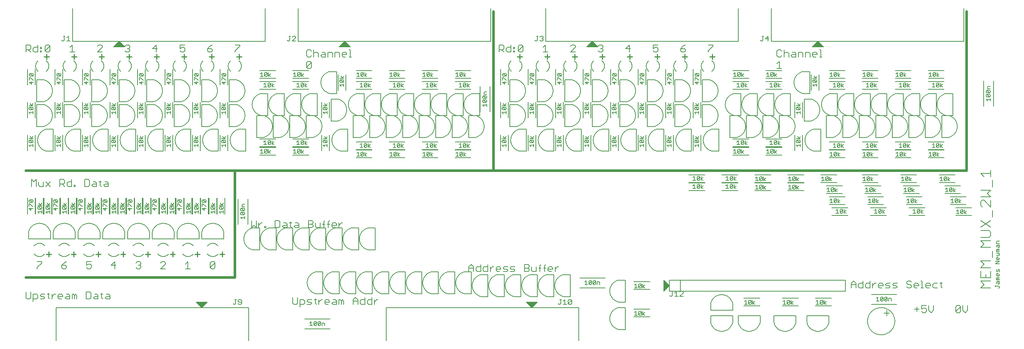
<source format=gto>
G04 Output by ViewMate Deluxe V11.0.9  PentaLogix LLC*
G04 Mon Sep 14 11:20:40 2015*
%FSLAX33Y33*%
%MOMM*%
%IPPOS*%
%ADD18C,0.13*%
%ADD119C,0.1524*%
%ADD120C,0.2032*%
%ADD122C,0.6096*%
%ADD124C,0.127*%
%ADD125C,0.254*%

%LPD*%
X0Y0D2*D18*G1X234213Y29688D2*X234683Y29688D1*D18*X78321Y10084D2*X78321Y10693D1*X209131Y15799D2*X209131Y16408D1*X209740Y15799D2*X209740Y16256D1*X209588Y16408*X209131Y16408*X208806Y16561D2*X208653Y16713D1*X208349Y16713*X208196Y16561*X208196Y15951D2*X208349Y15799D1*X208653Y15799*X208806Y15951*X208806Y16561*X208196Y15951*X208196Y16561*X207871Y16561D2*X207719Y16713D1*X207414Y16713*X207261Y16561*X207261Y15951*X207414Y15799*X207719Y15799*X207871Y15951*X207871Y16561*X207261Y15951*X206324Y15799D2*X206934Y15799D1*X206629Y15799D2*X206629Y16713D1*X206324Y16408*X160912Y16878D2*X161691Y16878D1*X160912Y17854D2*X161107Y18047D1*X161496Y18047*X161691Y17854*X161691Y17658*X160912Y16878*X159743Y16878D2*X160523Y16878D1*X160132Y16878D2*X160132Y18047D1*X159743Y17658*X158963Y18047D2*X159352Y18047D1*X159156Y18047D2*X159156Y17074D1*X158963Y16878*X158768Y16878*X158572Y17074*X140886Y19761D2*X140886Y20371D1*X142430Y19609D2*X142430Y20066D1*X142278Y20218*X141821Y20218*X141821Y19609*X141496Y20371D2*X141496Y19761D1*X141343Y19609*X141039Y19609*X140886Y19761*X141496Y20371*X141343Y20523*X141039Y20523*X140886Y20371*X140561Y20371D2*X140409Y20523D1*X140104Y20523*X139951Y20371*X139951Y19761D2*X140104Y19609D1*X140409Y19609*X140561Y19761*X140561Y20371*X139951Y19761*X139951Y20371*X139014Y20218D2*X139319Y20523D1*X139319Y19609*X139014Y19609D2*X139624Y19609D1*X135959Y15949D2*X135763Y16142D1*X135374Y16142*X135179Y15949*X135179Y15169*X135374Y14973*X135763Y14973*X135959Y15169*X135959Y15949*X135179Y15169*X134788Y14973D2*X134008Y14973D1*X134399Y14973D2*X134399Y16142D1*X134008Y15753*X133228Y16142D2*X133619Y16142D1*X133424Y16142D2*X133424Y15169D1*X133228Y14973*X133035Y14973*X132839Y15169*X77386Y10846D2*X77386Y10236D1*X78930Y10084D2*X78930Y10541D1*X78778Y10693*X78321Y10693*X77996Y10846D2*X77996Y10236D1*X77843Y10084*X77539Y10084*X77386Y10236*X77996Y10846*X77843Y10998*X77539Y10998*X77386Y10846*X77061Y10846D2*X76909Y10998D1*X76604Y10998*X76451Y10846*X76451Y10236*X76604Y10084*X76909Y10084*X77061Y10236*X77061Y10846*X76451Y10236*X75514Y10084D2*X76124Y10084D1*X75819Y10084D2*X75819Y10998D1*X75514Y10693*X59759Y15169D2*X59563Y14973D1*X59174Y14973*X58979Y15169*X57808Y15169D2*X58003Y14973D1*X58199Y14973*X58395Y15169*X58395Y16142*X58588Y16142D2*X58199Y16142D1*X59563Y16142D2*X59759Y15949D1*X59759Y15169*X59759Y15558D2*X59174Y15558D1*X58979Y15753*X58979Y15949*X59174Y16142*X59563Y16142*X59880Y34785D2*X59576Y35090D1*X60490Y35090*X60490Y35395D2*X60490Y34785D1*X60338Y35720D2*X59728Y35720D1*X59576Y35872*X59576Y36177*X59728Y36332*X60338Y36332D2*X59728Y36332D1*X60338Y35720*X60490Y35872*X60490Y36177*X60338Y36332*X60338Y36657D2*X59728Y36657D1*X59576Y36810*X59576Y37114*X59728Y37267*X60338Y37267*X60490Y37114*X60490Y36810*X60338Y36657*X59728Y37267*X59880Y38049D2*X59880Y37592D1*X60490Y37592*X60490Y38202D2*X60033Y38202D1*X59880Y38049*X18237Y76129D2*X18433Y75933D1*X18628Y75933*X18821Y76129*X18821Y77102*X19017Y77102D2*X18628Y77102D1*X19408Y76713D2*X19797Y77102D1*X19797Y75933*X20188Y75933D2*X19408Y75933D1*X70307Y76129D2*X70503Y75933D1*X70698Y75933*X70891Y76129*X70891Y77102*X71087Y77102D2*X70698Y77102D1*X71478Y76909D2*X71671Y77102D1*X72062Y77102*X72258Y76909*X72258Y76713*X71478Y75933*X72258Y75933*X115760Y60820D2*X115456Y61125D1*X116370Y61125*X116370Y61430D2*X116370Y60820D1*X116218Y61755D2*X115608Y61755D1*X115456Y61907*X115456Y62212*X115608Y62367*X116218Y62367D2*X115608Y62367D1*X116218Y61755*X116370Y61907*X116370Y62212*X116218Y62367*X116218Y62692D2*X115608Y62692D1*X115456Y62845*X115456Y63149*X115608Y63302*X116218Y63302D2*X115608Y63302D1*X116218Y62692*X116370Y62845*X116370Y63149*X116218Y63302*X116370Y63627D2*X115760Y63627D1*X115760Y64084*X115913Y64237*X116370Y64237*X127457Y76129D2*X127653Y75933D1*X127848Y75933*X128041Y76129*X128041Y77102*X128237Y77102D2*X127848Y77102D1*X128628Y76909D2*X128821Y77102D1*X129212Y77102*X129408Y76909*X129408Y76713*X129212Y76518*X129408Y76129D2*X129408Y76322D1*X129212Y76518*X129017Y76518*X128628Y76129D2*X128821Y75933D1*X129212Y75933*X129408Y76129*X179527Y76129D2*X179723Y75933D1*X179918Y75933*X180111Y76129*X179918Y77102D2*X180307Y77102D1*X180111Y76129D2*X180111Y77102D1*X181282Y75933D2*X181282Y77102D1*X180698Y76518*X181478Y76518*X231966Y62090D2*X231661Y62395D1*X232575Y62395*X232575Y62700D2*X232575Y62090D1*X232423Y63025D2*X231813Y63025D1*X231661Y63177*X231661Y63482*X231813Y63637*X232423Y63637D2*X231813Y63637D1*X232423Y63025*X232575Y63177*X232575Y63482*X232423Y63637*X232423Y63962D2*X231813Y63962D1*X231661Y64115*X231661Y64419*X231813Y64572*X232423Y64572D2*X231813Y64572D1*X232423Y63962*X232575Y64115*X232575Y64419*X232423Y64572*X232575Y64897D2*X231966Y64897D1*X231966Y65354*X232118Y65507*X232575Y65507*X36352Y67513D2*X36977Y66886D1*X193342Y15809D2*X193342Y15182D1*X194747Y15651D2*X194277Y15337D1*X194747Y15024*X194277Y15964D2*X194277Y15024D1*X193967Y15809D2*X193967Y15182D1*X193812Y15024*X193497Y15024*X193342Y15182*X193967Y15809*X193812Y15964*X193497Y15964*X193342Y15809*X192405Y15651D2*X192720Y15964D1*X192720Y15024*X192405Y15024D2*X193032Y15024D1*X185722Y15809D2*X185722Y15182D1*X187127Y15651D2*X186657Y15337D1*X187127Y15024*X186657Y15964D2*X186657Y15024D1*X186347Y15809D2*X186347Y15182D1*X186192Y15024*X185877Y15024*X185722Y15182*X186347Y15809*X186192Y15964*X185877Y15964*X185722Y15809*X184785Y15651D2*X185100Y15964D1*X185100Y15024*X184785Y15024D2*X185412Y15024D1*X176832Y15809D2*X176832Y15182D1*X178237Y15651D2*X177767Y15337D1*X178237Y15024*X177767Y15964D2*X177767Y15024D1*X177457Y15809D2*X177457Y15182D1*X177302Y15024*X176987Y15024*X176832Y15182*X177457Y15809*X177302Y15964*X176987Y15964*X176832Y15809*X175895Y15651D2*X176210Y15964D1*X176210Y15024*X175895Y15024D2*X176522Y15024D1*X150495Y13111D2*X150810Y13424D1*X150810Y12484*X151122Y12484D2*X150495Y12484D1*X151432Y12642D2*X151432Y13269D1*X151587Y13424*X151902Y13424*X152057Y13269*X152057Y12642*X151902Y12484*X151587Y12484*X151432Y12642*X152057Y13269*X152837Y13111D2*X152367Y12797D1*X152837Y12484*X152367Y13424D2*X152367Y12484D1*X152837Y19461D2*X152367Y19147D1*X152837Y18834*X152367Y19774D2*X152367Y18834D1*X152057Y19619D2*X151902Y19774D1*X151587Y19774*X151432Y19619*X151432Y18992*X151587Y18834*X151902Y18834*X152057Y18992*X152057Y19619*X151432Y18992*X151122Y18834D2*X150495Y18834D1*X150810Y18834D2*X150810Y19774D1*X150495Y19461*X14917Y36106D2*X14605Y36419D1*X20632Y36106D2*X20320Y36419D1*X23038Y37198D2*X22098Y37198D1*X26347Y36106D2*X26035Y36419D1*X32062Y36106D2*X31750Y36419D1*X34468Y37198D2*X33528Y37198D1*X37777Y36106D2*X37465Y36419D1*X43492Y36106D2*X43180Y36419D1*X45898Y37198D2*X44958Y37198D1*X49207Y36106D2*X48895Y36419D1*X51613Y37198D2*X50673Y37198D1*X54610Y36419D2*X54922Y36106D1*X55550Y38448D2*X55237Y37978D1*X54922Y38448*X54610Y37978D2*X55550Y37978D1*X54767Y37668D2*X54610Y37511D1*X54610Y37198*X54767Y37041*X55392Y37041*X55550Y37198*X55550Y37511*X55392Y37668*X54767Y37668*X55392Y37041*X55550Y36106D2*X55550Y36733D1*X54610Y36419D2*X55550Y36419D1*X53017Y36106D2*X52705Y36419D1*X53645Y36419*X53645Y36733D2*X53645Y36106D1*X53487Y37041D2*X52862Y37041D1*X52705Y37198*X52705Y37511*X52862Y37668*X53487Y37668D2*X52862Y37668D1*X53487Y37041*X53645Y37198*X53645Y37511*X53487Y37668*X53645Y38448D2*X53332Y37978D1*X53017Y38448*X52705Y37978D2*X53645Y37978D1*X50830Y38600D2*X51455Y38600D1*X50830Y39228D2*X51455Y39228D1*X51613Y39070*X51613Y38755*X51455Y38600*X50830Y39228*X50673Y39070*X50673Y38755*X50830Y38600*X50673Y38290D2*X50830Y38290D1*X51455Y37663*X51613Y37663*X51143Y37356D2*X51143Y36728D1*X50673Y37198*X50673Y38290D2*X50673Y37663D1*X49207Y38448D2*X49522Y37978D1*X49835Y38448*X48895Y37978D2*X49835Y37978D1*X49052Y37668D2*X48895Y37511D1*X48895Y37198*X49052Y37041*X49677Y37041*X49835Y37198*X49835Y37511*X49677Y37668*X49052Y37668*X49677Y37041*X49835Y36106D2*X49835Y36733D1*X48895Y36419D2*X49835Y36419D1*X47302Y36106D2*X46990Y36419D1*X47930Y36419*X47930Y36733D2*X47930Y36106D1*X47772Y37041D2*X47147Y37041D1*X46990Y37198*X46990Y37511*X47147Y37668*X47772Y37668D2*X47930Y37511D1*X47930Y37198*X47772Y37041*X47147Y37668*X47772Y37668*X47930Y38448D2*X47617Y37978D1*X47302Y38448*X46990Y37978D2*X47930Y37978D1*X45115Y38600D2*X45740Y38600D1*X45115Y39228D2*X45740Y39228D1*X45898Y39070*X45898Y38755*X45740Y38600*X45115Y39228*X44958Y39070*X44958Y38755*X45115Y38600*X44958Y38290D2*X45115Y38290D1*X45740Y37663*X45898Y37663*X45428Y37356D2*X45428Y36728D1*X44958Y37198*X44958Y38290D2*X44958Y37663D1*X44120Y38448D2*X43807Y37978D1*X43492Y38448*X43180Y37978D2*X44120Y37978D1*X43337Y37668D2*X43180Y37511D1*X43180Y37198*X43337Y37041*X43962Y37041*X44120Y37198*X44120Y37511*X43962Y37668*X43337Y37668*X43962Y37041*X44120Y36106D2*X44120Y36733D1*X43180Y36419D2*X44120Y36419D1*X41587Y36106D2*X41275Y36419D1*X42215Y36419*X42215Y36733D2*X42215Y36106D1*X42057Y37041D2*X41432Y37041D1*X41275Y37198*X41275Y37511*X41432Y37668*X42057Y37668D2*X41432Y37668D1*X42057Y37041*X42215Y37198*X42215Y37511*X42057Y37668*X42215Y38448D2*X41902Y37978D1*X41587Y38448*X41275Y37978D2*X42215Y37978D1*X39400Y38600D2*X40025Y38600D1*X39400Y39228D2*X40025Y39228D1*X40183Y39070*X40183Y38755*X40025Y38600*X39400Y39228*X39243Y39070*X39243Y38755*X39400Y38600*X39243Y37663D2*X39243Y38290D1*X39713Y37356D2*X39713Y36728D1*X39243Y37198*X40183Y37198*X40183Y37663D2*X40025Y37663D1*X39400Y38290*X39243Y38290*X38405Y38448D2*X38092Y37978D1*X37777Y38448*X37465Y37978D2*X38405Y37978D1*X37622Y37668D2*X37465Y37511D1*X37465Y37198*X37622Y37041*X38247Y37041*X38405Y37198*X38405Y37511*X38247Y37668*X37622Y37668*X38247Y37041*X38405Y36106D2*X38405Y36733D1*X37465Y36419D2*X38405Y36419D1*X35872Y36106D2*X35560Y36419D1*X36500Y36419*X36500Y36733D2*X36500Y36106D1*X36342Y37041D2*X35717Y37041D1*X35560Y37198*X35560Y37511*X35717Y37668*X36342Y37668D2*X35717Y37668D1*X36342Y37041*X36500Y37198*X36500Y37511*X36342Y37668*X36500Y38448D2*X36187Y37978D1*X35872Y38448*X35560Y37978D2*X36500Y37978D1*X33685Y38600D2*X34310Y38600D1*X33685Y39228D2*X34310Y39228D1*X34468Y39070*X34468Y38755*X34310Y38600*X33685Y39228*X33528Y39070*X33528Y38755*X33685Y38600*X33528Y38290D2*X33685Y38290D1*X34310Y37663*X34468Y37663*X33998Y37356D2*X33998Y36728D1*X33528Y37198*X33528Y38290D2*X33528Y37663D1*X32690Y38448D2*X32377Y37978D1*X32062Y38448*X31750Y37978D2*X32690Y37978D1*X31907Y37668D2*X31750Y37511D1*X31750Y37198*X31907Y37041*X32532Y37041*X32690Y37198*X32690Y37511*X32532Y37668*X31907Y37668*X32532Y37041*X32690Y36106D2*X32690Y36733D1*X31750Y36419D2*X32690Y36419D1*X30157Y36106D2*X29845Y36419D1*X30785Y36419*X30785Y36733D2*X30785Y36106D1*X30627Y37041D2*X30002Y37041D1*X29845Y37198*X29845Y37511*X30002Y37668*X30627Y37668*X30785Y37511*X30785Y37198*X30627Y37041*X30002Y37668*X30157Y38448D2*X30472Y37978D1*X30785Y38448*X29845Y37978D2*X30785Y37978D1*X27970Y38600D2*X28595Y38600D1*X27970Y39228D2*X28595Y39228D1*X28753Y39070*X28753Y38755*X28595Y38600*X27970Y39228*X27813Y39070*X27813Y38755*X27970Y38600*X27813Y37663D2*X27813Y38290D1*X28283Y37356D2*X28283Y36728D1*X27813Y37198*X28753Y37198*X28753Y37663D2*X28595Y37663D1*X27970Y38290*X27813Y38290*X26975Y38448D2*X26662Y37978D1*X26347Y38448*X26035Y37978D2*X26975Y37978D1*X26192Y37668D2*X26035Y37511D1*X26035Y37198*X26192Y37041*X26817Y37041*X26975Y37198*X26975Y37511*X26817Y37668*X26192Y37668*X26817Y37041*X26975Y36106D2*X26975Y36733D1*X26035Y36419D2*X26975Y36419D1*X24442Y36106D2*X24130Y36419D1*X25070Y36419*X25070Y36733D2*X25070Y36106D1*X24912Y37041D2*X24287Y37041D1*X24130Y37198*X24130Y37511*X24287Y37668*X24912Y37668D2*X24287Y37668D1*X24912Y37041*X25070Y37198*X25070Y37511*X24912Y37668*X25070Y38448D2*X24757Y37978D1*X24442Y38448*X24130Y37978D2*X25070Y37978D1*X22255Y38600D2*X22880Y38600D1*X22255Y39228D2*X22880Y39228D1*X23038Y39070*X23038Y38755*X22880Y38600*X22255Y39228*X22098Y39070*X22098Y38755*X22255Y38600*X22098Y38290D2*X22255Y38290D1*X22880Y37663*X23038Y37663*X22568Y37356D2*X22568Y36728D1*X22098Y37198*X22098Y38290D2*X22098Y37663D1*X21260Y38448D2*X20947Y37978D1*X20632Y38448*X20320Y37978D2*X21260Y37978D1*X20477Y37668D2*X20320Y37511D1*X20320Y37198*X20477Y37041*X21102Y37041*X21260Y37198*X21260Y37511*X21102Y37668*X20477Y37668*X21102Y37041*X21260Y36106D2*X21260Y36733D1*X20320Y36419D2*X21260Y36419D1*X18727Y36106D2*X18415Y36419D1*X19355Y36419*X19355Y36733D2*X19355Y36106D1*X19197Y37041D2*X18572Y37041D1*X18415Y37198*X18415Y37511*X18572Y37668*X19197Y37668D2*X19355Y37511D1*X19355Y37198*X19197Y37041*X18572Y37668*X19197Y37668*X19355Y38448D2*X19042Y37978D1*X18727Y38448*X18415Y37978D2*X19355Y37978D1*X16540Y38600D2*X17165Y38600D1*X16540Y39228D2*X17165Y39228D1*X17323Y39070*X17323Y38755*X17165Y38600*X16540Y39228*X16383Y39070*X16383Y38755*X16540Y38600*X16383Y37663D2*X16383Y38290D1*X16853Y37356D2*X16853Y36728D1*X16383Y37198*X17323Y37198*X17323Y37663D2*X17165Y37663D1*X16540Y38290*X16383Y38290*X15545Y38448D2*X15232Y37978D1*X14917Y38448*X14605Y37978D2*X15545Y37978D1*X14762Y37668D2*X14605Y37511D1*X14605Y37198*X14762Y37041*X15387Y37041*X15545Y37198*X15545Y37511*X15387Y37668*X14762Y37668*X15387Y37041*X15545Y36106D2*X15545Y36733D1*X14605Y36419D2*X15545Y36419D1*X13012Y36106D2*X12700Y36419D1*X13640Y36419*X13640Y36733D2*X13640Y36106D1*X13482Y37041D2*X12857Y37041D1*X12700Y37198*X12700Y37511*X12857Y37668*X13482Y37668D2*X12857Y37668D1*X13482Y37041*X13640Y37198*X13640Y37511*X13482Y37668*X13640Y38448D2*X13327Y37978D1*X13012Y38448*X12700Y37978D2*X13640Y37978D1*X10825Y38290D2*X10668Y38290D1*X10668Y37663*X11138Y37356D2*X11138Y36728D1*X10668Y37198*X11608Y37198*X11608Y37663D2*X11450Y37663D1*X10825Y38290*X11450Y38600D2*X10825Y38600D1*X10668Y38755*X10668Y39070*X10825Y39228*X11450Y39228*X11608Y39070*X11608Y38755*X11450Y38600*X10825Y39228*X10952Y67513D2*X10795Y67513D1*X10795Y66886*X11265Y66578D2*X11265Y65951D1*X10795Y66421*X11735Y66421*X11735Y66886D2*X11577Y66886D1*X10952Y67513*X10952Y68450D2*X10795Y68293D1*X10795Y67978*X10952Y67823*X11577Y67823*X11735Y67978D2*X11735Y68293D1*X11577Y68450*X10952Y68450*X11577Y67823*X11735Y67978*X17302Y67823D2*X17927Y67823D1*X17302Y68450D2*X17927Y68450D1*X18085Y68293*X18085Y67978*X17927Y67823*X17302Y68450*X17145Y68293*X17145Y67978*X17302Y67823*X17145Y66886D2*X17145Y67513D1*X17302Y67513*X17927Y66886*X18085Y66886*X17615Y66578D2*X17615Y65951D1*X17145Y66421*X18085Y66421*X23495Y66421D2*X24435Y66421D1*X23652Y67513D2*X24277Y66886D1*X24435Y66886*X23965Y66578D2*X23965Y65951D1*X23495Y66421*X23495Y66886D2*X23495Y67513D1*X23652Y67513*X23652Y68450D2*X23495Y68293D1*X23495Y67978*X23652Y67823*X24277Y67823*X24435Y67978D2*X24435Y68293D1*X24277Y68450*X23652Y68450*X24277Y67823*X24435Y67978*X30002Y67513D2*X29845Y67513D1*X29845Y66886*X30315Y66578D2*X30315Y65951D1*X29845Y66421*X30785Y66421*X30785Y66886D2*X30627Y66886D1*X30002Y67513*X30002Y68450D2*X29845Y68293D1*X29845Y67978*X30002Y67823*X30627Y67823*X30785Y67978D2*X30785Y68293D1*X30627Y68450*X30002Y68450*X30627Y67823*X30785Y67978*X36352Y67513D2*X36195Y67513D1*X36195Y66886*X36665Y66578D2*X36665Y65951D1*X36195Y66421*X37135Y66421*X36977Y66886D2*X37135Y66886D1*X36352Y68450D2*X36195Y68293D1*X36195Y67978*X36352Y67823*X36977Y67823*X37135Y67978D2*X37135Y68293D1*X36977Y68450*X36352Y68450*X36977Y67823*X37135Y67978*X42702Y67513D2*X42545Y67513D1*X42545Y66886*X43015Y66578D2*X43015Y65951D1*X42545Y66421*X43485Y66421*X43485Y66886D2*X43327Y66886D1*X42702Y67513*X42702Y68450D2*X42545Y68293D1*X42545Y67978*X42702Y67823*X43327Y67823*X43485Y67978D2*X43485Y68293D1*X43327Y68450*X42702Y68450*X43327Y67823*X43485Y67978*X49052Y67513D2*X48895Y67513D1*X48895Y66886*X49365Y66578D2*X49365Y65951D1*X48895Y66421*X49835Y66421*X49835Y66886D2*X49677Y66886D1*X49052Y67513*X49052Y68450D2*X48895Y68293D1*X48895Y67978*X49052Y67823*X49677Y67823*X49835Y67978D2*X49835Y68293D1*X49677Y68450*X49052Y68450*X49677Y67823*X49835Y67978*X55402Y67823D2*X56027Y67823D1*X55402Y68450D2*X56027Y68450D1*X56185Y68293*X56185Y67978*X56027Y67823*X55402Y68450*X55245Y68293*X55245Y67978*X55402Y67823*X55245Y66886D2*X55245Y67513D1*X55402Y67513*X56027Y66886*X56185Y66886*X55715Y66578D2*X55715Y65951D1*X55245Y66421*X56185Y66421*X120670Y60046D2*X120045Y60046D1*X120828Y61450D2*X120515Y60980D1*X120200Y61450*X119888Y60980D2*X120828Y60980D1*X120045Y60673D2*X120670Y60673D1*X120828Y60516*X120828Y60201*X120670Y60046*X120045Y60673*X119888Y60516*X119888Y60201*X120045Y60046*X120200Y59108D2*X119888Y59423D1*X120828Y59423*X120828Y59108D2*X120828Y59736D1*X126550Y59108D2*X126238Y59423D1*X127178Y59423*X127178Y59736D2*X127178Y59108D1*X127178Y61450D2*X126865Y60980D1*X126550Y61450*X126238Y60980D2*X127178Y60980D1*X126395Y60673D2*X126238Y60516D1*X126238Y60201*X126395Y60046*X127020Y60046*X127178Y60201D2*X127178Y60516D1*X127020Y60673*X126395Y60673*X127020Y60046*X127178Y60201*X133370Y60046D2*X132745Y60046D1*X133528Y61450D2*X133215Y60980D1*X132900Y61450*X132588Y60980D2*X133528Y60980D1*X132745Y60673D2*X133370Y60673D1*X133528Y60516*X133528Y60201*X133370Y60046*X132745Y60673*X132588Y60516*X132588Y60201*X132745Y60046*X132900Y59108D2*X132588Y59423D1*X133528Y59423*X133528Y59108D2*X133528Y59736D1*X139250Y59108D2*X138938Y59423D1*X139878Y59423*X139878Y59736D2*X139878Y59108D1*X139878Y61450D2*X139565Y60980D1*X139250Y61450*X138938Y60980D2*X139878Y60980D1*X139095Y60673D2*X138938Y60516D1*X138938Y60201*X139095Y60046*X139720Y60046*X139878Y60201D2*X139878Y60516D1*X139720Y60673*X139095Y60673*X139720Y60046*X139878Y60201*X146070Y60046D2*X145445Y60046D1*X146228Y61450D2*X145915Y60980D1*X145600Y61450*X145288Y60980D2*X146228Y60980D1*X145445Y60673D2*X146070Y60673D1*X146228Y60516*X146228Y60201*X146070Y60046*X145445Y60673*X145288Y60516*X145288Y60201*X145445Y60046*X145600Y59108D2*X145288Y59423D1*X146228Y59423*X146228Y59108D2*X146228Y59736D1*X151950Y59108D2*X151638Y59423D1*X152578Y59423*X152578Y59736D2*X152578Y59108D1*X152578Y61450D2*X152265Y60980D1*X151950Y61450*X151638Y60980D2*X152578Y60980D1*X151795Y60673D2*X151638Y60516D1*X151638Y60201*X151795Y60046*X152420Y60046*X152578Y60201D2*X152578Y60516D1*X152420Y60673*X151795Y60673*X152420Y60046*X152578Y60201*X158770Y60046D2*X158145Y60046D1*X158928Y61450D2*X158615Y60980D1*X158300Y61450*X157988Y60980D2*X158928Y60980D1*X158145Y60673D2*X158770Y60673D1*X158928Y60516*X158928Y60201*X158770Y60046*X158145Y60673*X157988Y60516*X157988Y60201*X158145Y60046*X158300Y59108D2*X157988Y59423D1*X158928Y59423*X158928Y59108D2*X158928Y59736D1*X164650Y59108D2*X164338Y59423D1*X165278Y59423*X165278Y59736D2*X165278Y59108D1*X165120Y60046D2*X164495Y60046D1*X164338Y60201*X164338Y60516*X164495Y60673*X165120Y60673D2*X164495Y60673D1*X165120Y60046*X165278Y60201*X165278Y60516*X165120Y60673*X164338Y60980D2*X165278Y60980D1*X164650Y61450D2*X164965Y60980D1*X165278Y61450*X219532Y66256D2*X219220Y65943D1*X221559Y65316D2*X221089Y65629D1*X221559Y65943*X221089Y66256D2*X221089Y65316D1*X220782Y66101D2*X220624Y66256D1*X220312Y66256*X220154Y66101*X220154Y65474*X220312Y65316*X220624Y65316*X220782Y65474*X220782Y66101*X220154Y65474*X219220Y65316D2*X219847Y65316D1*X219532Y66256D2*X219532Y65316D1*X219377Y67887D2*X219377Y68514D1*X220782Y67729D2*X220312Y68042D1*X220782Y68356*X220312Y68669D2*X220312Y67729D1*X220002Y68514D2*X220002Y67887D1*X219847Y67729*X219532Y67729*X219377Y67887*X220002Y68514*X219847Y68669*X219532Y68669*X219377Y68514*X218440Y68356D2*X218755Y68669D1*X218755Y67729*X218440Y67729D2*X219067Y67729D1*X211912Y66256D2*X211600Y65943D1*X213939Y65316D2*X213469Y65629D1*X213939Y65943*X213469Y66256D2*X213469Y65316D1*X213162Y66101D2*X213004Y66256D1*X212692Y66256*X212534Y66101*X212534Y65474*X212692Y65316*X213004Y65316*X213162Y65474*X213162Y66101*X212534Y65474*X211600Y65316D2*X212227Y65316D1*X211912Y66256D2*X211912Y65316D1*X211757Y67887D2*X211757Y68514D1*X213162Y67729D2*X212692Y68042D1*X213162Y68356*X212692Y68669D2*X212692Y67729D1*X212382Y68514D2*X212382Y67887D1*X212227Y67729*X211912Y67729*X211757Y67887*X212382Y68514*X212227Y68669*X211912Y68669*X211757Y68514*X210820Y68356D2*X211135Y68669D1*X211135Y67729*X210820Y67729D2*X211447Y67729D1*X204292Y66256D2*X203980Y65943D1*X206319Y65316D2*X205849Y65629D1*X206319Y65943*X205849Y66256D2*X205849Y65316D1*X205542Y66101D2*X205384Y66256D1*X205072Y66256*X204914Y66101*X204914Y65474*X205072Y65316*X205384Y65316*X205542Y65474*X205542Y66101*X204914Y65474*X203980Y65316D2*X204607Y65316D1*X204292Y66256D2*X204292Y65316D1*X204137Y67887D2*X204137Y68514D1*X205542Y67729D2*X205072Y68042D1*X205542Y68356*X205072Y68669D2*X205072Y67729D1*X204762Y68514D2*X204762Y67887D1*X204607Y67729*X204292Y67729*X204137Y67887*X204762Y68514*X204607Y68669*X204292Y68669*X204137Y68514*X203200Y68356D2*X203515Y68669D1*X203515Y67729*X203200Y67729D2*X203827Y67729D1*X196672Y66256D2*X196360Y65943D1*X198699Y65316D2*X198229Y65629D1*X198699Y65943*X198229Y66256D2*X198229Y65316D1*X197922Y66101D2*X197764Y66256D1*X197452Y66256*X197294Y66101*X197294Y65474*X197452Y65316*X197764Y65316*X197922Y65474*X197922Y66101*X197294Y65474*X196360Y65316D2*X196987Y65316D1*X196672Y66256D2*X196672Y65316D1*X196517Y67887D2*X196517Y68514D1*X197922Y67729D2*X197452Y68042D1*X197922Y68356*X197452Y68669D2*X197452Y67729D1*X197142Y68514D2*X197142Y67887D1*X196987Y67729*X196672Y67729*X196517Y67887*X197142Y68514*X196987Y68669*X196672Y68669*X196517Y68514*X195580Y68356D2*X195895Y68669D1*X195895Y67729*X195580Y67729D2*X196207Y67729D1*X192583Y67800D2*X192270Y67330D1*X191955Y67800*X191643Y67330D2*X192583Y67330D1*X191800Y67023D2*X191643Y66866D1*X191643Y66551*X191800Y66396*X192425Y66396*X192583Y66551*X192583Y66866*X192425Y67023*X191800Y67023*X192425Y66396*X192583Y66086D2*X192583Y65458D1*X192583Y65773D2*X191643Y65773D1*X191955Y65458*X188145Y59108D2*X187833Y59423D1*X188773Y59423*X188773Y59736D2*X188773Y59108D1*X188615Y60046D2*X187990Y60046D1*X187833Y60201*X187833Y60516*X187990Y60673*X188615Y60673*X188773Y60516*X188773Y60201*X188615Y60046*X187990Y60673*X188773Y60980D2*X187833Y60980D1*X188773Y61450D2*X188460Y60980D1*X188145Y61450*X184094Y65316D2*X183624Y65629D1*X184094Y65943*X183624Y66256D2*X183624Y65316D1*X183317Y66101D2*X183159Y66256D1*X182847Y66256*X182690Y66101*X182690Y65474*X182847Y65316*X183159Y65316*X183317Y65474*X183317Y66101*X182690Y65474*X181755Y65316D2*X182382Y65316D1*X182067Y65316D2*X182067Y66256D1*X181755Y65943*X181912Y67887D2*X181912Y68514D1*X183317Y67729D2*X182847Y68042D1*X183317Y68356*X182847Y68669D2*X182847Y67729D1*X182537Y68514D2*X182537Y67887D1*X182382Y67729*X182067Y67729*X181912Y67887*X182537Y68514*X182382Y68669*X182067Y68669*X181912Y68514*X180975Y68356D2*X181290Y68669D1*X181290Y67729*X180975Y67729D2*X181602Y67729D1*X174447Y66256D2*X174135Y65943D1*X176474Y65316D2*X176004Y65629D1*X176474Y65943*X176004Y66256D2*X176004Y65316D1*X175697Y66101D2*X175539Y66256D1*X175227Y66256*X175070Y66101*X175070Y65474*X175227Y65316*X175539Y65316*X175697Y65474*X175697Y66101*X175070Y65474*X174135Y65316D2*X174762Y65316D1*X174447Y66256D2*X174447Y65316D1*X174292Y67887D2*X174292Y68514D1*X175697Y67729D2*X175227Y68042D1*X175697Y68356*X175227Y68669D2*X175227Y67729D1*X174917Y68514D2*X174917Y67887D1*X174762Y67729*X174447Y67729*X174292Y67887*X174917Y68514*X174762Y68669*X174447Y68669*X174292Y68514*X173355Y68356D2*X173670Y68669D1*X173670Y67729*X173355Y67729D2*X173982Y67729D1*X164622Y67513D2*X164465Y67513D1*X164465Y66886*X164935Y66578D2*X164935Y65951D1*X164465Y66421*X165405Y66421*X165405Y66886D2*X165247Y66886D1*X164622Y67513*X165247Y67823D2*X164622Y67823D1*X164465Y67978*X164622Y68450D2*X165247Y68450D1*X165405Y68293*X165405Y67978*X165247Y67823*X164622Y68450*X164465Y68293*X164465Y67978*X158272Y67823D2*X158897Y67823D1*X158272Y68450D2*X158897Y68450D1*X159055Y68293*X159055Y67978*X158897Y67823*X158272Y68450*X158115Y68293*X158115Y67978*X158272Y67823*X158115Y66886D2*X158115Y67513D1*X158585Y66578D2*X158585Y65951D1*X158115Y66421*X159055Y66421*X159055Y66886D2*X158897Y66886D1*X158272Y67513*X158115Y67513*X151922Y67513D2*X151765Y67513D1*X151765Y66886*X152235Y66578D2*X152235Y65951D1*X151765Y66421*X152705Y66421*X152705Y66886D2*X152547Y66886D1*X151922Y67513*X152547Y67823D2*X151922Y67823D1*X151765Y67978*X151922Y68450D2*X152547Y68450D1*X152705Y68293*X152705Y67978*X152547Y67823*X151922Y68450*X151765Y68293*X151765Y67978*X145572Y67823D2*X146197Y67823D1*X145572Y68450D2*X146197Y68450D1*X146355Y68293*X146355Y67978*X146197Y67823*X145572Y68450*X145415Y68293*X145415Y67978*X145572Y67823*X145415Y66886D2*X145415Y67513D1*X145885Y66578D2*X145885Y65951D1*X145415Y66421*X146355Y66421*X146355Y66886D2*X146197Y66886D1*X145572Y67513*X145415Y67513*X139222Y67513D2*X139065Y67513D1*X139065Y66886*X139535Y66578D2*X139535Y65951D1*X139065Y66421*X140005Y66421*X140005Y66886D2*X139847Y66886D1*X139222Y67513*X139847Y67823D2*X139222Y67823D1*X139065Y67978*X139222Y68450D2*X139847Y68450D1*X140005Y68293*X140005Y67978*X139847Y67823*X139222Y68450*X139065Y68293*X139065Y67978*X132872Y67823D2*X133497Y67823D1*X132872Y68450D2*X133497Y68450D1*X133655Y68293*X133655Y67978*X133497Y67823*X132872Y68450*X132715Y68293*X132715Y67978*X132872Y67823*X132715Y66886D2*X132715Y67513D1*X133185Y66578D2*X133185Y65951D1*X132715Y66421*X133655Y66421*X133655Y66886D2*X133497Y66886D1*X132872Y67513*X132715Y67513*X126522Y67513D2*X126365Y67513D1*X126365Y66886*X126835Y66578D2*X126835Y65951D1*X126365Y66421*X127305Y66421*X127305Y66886D2*X127147Y66886D1*X126522Y67513*X127147Y67823D2*X126522Y67823D1*X126365Y67978*X126365Y68293*X126522Y68450D2*X127147Y68450D1*X127305Y68293*X127305Y67978*X127147Y67823*X126522Y68450*X126365Y68293*X120172Y68450D2*X120015Y68293D1*X120015Y67978*X120172Y67823*X120797Y67823*X120955Y67978*X120955Y68293*X120797Y68450*X120172Y68450*X120797Y67823*X120955Y66886D2*X120797Y66886D1*X120015Y66421D2*X120955Y66421D1*X120015Y66886D2*X120015Y67513D1*X120172Y67513*X120797Y66886*X120485Y66578D2*X120485Y65951D1*X120015Y66421*X110312Y66256D2*X110000Y65943D1*X112339Y65316D2*X111869Y65629D1*X112339Y65943*X111869Y66256D2*X111869Y65316D1*X111562Y66101D2*X111404Y66256D1*X111092Y66256*X110934Y66101*X110934Y65474*X111092Y65316*X111404Y65316*X111562Y65474*X111562Y66101*X110934Y65474*X110000Y65316D2*X110627Y65316D1*X110312Y66256D2*X110312Y65316D1*X110157Y67887D2*X110157Y68514D1*X111562Y67729D2*X111092Y68042D1*X111562Y68356*X111092Y68669D2*X111092Y67729D1*X110782Y68514D2*X110782Y67887D1*X110627Y67729*X110312Y67729*X110157Y67887*X110782Y68514*X110627Y68669*X110312Y68669*X110157Y68514*X109220Y68356D2*X109535Y68669D1*X109535Y67729*X109220Y67729D2*X109847Y67729D1*X102692Y66256D2*X102380Y65943D1*X104719Y65316D2*X104249Y65629D1*X104719Y65943*X104249Y66256D2*X104249Y65316D1*X103942Y66101D2*X103784Y66256D1*X103472Y66256*X103314Y66101*X103314Y65474*X103472Y65316*X103784Y65316*X103942Y65474*X103942Y66101*X103314Y65474*X102380Y65316D2*X103007Y65316D1*X102692Y66256D2*X102692Y65316D1*X102537Y67887D2*X102537Y68514D1*X103942Y67729D2*X103472Y68042D1*X103942Y68356*X103472Y68669D2*X103472Y67729D1*X103162Y68514D2*X103162Y67887D1*X103007Y67729*X102692Y67729*X102537Y67887*X103162Y68514*X103007Y68669*X102692Y68669*X102537Y68514*X101600Y68356D2*X101915Y68669D1*X101915Y67729*X101600Y67729D2*X102227Y67729D1*X96322Y67729D2*X95852Y68042D1*X96322Y68356*X93980Y68356D2*X94295Y68669D1*X94295Y67729*X94607Y67729D2*X93980Y67729D1*X94917Y67887D2*X95072Y67729D1*X95387Y67729*X95542Y67887*X95542Y68514*X94917Y67887*X94917Y68514*X95072Y68669*X95387Y68669*X95542Y68514*X95852Y67729D2*X95852Y68669D1*X95694Y65474D2*X95694Y66101D1*X97099Y65316D2*X96629Y65629D1*X97099Y65943*X96629Y66256D2*X96629Y65316D1*X96322Y66101D2*X96322Y65474D1*X96164Y65316*X95852Y65316*X95694Y65474*X96322Y66101*X96164Y66256*X95852Y66256*X95694Y66101*X94760Y65943D2*X95072Y66256D1*X95072Y65316*X94760Y65316D2*X95387Y65316D1*X78925Y59108D2*X78613Y59423D1*X79553Y59423*X79553Y59736D2*X79553Y59108D1*X79395Y60046D2*X78770Y60046D1*X78613Y60201*X78613Y60516*X78770Y60673*X79395Y60673D2*X78770Y60673D1*X79395Y60046*X79553Y60201*X79553Y60516*X79395Y60673*X78613Y60980D2*X79553Y60980D1*X78925Y61450D2*X79240Y60980D1*X79553Y61450*X83205Y66396D2*X82580Y66396D1*X89479Y65316D2*X89009Y65629D1*X89479Y65943*X89009Y66256D2*X89009Y65316D1*X88702Y66101D2*X88544Y66256D1*X88232Y66256*X88074Y66101*X88074Y65474*X88232Y65316*X88544Y65316*X88702Y65474*X88702Y66101*X88074Y65474*X87140Y65316D2*X87767Y65316D1*X87452Y65316D2*X87452Y66256D1*X87140Y65943*X87297Y67887D2*X87297Y68514D1*X88702Y67729D2*X88232Y68042D1*X88702Y68356*X88232Y68669D2*X88232Y67729D1*X87922Y68514D2*X87922Y67887D1*X87767Y67729*X87452Y67729*X87297Y67887*X87922Y68514*X87767Y68669*X87452Y68669*X87297Y68514*X86360Y68356D2*X86675Y68669D1*X86675Y67729*X86360Y67729D2*X86987Y67729D1*X83363Y67800D2*X83050Y67330D1*X82735Y67800*X82423Y67330D2*X83363Y67330D1*X82580Y67023D2*X83205Y67023D1*X83363Y66866*X83363Y66551*X83205Y66396*X82580Y67023*X82423Y66866*X82423Y66551*X82580Y66396*X82735Y65458D2*X82423Y65773D1*X83363Y66086D2*X83363Y65458D1*X82423Y65773D2*X83363Y65773D1*X72847Y66256D2*X72535Y65943D1*X74874Y65316D2*X74404Y65629D1*X74874Y65943*X74404Y66256D2*X74404Y65316D1*X74097Y66101D2*X73939Y66256D1*X73627Y66256*X73470Y66101*X73470Y65474*X73627Y65316*X73939Y65316*X74097Y65474*X74097Y66101*X73470Y65474*X72535Y65316D2*X73162Y65316D1*X72847Y66256D2*X72847Y65316D1*X72692Y67887D2*X72692Y68514D1*X74097Y67729D2*X73627Y68042D1*X74097Y68356*X73627Y68669D2*X73627Y67729D1*X73317Y68514D2*X73317Y67887D1*X73162Y67729*X72847Y67729*X72692Y67887*X73317Y68514*X73162Y68669*X72847Y68669*X72692Y68514*X71755Y68356D2*X72070Y68669D1*X72070Y67729*X71755Y67729D2*X72382Y67729D1*X66477Y67729D2*X66007Y68042D1*X66477Y68356*X64135Y68356D2*X64450Y68669D1*X64450Y67729*X64762Y67729D2*X64135Y67729D1*X65072Y67887D2*X65227Y67729D1*X65542Y67729*X65697Y67887*X65697Y68514*X65072Y67887*X65072Y68514*X65227Y68669*X65542Y68669*X65697Y68514*X66007Y67729D2*X66007Y68669D1*X65850Y65474D2*X65850Y66101D1*X67254Y65316D2*X66784Y65629D1*X67254Y65943*X66784Y66256D2*X66784Y65316D1*X66477Y66101D2*X66477Y65474D1*X66319Y65316*X66007Y65316*X65850Y65474*X66477Y66101*X66319Y66256*X66007Y66256*X65850Y66101*X64915Y65943D2*X65227Y66256D1*X65227Y65316*X64915Y65316D2*X65542Y65316D1*X55430Y59108D2*X55118Y59423D1*X56058Y59736D2*X56058Y59108D1*X55118Y59423D2*X56058Y59423D1*X55118Y60201D2*X55275Y60046D1*X55900Y60046*X56058Y61450D2*X55745Y60980D1*X55430Y61450*X55118Y60980D2*X56058Y60980D1*X55275Y60673D2*X55900Y60673D1*X56058Y60516*X56058Y60201*X55900Y60046*X55275Y60673*X55118Y60516*X55118Y60201*X49550Y60046D2*X48925Y60046D1*X49708Y61450D2*X49395Y60980D1*X49080Y61450*X48768Y60980D2*X49708Y60980D1*X48925Y60673D2*X49550Y60673D1*X49708Y60516*X49708Y60201*X49550Y60046*X48925Y60673*X48768Y60516*X48768Y60201*X48925Y60046*X49080Y59108D2*X48768Y59423D1*X49708Y59736D2*X49708Y59108D1*X48768Y59423D2*X49708Y59423D1*X42730Y59108D2*X42418Y59423D1*X43358Y59736D2*X43358Y59108D1*X42418Y59423D2*X43358Y59423D1*X42418Y60201D2*X42575Y60046D1*X43200Y60046*X43358Y61450D2*X43045Y60980D1*X42730Y61450*X42418Y60980D2*X43358Y60980D1*X42575Y60673D2*X43200Y60673D1*X43358Y60516*X43358Y60201*X43200Y60046*X42575Y60673*X42418Y60516*X42418Y60201*X36850Y60046D2*X36225Y60046D1*X37008Y61450D2*X36695Y60980D1*X36380Y61450*X36068Y60980D2*X37008Y60980D1*X36225Y60673D2*X36850Y60673D1*X37008Y60516*X37008Y60201*X36850Y60046*X36225Y60673*X36068Y60516*X36068Y60201*X36225Y60046*X36380Y59108D2*X36068Y59423D1*X37008Y59736D2*X37008Y59108D1*X36068Y59423D2*X37008Y59423D1*X30030Y59108D2*X29718Y59423D1*X30658Y59736D2*X30658Y59108D1*X29718Y59423D2*X30658Y59423D1*X29718Y60201D2*X29875Y60046D1*X30500Y60046*X30658Y61450D2*X30345Y60980D1*X30030Y61450*X29718Y60980D2*X30658Y60980D1*X29875Y60673D2*X30500Y60673D1*X30658Y60516*X30658Y60201*X30500Y60046*X29875Y60673*X29718Y60516*X29718Y60201*X24150Y60046D2*X23525Y60046D1*X24308Y61450D2*X23995Y60980D1*X23680Y61450*X23368Y60980D2*X24308Y60980D1*X23525Y60673D2*X24150Y60673D1*X24308Y60516*X24308Y60201*X24150Y60046*X23525Y60673*X23368Y60516*X23368Y60201*X23525Y60046*X23680Y59108D2*X23368Y59423D1*X24308Y59736D2*X24308Y59108D1*X23368Y59423D2*X24308Y59423D1*X17330Y59108D2*X17018Y59423D1*X17958Y59423*X17958Y59736D2*X17958Y59108D1*X17800Y60046D2*X17175Y60046D1*X17018Y60201*X17018Y60516*X17175Y60673*X17800Y60673D2*X17175Y60673D1*X17800Y60046*X17958Y60201*X17958Y60516*X17800Y60673*X17958Y61450D2*X17645Y60980D1*X17330Y61450*X17018Y60980D2*X17958Y60980D1*X11608Y61450D2*X11295Y60980D1*X10980Y61450*X10668Y60980D2*X11608Y60980D1*X10825Y60673D2*X10668Y60516D1*X10668Y60201*X10825Y60046*X11450Y60046*X11608Y60201*X11608Y60516*X11450Y60673*X10825Y60673*X11450Y60046*X11608Y59736D2*X11608Y59108D1*X11608Y59423D2*X10668Y59423D1*X10980Y59108*X10980Y51488D2*X10668Y51803D1*X11608Y51803*X11608Y52116D2*X11608Y51488D1*X11608Y53830D2*X11295Y53360D1*X10980Y53830*X10668Y53360D2*X11608Y53360D1*X10825Y53053D2*X10668Y52896D1*X10668Y52581*X10825Y52426*X11450Y52426*X11608Y52581D2*X11608Y52896D1*X11450Y53053*X10825Y53053*X11450Y52426*X11608Y52581*X17800Y52426D2*X17175Y52426D1*X17958Y53830D2*X17645Y53360D1*X17330Y53830*X17018Y53360D2*X17958Y53360D1*X17175Y53053D2*X17800Y53053D1*X17958Y52896*X17958Y52581*X17800Y52426*X17175Y53053*X17018Y52896*X17018Y52581*X17175Y52426*X17330Y51488D2*X17018Y51803D1*X17958Y51803*X17958Y51488D2*X17958Y52116D1*X23680Y51488D2*X23368Y51803D1*X24308Y51803*X24308Y52116D2*X24308Y51488D1*X24308Y53830D2*X23995Y53360D1*X23680Y53830*X23368Y53360D2*X24308Y53360D1*X23525Y53053D2*X23368Y52896D1*X23368Y52581*X23525Y52426*X24150Y52426*X24308Y52581D2*X24308Y52896D1*X24150Y53053*X23525Y53053*X24150Y52426*X24308Y52581*X30500Y52426D2*X29875Y52426D1*X30658Y53830D2*X30345Y53360D1*X30030Y53830*X29718Y53360D2*X30658Y53360D1*X29875Y53053D2*X30500Y53053D1*X30658Y52896*X30658Y52581*X30500Y52426*X29875Y53053*X29718Y52896*X29718Y52581*X29875Y52426*X30030Y51488D2*X29718Y51803D1*X30658Y51803*X30658Y51488D2*X30658Y52116D1*X36380Y51488D2*X36068Y51803D1*X37008Y51803*X37008Y52116D2*X37008Y51488D1*X37008Y53830D2*X36695Y53360D1*X36380Y53830*X36068Y53360D2*X37008Y53360D1*X36225Y53053D2*X36068Y52896D1*X36068Y52581*X36225Y52426*X36850Y52426*X37008Y52581D2*X37008Y52896D1*X36850Y53053*X36225Y53053*X36850Y52426*X37008Y52581*X43200Y52426D2*X42575Y52426D1*X43358Y53830D2*X43045Y53360D1*X42730Y53830*X42418Y53360D2*X43358Y53360D1*X42575Y53053D2*X43200Y53053D1*X43358Y52896*X43358Y52581*X43200Y52426*X42575Y53053*X42418Y52896*X42418Y52581*X42575Y52426*X42730Y51488D2*X42418Y51803D1*X43358Y51803*X43358Y51488D2*X43358Y52116D1*X49080Y51488D2*X48768Y51803D1*X49708Y51803*X49708Y52116D2*X49708Y51488D1*X49080Y53830D2*X49395Y53360D1*X49708Y53830*X48768Y53360D2*X49708Y53360D1*X48925Y53053D2*X48768Y52896D1*X48768Y52581*X48925Y52426*X49550Y52426*X49708Y52581D2*X49708Y52896D1*X49550Y53053*X48925Y53053*X49550Y52426*X49708Y52581*X55900Y52426D2*X55275Y52426D1*X56058Y53830D2*X55745Y53360D1*X55430Y53830*X55118Y53360D2*X56058Y53360D1*X55275Y53053D2*X55900Y53053D1*X56058Y52896*X56058Y52581*X55900Y52426*X55275Y53053*X55118Y52896*X55118Y52581*X55275Y52426*X55430Y51488D2*X55118Y51803D1*X56058Y51803*X56058Y51488D2*X56058Y52116D1*X64135Y50576D2*X64450Y50889D1*X64762Y49949D2*X64135Y49949D1*X64450Y50889D2*X64450Y49949D1*X65227Y50889D2*X65072Y50734D1*X65072Y50107*X66477Y49949D2*X66007Y50262D1*X66477Y50576*X66007Y50889D2*X66007Y49949D1*X65697Y50734D2*X65697Y50107D1*X65542Y49949*X65227Y49949*X65072Y50107*X65697Y50734*X65542Y50889*X65227Y50889*X64915Y52608D2*X65227Y52921D1*X65227Y51981*X65542Y51981D2*X64915Y51981D1*X65850Y52139D2*X65850Y52766D1*X66007Y52921*X66319Y52921*X66477Y52766*X66477Y52139D2*X66477Y52766D1*X65850Y52139*X66007Y51981*X66319Y51981*X66477Y52139*X66784Y52921D2*X66784Y51981D1*X67254Y52608D2*X66784Y52294D1*X67254Y51981*X71755Y50576D2*X72070Y50889D1*X72382Y49949D2*X71755Y49949D1*X72070Y50889D2*X72070Y49949D1*X72847Y50889D2*X72692Y50734D1*X72692Y50107*X74097Y49949D2*X73627Y50262D1*X74097Y50576*X73627Y50889D2*X73627Y49949D1*X73317Y50734D2*X73317Y50107D1*X73162Y49949*X72847Y49949*X72692Y50107*X73317Y50734*X73162Y50889*X72847Y50889*X72535Y52608D2*X72847Y52921D1*X72847Y51981*X73162Y51981D2*X72535Y51981D1*X73470Y52139D2*X73470Y52766D1*X73627Y52921*X73939Y52921*X74097Y52766*X74097Y52139*X73939Y51981*X73627Y51981*X73470Y52139*X74097Y52766*X74404Y51981D2*X74404Y52921D1*X74874Y51981D2*X74404Y52294D1*X74874Y52608*X79395Y52426D2*X78770Y52426D1*X79553Y53830D2*X79240Y53360D1*X78925Y53830*X78613Y53360D2*X79553Y53360D1*X78770Y53053D2*X79395Y53053D1*X79553Y52896*X79553Y52581*X79395Y52426*X78770Y53053*X78613Y52896*X78613Y52581*X78770Y52426*X78925Y51488D2*X78613Y51803D1*X79553Y51803*X79553Y51488D2*X79553Y52116D1*X88702Y49941D2*X88232Y49627D1*X88702Y49314*X88232Y50254D2*X88232Y49314D1*X87922Y50099D2*X87767Y50254D1*X87452Y50254*X86360Y49941D2*X86675Y50254D1*X86675Y49314*X86987Y49314D2*X86360Y49314D1*X87297Y49472D2*X87452Y49314D1*X87767Y49314*X87922Y49472*X87922Y50099*X87297Y49472*X87297Y50099*X87452Y50254*X87140Y51973D2*X87452Y52286D1*X87452Y51346*X87767Y51346D2*X87140Y51346D1*X88074Y51504D2*X88074Y52131D1*X88232Y52286*X88544Y52286*X88702Y52131*X88702Y51504D2*X88702Y52131D1*X88074Y51504*X88232Y51346*X88544Y51346*X88702Y51504*X89009Y52286D2*X89009Y51346D1*X89479Y51973D2*X89009Y51659D1*X89479Y51346*X93980Y49941D2*X94295Y50254D1*X94295Y49314*X94607Y49314D2*X93980Y49314D1*X94917Y49472D2*X94917Y50099D1*X95072Y50254*X96322Y49941D2*X95852Y49627D1*X96322Y49314*X95852Y50254D2*X95852Y49314D1*X95542Y50099D2*X95542Y49472D1*X95387Y49314*X95072Y49314*X94917Y49472*X95542Y50099*X95387Y50254*X95072Y50254*X94760Y51973D2*X95072Y52286D1*X95072Y51346*X95387Y51346D2*X94760Y51346D1*X95694Y51504D2*X95694Y52131D1*X95852Y52286*X96164Y52286*X96322Y52131*X96322Y51504D2*X96322Y52131D1*X95694Y51504*X95852Y51346*X96164Y51346*X96322Y51504*X96629Y52286D2*X96629Y51346D1*X97099Y51973D2*X96629Y51659D1*X97099Y51346*X101600Y49941D2*X101915Y50254D1*X102227Y49314D2*X101600Y49314D1*X101915Y50254D2*X101915Y49314D1*X102692Y50254D2*X102537Y50099D1*X102537Y49472*X103942Y49314D2*X103472Y49627D1*X103942Y49941*X103472Y50254D2*X103472Y49314D1*X103162Y50099D2*X103162Y49472D1*X103007Y49314*X102692Y49314*X102537Y49472*X103162Y50099*X103007Y50254*X102692Y50254*X102380Y51973D2*X102692Y52286D1*X102692Y51346*X103007Y51346D2*X102380Y51346D1*X103314Y51504D2*X103314Y52131D1*X103472Y52286*X103784Y52286*X103942Y52131*X103942Y51504D2*X103942Y52131D1*X103314Y51504*X103472Y51346*X103784Y51346*X103942Y51504*X104249Y52286D2*X104249Y51346D1*X104719Y51973D2*X104249Y51659D1*X104719Y51346*X109220Y49941D2*X109535Y50254D1*X109535Y49314*X109847Y49314D2*X109220Y49314D1*X110157Y49472D2*X110157Y50099D1*X110312Y50254*X111562Y49941D2*X111092Y49627D1*X111562Y49314*X111092Y50254D2*X111092Y49314D1*X110782Y50099D2*X110782Y49472D1*X110627Y49314*X110312Y49314*X110157Y49472*X110782Y50099*X110627Y50254*X110312Y50254*X110000Y51973D2*X110312Y52286D1*X110312Y51346*X110627Y51346D2*X110000Y51346D1*X110934Y51504D2*X110934Y52131D1*X111092Y52286*X111404Y52286*X111562Y52131*X111562Y51504D2*X111562Y52131D1*X110934Y51504*X111092Y51346*X111404Y51346*X111562Y51504*X111869Y52286D2*X111869Y51346D1*X112339Y51973D2*X111869Y51659D1*X112339Y51346*X120200Y51488D2*X119888Y51803D1*X120828Y51803*X120828Y52116D2*X120828Y51488D1*X120828Y53830D2*X120515Y53360D1*X120200Y53830*X119888Y53360D2*X120828Y53360D1*X120045Y53053D2*X119888Y52896D1*X119888Y52581*X120045Y52426*X120670Y52426*X120828Y52581D2*X120828Y52896D1*X120670Y53053*X120045Y53053*X120670Y52426*X120828Y52581*X127020Y52426D2*X126395Y52426D1*X127178Y53830D2*X126865Y53360D1*X126550Y53830*X126238Y53360D2*X127178Y53360D1*X126395Y53053D2*X127020Y53053D1*X127178Y52896*X127178Y52581*X127020Y52426*X126395Y53053*X126238Y52896*X126238Y52581*X126395Y52426*X126550Y51488D2*X126238Y51803D1*X127178Y51803*X127178Y51488D2*X127178Y52116D1*X132900Y51488D2*X132588Y51803D1*X133528Y51803*X133528Y52116D2*X133528Y51488D1*X133528Y53830D2*X133215Y53360D1*X132900Y53830*X132588Y53360D2*X133528Y53360D1*X132745Y53053D2*X132588Y52896D1*X132588Y52581*X132745Y52426*X133370Y52426*X133528Y52581D2*X133528Y52896D1*X133370Y53053*X132745Y53053*X133370Y52426*X133528Y52581*X139720Y52426D2*X139095Y52426D1*X139878Y53830D2*X139565Y53360D1*X139250Y53830*X138938Y53360D2*X139878Y53360D1*X139095Y53053D2*X139720Y53053D1*X139878Y52896*X139878Y52581*X139720Y52426*X139095Y53053*X138938Y52896*X138938Y52581*X139095Y52426*X139250Y51488D2*X138938Y51803D1*X139878Y51803*X139878Y51488D2*X139878Y52116D1*X145600Y51488D2*X145288Y51803D1*X146228Y51803*X146228Y52116D2*X146228Y51488D1*X146228Y53830D2*X145915Y53360D1*X145600Y53830*X145288Y53360D2*X146228Y53360D1*X145445Y53053D2*X145288Y52896D1*X145288Y52581*X145445Y52426*X146070Y52426*X146228Y52581D2*X146228Y52896D1*X146070Y53053*X145445Y53053*X146070Y52426*X146228Y52581*X152420Y52426D2*X151795Y52426D1*X152578Y53830D2*X152265Y53360D1*X151950Y53830*X151638Y53360D2*X152578Y53360D1*X151795Y53053D2*X152420Y53053D1*X152578Y52896*X152578Y52581*X152420Y52426*X151795Y53053*X151638Y52896*X151638Y52581*X151795Y52426*X151950Y51488D2*X151638Y51803D1*X152578Y51803*X152578Y51488D2*X152578Y52116D1*X158300Y51488D2*X157988Y51803D1*X158928Y51803*X158928Y52116D2*X158928Y51488D1*X158928Y53830D2*X158615Y53360D1*X158300Y53830*X157988Y53360D2*X158928Y53360D1*X158145Y53053D2*X157988Y52896D1*X157988Y52581*X158145Y52426*X158770Y52426*X158928Y52581D2*X158928Y52896D1*X158770Y53053*X158145Y53053*X158770Y52426*X158928Y52581*X165120Y52426D2*X164495Y52426D1*X165278Y53830D2*X164965Y53360D1*X164650Y53830*X164338Y53360D2*X165278Y53360D1*X164495Y53053D2*X165120Y53053D1*X165278Y52896*X165278Y52581*X165120Y52426*X164495Y53053*X164338Y52896*X164338Y52581*X164495Y52426*X164650Y51488D2*X164338Y51803D1*X165278Y51803*X165278Y51488D2*X165278Y52116D1*X197922Y39146D2*X197452Y38832D1*X197922Y38519*X195580Y39146D2*X195895Y39459D1*X195895Y38519*X196207Y38519D2*X195580Y38519D1*X196517Y38677D2*X196517Y39304D1*X196672Y39459*X196987Y39459*X197142Y39304*X197452Y38519D2*X197452Y39459D1*X196987Y38519D2*X197142Y38677D1*X197142Y39304*X196517Y38677*X196672Y38519*X196987Y38519*X196995Y36733D2*X197307Y37046D1*X197307Y36106*X197622Y36106D2*X196995Y36106D1*X197930Y36264D2*X197930Y36891D1*X198087Y37046*X198399Y37046*X198557Y36891*X198557Y36264*X198399Y36106*X198087Y36106*X197930Y36264*X198557Y36891*X198864Y36106D2*X198864Y37046D1*X199334Y36106D2*X198864Y36419D1*X199334Y36733*X206812Y39146D2*X206342Y38832D1*X206812Y38519*X204470Y39146D2*X204785Y39459D1*X204785Y38519*X205097Y38519D2*X204470Y38519D1*X205407Y38677D2*X205407Y39304D1*X205562Y39459*X205877Y39459*X206032Y39304*X206342Y38519D2*X206342Y39459D1*X205877Y38519D2*X206032Y38677D1*X206032Y39304*X205407Y38677*X205562Y38519*X205877Y38519*X205885Y36733D2*X206197Y37046D1*X206197Y36106*X206512Y36106D2*X205885Y36106D1*X206820Y36264D2*X206977Y36106D1*X207289Y36106*X207447Y36264*X207447Y36891*X206820Y36264*X206820Y36891*X206977Y37046*X207289Y37046*X207447Y36891*X207754Y36106D2*X207754Y37046D1*X208224Y36106D2*X207754Y36419D1*X208224Y36733*X215087Y37046D2*X214775Y36733D1*X217114Y36106D2*X216644Y36419D1*X217114Y36733*X216644Y37046D2*X216644Y36106D1*X216337Y36891D2*X216179Y37046D1*X215867Y37046*X215710Y36891*X215710Y36264*X215867Y36106*X216179Y36106*X216337Y36264*X216337Y36891*X215710Y36264*X214775Y36106D2*X215402Y36106D1*X215087Y37046D2*X215087Y36106D1*X213360Y39146D2*X213675Y39459D1*X213675Y38519*X213987Y38519D2*X213360Y38519D1*X214297Y38677D2*X214297Y39304D1*X214452Y39459*X214767Y39459*X214922Y39304*X214922Y38677*X214767Y38519*X214452Y38519*X214297Y38677*X214922Y39304*X215702Y39146D2*X215232Y38832D1*X215702Y38519*X215232Y39459D2*X215232Y38519D1*X221559Y51973D2*X221089Y51659D1*X221559Y51346*X219220Y51973D2*X219532Y52286D1*X219532Y51346*X219847Y51346D2*X219220Y51346D1*X220154Y51504D2*X220154Y52131D1*X220312Y52286*X220624Y52286*X220782Y52131*X221089Y51346D2*X221089Y52286D1*X220624Y51346D2*X220782Y51504D1*X220782Y52131*X220154Y51504*X220312Y51346*X220624Y51346*X220782Y49941D2*X220312Y49627D1*X220782Y49314*X220312Y50254D2*X220312Y49314D1*X220002Y50099D2*X219847Y50254D1*X219532Y50254*X219377Y50099*X219377Y49472*X219532Y49314*X219847Y49314*X220002Y49472*X220002Y50099*X219377Y49472*X219067Y49314D2*X218440Y49314D1*X218755Y49314D2*X218755Y50254D1*X218440Y49941*X213939Y51973D2*X213469Y51659D1*X213939Y51346*X211600Y51973D2*X211912Y52286D1*X211912Y51346*X212227Y51346D2*X211600Y51346D1*X212534Y51504D2*X212534Y52131D1*X212692Y52286*X213004Y52286*X213162Y52131*X213469Y51346D2*X213469Y52286D1*X213004Y51346D2*X213162Y51504D1*X213162Y52131*X212534Y51504*X212692Y51346*X213004Y51346*X213162Y49941D2*X212692Y49627D1*X213162Y49314*X212692Y50254D2*X212692Y49314D1*X212382Y50099D2*X212227Y50254D1*X211912Y50254*X211757Y50099*X211757Y49472*X211912Y49314*X212227Y49314*X212382Y49472*X212382Y50099*X211757Y49472*X211447Y49314D2*X210820Y49314D1*X211135Y49314D2*X211135Y50254D1*X210820Y49941*X206319Y51973D2*X205849Y51659D1*X206319Y51346*X203980Y51973D2*X204292Y52286D1*X204292Y51346*X204607Y51346D2*X203980Y51346D1*X204914Y51504D2*X204914Y52131D1*X205072Y52286*X205384Y52286*X205542Y52131*X205849Y51346D2*X205849Y52286D1*X205384Y51346D2*X205542Y51504D1*X205542Y52131*X204914Y51504*X205072Y51346*X205384Y51346*X205542Y49314D2*X205072Y49627D1*X205542Y49941*X205072Y50254D2*X205072Y49314D1*X204762Y50099D2*X204607Y50254D1*X204292Y50254*X204137Y50099*X204137Y49472*X204292Y49314*X204607Y49314*X204762Y49472*X204762Y50099*X204137Y49472*X203827Y49314D2*X203200Y49314D1*X203515Y49314D2*X203515Y50254D1*X203200Y49941*X198699Y51346D2*X198229Y51659D1*X198699Y51973*X196360Y51973D2*X196672Y52286D1*X196672Y51346*X196987Y51346D2*X196360Y51346D1*X197294Y51504D2*X197294Y52131D1*X197452Y52286*X197764Y52286*X197922Y52131*X198229Y51346D2*X198229Y52286D1*X197764Y51346D2*X197922Y51504D1*X197922Y52131*X197294Y51504*X197452Y51346*X197764Y51346*X197922Y49941D2*X197452Y49627D1*X197922Y49314*X197452Y50254D2*X197452Y49314D1*X197142Y50099D2*X196987Y50254D1*X196672Y50254*X196517Y50099*X196517Y49472*X196672Y49314*X196987Y49314*X197142Y49472*X197142Y50099*X196517Y49472*X196207Y49314D2*X195580Y49314D1*X195895Y49314D2*X195895Y50254D1*X195580Y49941*X188615Y52426D2*X187990Y52426D1*X188773Y53830D2*X188460Y53360D1*X188145Y53830*X187833Y53360D2*X188773Y53360D1*X187990Y53053D2*X188615Y53053D1*X188773Y52896*X188773Y52581*X188615Y52426*X187990Y53053*X187833Y52896*X187833Y52581*X187990Y52426*X188145Y51488D2*X187833Y51803D1*X188773Y52116D2*X188773Y51488D1*X187833Y51803D2*X188773Y51803D1*X184094Y51981D2*X183624Y52294D1*X184094Y52608*X181755Y52608D2*X182067Y52921D1*X182067Y51981*X182382Y51981D2*X181755Y51981D1*X182690Y52139D2*X182690Y52766D1*X182847Y52921*X183159Y52921*X183317Y52766*X183624Y51981D2*X183624Y52921D1*X183159Y51981D2*X183317Y52139D1*X183317Y52766*X182690Y52139*X182847Y51981*X183159Y51981*X183317Y49949D2*X182847Y50262D1*X183317Y50576*X182847Y50889D2*X182847Y49949D1*X182537Y50734D2*X182382Y50889D1*X182067Y50889*X181912Y50734*X181912Y50107*X182067Y49949*X182382Y49949*X182537Y50107*X182537Y50734*X181912Y50107*X181602Y49949D2*X180975Y49949D1*X181290Y49949D2*X181290Y50889D1*X180975Y50576*X176474Y51981D2*X176004Y52294D1*X176474Y52608*X176004Y52921D2*X176004Y51981D1*X175697Y52766D2*X175539Y52921D1*X175227Y52921*X175070Y52766*X175070Y52139*X175227Y51981*X175539Y51981*X175697Y52139*X175697Y52766*X175070Y52139*X174135Y51981D2*X174762Y51981D1*X174135Y52608D2*X174447Y52921D1*X174447Y51981*X174292Y50107D2*X174292Y50734D1*X175697Y49949D2*X175227Y50262D1*X175697Y50576*X175227Y50889D2*X175227Y49949D1*X174917Y50734D2*X174917Y50107D1*X174762Y49949*X174447Y49949*X174292Y50107*X174917Y50734*X174762Y50889*X174447Y50889*X174292Y50734*X173355Y50576D2*X173670Y50889D1*X173670Y49949*X173355Y49949D2*X173982Y49949D1*X164287Y42761D2*X163975Y42448D1*X166314Y41821D2*X165844Y42134D1*X166314Y42448*X165844Y42761D2*X165844Y41821D1*X165537Y42606D2*X165379Y42761D1*X165067Y42761*X164910Y42606*X164910Y41979*X165067Y41821*X165379Y41821*X165537Y41979*X165537Y42606*X164910Y41979*X163975Y41821D2*X164602Y41821D1*X164287Y42761D2*X164287Y41821D1*X163975Y44353D2*X164287Y44666D1*X164287Y43726*X164602Y43726D2*X163975Y43726D1*X164910Y43884D2*X164910Y44511D1*X165067Y44666*X165379Y44666*X165537Y44511*X165537Y43884D2*X165537Y44511D1*X164910Y43884*X165067Y43726*X165379Y43726*X165537Y43884*X165844Y44666D2*X165844Y43726D1*X166314Y44353D2*X165844Y44039D1*X166314Y43726*X173934Y43726D2*X173464Y44039D1*X173934Y44353*X173464Y44666D2*X173464Y43726D1*X173157Y44511D2*X172999Y44666D1*X172687Y44666*X172530Y44511*X172530Y43884D2*X172687Y43726D1*X172999Y43726*X173157Y43884*X173157Y44511*X172530Y43884*X172530Y44511*X171595Y44353D2*X171907Y44666D1*X171907Y43726*X171595Y43726D2*X172222Y43726D1*X171595Y42448D2*X171907Y42761D1*X171907Y41821*X172222Y41821D2*X171595Y41821D1*X172530Y41979D2*X172530Y42606D1*X172687Y42761*X172999Y42761*X173157Y42606*X173157Y41979*X172999Y41821*X172687Y41821*X172530Y41979*X173157Y42606*X173464Y41821D2*X173464Y42761D1*X173934Y41821D2*X173464Y42134D1*X173934Y42448*X178435Y42321D2*X178750Y42634D1*X179062Y41694D2*X178435Y41694D1*X178750Y42634D2*X178750Y41694D1*X180777Y43599D2*X180307Y43912D1*X180777Y44226*X178435Y44226D2*X178750Y44539D1*X178750Y43599*X179062Y43599D2*X178435Y43599D1*X179372Y43757D2*X179372Y44384D1*X179527Y44539*X179842Y44539*X179997Y44384*X180307Y43599D2*X180307Y44539D1*X179842Y43599D2*X179997Y43757D1*X179997Y44384*X179372Y43757*X179527Y43599*X179842Y43599*X179997Y42479D2*X179842Y42634D1*X179527Y42634*X179372Y42479*X179372Y41852*X179997Y41852D2*X179997Y42479D1*X179372Y41852*X179527Y41694*X179842Y41694*X179997Y41852*X180307Y42634D2*X180307Y41694D1*X180777Y42321D2*X180307Y42007D1*X180777Y41694*X188397Y41694D2*X187927Y42007D1*X188397Y42321*X187927Y42634D2*X187927Y41694D1*X187617Y42479D2*X187462Y42634D1*X187147Y42634*X186992Y42479*X186992Y41852D2*X187147Y41694D1*X187462Y41694*X187617Y41852*X187617Y42479*X186992Y41852*X186992Y42479*X186055Y42321D2*X186370Y42634D1*X186682Y41694D2*X186055Y41694D1*X186370Y42634D2*X186370Y41694D1*X186055Y44226D2*X186370Y44539D1*X186370Y43599*X186682Y43599D2*X186055Y43599D1*X187617Y44384D2*X187462Y44539D1*X187147Y44539*X186992Y44384*X186992Y43757*X187617Y43757D2*X187617Y44384D1*X186992Y43757*X187147Y43599*X187462Y43599*X187617Y43757*X187927Y44539D2*X187927Y43599D1*X188397Y44226D2*X187927Y43912D1*X188397Y43599*X196017Y43599D2*X195547Y43912D1*X196017Y44226*X193675Y44226D2*X193990Y44539D1*X193990Y43599*X194302Y43599D2*X193675Y43599D1*X194612Y43757D2*X194612Y44384D1*X194767Y44539*X195082Y44539*X195237Y44384*X195547Y43599D2*X195547Y44539D1*X195082Y43599D2*X195237Y43757D1*X195237Y44384*X194612Y43757*X194767Y43599*X195082Y43599*X194945Y41686D2*X195260Y41999D1*X195260Y41059*X195572Y41059D2*X194945Y41059D1*X195882Y41217D2*X195882Y41844D1*X196037Y41999*X196352Y41999*X196507Y41844*X196507Y41217*X196352Y41059*X196037Y41059*X195882Y41217*X196507Y41844*X196817Y41059D2*X196817Y41999D1*X197287Y41059D2*X196817Y41372D1*X197287Y41686*X204137Y43757D2*X204137Y44384D1*X205542Y43599D2*X205072Y43912D1*X205542Y44226*X205072Y44539D2*X205072Y43599D1*X204762Y44384D2*X204762Y43757D1*X204607Y43599*X204292Y43599*X204137Y43757*X204762Y44384*X204607Y44539*X204292Y44539*X204137Y44384*X203200Y44226D2*X203515Y44539D1*X203515Y43599*X203827Y43599D2*X203200Y43599D1*X203835Y41686D2*X204150Y41999D1*X204150Y41059*X204462Y41059D2*X203835Y41059D1*X204772Y41217D2*X204772Y41844D1*X204927Y41999*X205242Y41999*X205397Y41844*X205397Y41217*X205242Y41059*X204927Y41059*X204772Y41217*X205397Y41844*X205707Y41059D2*X205707Y41999D1*X206177Y41059D2*X205707Y41372D1*X206177Y41686*X214432Y43599D2*X213962Y43912D1*X214432Y44226*X213962Y44539D2*X213962Y43599D1*X213652Y44384D2*X213497Y44539D1*X213182Y44539*X213027Y44384*X213027Y43757D2*X213182Y43599D1*X213497Y43599*X213652Y43757*X213652Y44384*X213027Y43757*X213027Y44384*X212090Y44226D2*X212405Y44539D1*X212405Y43599*X212717Y43599D2*X212090Y43599D1*X212725Y41686D2*X213040Y41999D1*X213040Y41059*X213352Y41059D2*X212725Y41059D1*X213662Y41217D2*X213662Y41844D1*X213817Y41999*X214132Y41999*X214287Y41844*X214287Y41217*X214132Y41059*X213817Y41059*X213662Y41217*X214287Y41844*X214597Y41059D2*X214597Y41999D1*X215067Y41059D2*X214597Y41372D1*X215067Y41686*X223322Y43599D2*X222852Y43912D1*X223322Y44226*X220980Y44226D2*X221295Y44539D1*X221295Y43599*X221607Y43599D2*X220980Y43599D1*X221917Y43757D2*X221917Y44384D1*X222072Y44539*X222387Y44539*X222542Y44384*X222852Y43599D2*X222852Y44539D1*X222387Y43599D2*X222542Y43757D1*X222542Y44384*X221917Y43757*X222072Y43599*X222387Y43599*X222250Y41686D2*X222565Y41999D1*X222565Y41059*X222877Y41059D2*X222250Y41059D1*X223812Y41844D2*X223657Y41999D1*X223342Y41999*X223187Y41844*X223187Y41217*X223812Y41217D2*X223812Y41844D1*X223187Y41217*X223342Y41059*X223657Y41059*X223812Y41217*X224122Y41999D2*X224122Y41059D1*X224592Y41686D2*X224122Y41372D1*X224592Y41059*X225862Y39146D2*X225392Y38832D1*X225862Y38519*X223520Y39146D2*X223835Y39459D1*X223835Y38519*X224147Y38519D2*X223520Y38519D1*X224457Y38677D2*X224457Y39304D1*X224612Y39459*X224927Y39459*X225082Y39304*X225392Y38519D2*X225392Y39459D1*X224927Y38519D2*X225082Y38677D1*X225082Y39304*X224457Y38677*X224612Y38519*X224927Y38519*X224790Y36606D2*X225105Y36919D1*X225105Y35979*X225417Y35979D2*X224790Y35979D1*X226352Y36764D2*X226197Y36919D1*X225882Y36919*X225727Y36764*X225727Y36137*X226352Y36137D2*X226352Y36764D1*X225727Y36137*X225882Y35979*X226197Y35979*X226352Y36137*X226662Y36919D2*X226662Y35979D1*X227132Y36606D2*X226662Y36292D1*X227132Y35979*X234683Y24384D2*X233744Y24384D1*X234056Y26256D2*X234526Y26256D1*X234683Y29060D2*X234056Y29060D1*X234213Y29688D2*X234056Y29533D1*X234056Y29060*X234213Y28753D2*X234056Y28595D1*X234056Y28283*X234526Y28125D2*X234683Y28283D1*X234683Y28753*X234213Y28753*X234371Y28753D2*X234371Y28283D1*X234526Y28125*X234056Y27191D2*X234683Y27191D1*X234683Y27503D2*X234213Y27503D1*X234683Y27818D2*X234213Y27818D1*X234056Y27661*X234213Y27503*X234056Y27348*X234056Y27191*X234056Y26881D2*X234526Y26881D1*X234683Y26726*X234526Y26568*X234683Y26411*X234526Y26256*X234683Y25789D2*X234683Y25476D1*X234526Y25319*X234056Y25476D2*X234213Y25319D1*X234526Y25319*X234371Y25319D2*X234371Y25946D1*X234213Y25946*X234056Y25789*X234056Y25476*X233744Y25011D2*X234683Y25011D1*X233744Y24384*X234056Y23139D2*X234056Y22670D1*X234213Y22512*X234371Y22670*X234371Y22982*X234526Y23139*X234683Y22982*X234683Y22512*X234683Y22047D2*X234683Y21735D1*X234526Y21577*X234371Y21577D2*X234371Y22205D1*X234213Y22205*X234056Y22047*X234056Y21735*X234213Y21577*X234526Y21577*X234056Y20643D2*X234683Y20643D1*X234683Y20955D2*X234213Y20955D1*X234683Y21270D2*X234213Y21270D1*X234056Y21112*X234213Y20955*X234056Y20798*X234056Y20643*X234213Y20333D2*X234056Y20175D1*X234056Y19863*X234526Y19705D2*X234683Y19863D1*X234683Y20333*X234213Y20333*X234371Y20333D2*X234371Y19863D1*X234526Y19705*X234526Y18771D2*X234683Y18928D1*X234683Y19083*X234526Y19240*X233744Y19240*X233744Y19083D2*X233744Y19398D1*D119*X80162Y9334D2*X74320Y9334D1*X74320Y11620D2*X80162Y11620D1*X72687Y15270D2*X72415Y14999D1*X71874Y14999*X71603Y15270*X71603Y16627*X72687Y15270D2*X72687Y16627D1*X74325Y15270D2*X74325Y15812D1*X74054Y16083*X73241Y16083*X73241Y14455*X73241Y14999D2*X74054Y14999D1*X74325Y15270*X74877Y14999D2*X75692Y14999D1*X75961Y15270*X75692Y15542*X75148Y15542*X74877Y15812*X75148Y16083*X75961Y16083*X77056Y16083D2*X76515Y16083D1*X76787Y16355D2*X76787Y15270D1*X77056Y14999*X77607Y16083D2*X77607Y14999D1*X77607Y15542D2*X78148Y16083D1*X78420Y16083*X78971Y15812D2*X78971Y15270D1*X79240Y14999*X79784Y14999*X80056Y15812D2*X79784Y16083D1*X79240Y16083*X78971Y15812*X78971Y15542D2*X80056Y15542D1*X80056Y15812*X80879Y16083D2*X81422Y16083D1*X81691Y15812*X81691Y14999*X81691Y15542D2*X80879Y15542D1*X80607Y15270*X80879Y14999*X81691Y14999*X82245Y14999D2*X82245Y16083D1*X82517Y16083*X82786Y15812*X83330Y15812D2*X83058Y16083D1*X82786Y15812*X82786Y14999*X83330Y15812D2*X83330Y14999D1*X85519Y15812D2*X86604Y15812D1*X85519Y14999D2*X85519Y16083D1*X86060Y16627*X86604Y16083*X86604Y14999*X88240Y16627D2*X88240Y14999D1*X88240Y16083D2*X87427Y16083D1*X87155Y15812*X87155Y15270*X87427Y14999*X88240Y14999*X89878Y16627D2*X89878Y14999D1*X89878Y16083D2*X89065Y16083D1*X88793Y15812*X88793Y15270*X89065Y14999*X89878Y14999*X90432Y16083D2*X90432Y14999D1*X90432Y15542D2*X90973Y16083D1*X91244Y16083*X117155Y23703D2*X117155Y22619D1*X199733Y35624D2*X196050Y35624D1*X210655Y52642D2*X214338Y52642D1*X214338Y50864D2*X210655Y50864D1*X210655Y50736D2*X214338Y50736D1*X214338Y48958D2*X210655Y48958D1*X218275Y48958D2*X221958Y48958D1*X221958Y50736D2*X218275Y50736D1*X218275Y50864D2*X221958Y50864D1*X221958Y52642D2*X218275Y52642D1*X233324Y60896D2*X233324Y66738D1*X231038Y66738D2*X231038Y60896D1*X221958Y64834D2*X218275Y64834D1*X218275Y66612D2*X221958Y66612D1*X221958Y67374D2*X218275Y67374D1*X218275Y69152D2*X221958Y69152D1*X214338Y69152D2*X210655Y69152D1*X210655Y67374D2*X214338Y67374D1*X214338Y66612D2*X210655Y66612D1*X210655Y64834D2*X214338Y64834D1*X189255Y58166D2*X189255Y61849D1*X187477Y61849D2*X187477Y58166D1*X124485Y70168D2*X124480Y70048D1*X124465Y69926*X124442Y69809*X124409Y69693*X124369Y69581*X124315Y69469*X124257Y69365*X124191Y69266*X124115Y69172*X124031Y69083*X123942Y69002*X123848Y68928*X121437Y70168D2*X121442Y70053D1*X121455Y69936*X121476Y69825*X121506Y69713*X121547Y69604*X121592Y69497*X121648Y69395*X121709Y69299*X121778Y69207*X121854Y69118*X121938Y69040*X122027Y68964*X124485Y70168D2*X124480Y70284D1*X124468Y70401*X124445Y70518*X124414Y70632*X124374Y70742*X124325Y70848*X124267Y70952*X124203Y71051*X124132Y71143*X124054Y71232*X123967Y71313*X123876Y71387*X121437Y70168D2*X121442Y70282D1*X121455Y70399*X121476Y70510*X121506Y70622*X121547Y70731*X121592Y70838*X121648Y70940*X121709Y71036*X121778Y71128*X121854Y71217*X121938Y71295*X122027Y71371*X130835Y70168D2*X130830Y70048D1*X130815Y69926*X130792Y69809*X130759Y69693*X130719Y69581*X130665Y69469*X130607Y69365*X130541Y69266*X130465Y69172*X130381Y69083*X130292Y69002*X130198Y68928*X127787Y70168D2*X127792Y70053D1*X127805Y69936*X127826Y69825*X127856Y69713*X127897Y69604*X127942Y69497*X127998Y69395*X128059Y69299*X128128Y69207*X128204Y69118*X128288Y69040*X128377Y68964*X130835Y70168D2*X130830Y70284D1*X130818Y70401*X130795Y70518*X130764Y70632*X130724Y70742*X130675Y70848*X130617Y70952*X130553Y71051*X130482Y71143*X130404Y71232*X130317Y71313*X130226Y71387*X127787Y70168D2*X127792Y70282D1*X127805Y70399*X127826Y70510*X127856Y70622*X127897Y70731*X127942Y70838*X127998Y70940*X128059Y71036*X128128Y71128*X128204Y71217*X128288Y71295*X128377Y71371*X137185Y70168D2*X137180Y70048D1*X137165Y69926*X137142Y69809*X137109Y69693*X137069Y69581*X137015Y69469*X136957Y69365*X136891Y69266*X136815Y69172*X136731Y69083*X136642Y69002*X136548Y68928*X134137Y70168D2*X134142Y70053D1*X134155Y69936*X134176Y69825*X134206Y69713*X134247Y69604*X134292Y69497*X134348Y69395*X134409Y69299*X134478Y69207*X134554Y69118*X134638Y69040*X134727Y68964*X137185Y70168D2*X137180Y70284D1*X137168Y70401*X137145Y70518*X137114Y70632*X137074Y70742*X137025Y70848*X136967Y70952*X136903Y71051*X136832Y71143*X136754Y71232*X136667Y71313*X136576Y71387*X134137Y70168D2*X134142Y70282D1*X134155Y70399*X134176Y70510*X134206Y70622*X134247Y70731*X134292Y70838*X134348Y70940*X134409Y71036*X134478Y71128*X134554Y71217*X134638Y71295*X134727Y71371*X143535Y70168D2*X143530Y70048D1*X143515Y69926*X143492Y69809*X143459Y69693*X143419Y69581*X143365Y69469*X143307Y69365*X143241Y69266*X143165Y69172*X143081Y69083*X142992Y69002*X142898Y68928*X140487Y70168D2*X140492Y70053D1*X140505Y69936*X140526Y69825*X140556Y69713*X140597Y69604*X140642Y69497*X140698Y69395*X140759Y69299*X140828Y69207*X140904Y69118*X140988Y69040*X141077Y68964*X143535Y70168D2*X143530Y70284D1*X143518Y70401*X143495Y70518*X143464Y70632*X143424Y70742*X143375Y70848*X143317Y70952*X143253Y71051*X143182Y71143*X143104Y71232*X143017Y71313*X142926Y71387*X140487Y70168D2*X140492Y70282D1*X140505Y70399*X140526Y70510*X140556Y70622*X140597Y70731*X140642Y70838*X140698Y70940*X140759Y71036*X140828Y71128*X140904Y71217*X140988Y71295*X141077Y71371*X149885Y70168D2*X149880Y70048D1*X149865Y69926*X149842Y69809*X149809Y69693*X149769Y69581*X149715Y69469*X149657Y69365*X149591Y69266*X149515Y69172*X149431Y69083*X149342Y69002*X149248Y68928*X146837Y70168D2*X146842Y70053D1*X146855Y69936*X146876Y69825*X146906Y69713*X146947Y69604*X146992Y69497*X147048Y69395*X147109Y69299*X147178Y69207*X147254Y69118*X147338Y69040*X147427Y68964*X149885Y70168D2*X149880Y70284D1*X149868Y70401*X149845Y70518*X149814Y70632*X149774Y70742*X149725Y70848*X149667Y70952*X149603Y71051*X149532Y71143*X149454Y71232*X149367Y71313*X149276Y71387*X146837Y70168D2*X146842Y70282D1*X146855Y70399*X146876Y70510*X146906Y70622*X146947Y70731*X146992Y70838*X147048Y70940*X147109Y71036*X147178Y71128*X147254Y71217*X147338Y71295*X147427Y71371*X156235Y70168D2*X156230Y70048D1*X156215Y69926*X156192Y69809*X156159Y69693*X156119Y69581*X156065Y69469*X156007Y69365*X155941Y69266*X155865Y69172*X155781Y69083*X155692Y69002*X155598Y68928*X153187Y70168D2*X153192Y70053D1*X153205Y69936*X153226Y69825*X153256Y69713*X153297Y69604*X153342Y69497*X153398Y69395*X153459Y69299*X153528Y69207*X153604Y69118*X153688Y69040*X153777Y68964*X156235Y70168D2*X156230Y70284D1*X156218Y70401*X156195Y70518*X156164Y70632*X156124Y70742*X156075Y70848*X156017Y70952*X155953Y71051*X155882Y71143*X155804Y71232*X155717Y71313*X155626Y71387*X153187Y70168D2*X153192Y70282D1*X153205Y70399*X153226Y70510*X153256Y70622*X153297Y70731*X153342Y70838*X153398Y70940*X153459Y71036*X153528Y71128*X153604Y71217*X153688Y71295*X153777Y71371*X162585Y70168D2*X162580Y70048D1*X162565Y69926*X162542Y69809*X162509Y69693*X162469Y69581*X162415Y69469*X162357Y69365*X162291Y69266*X162215Y69172*X162131Y69083*X162042Y69002*X161948Y68928*X159537Y70168D2*X159542Y70282D1*X159555Y70399*X159576Y70510*X159606Y70622*X159647Y70731*X159692Y70838*X159748Y70940*X159809Y71036*X159878Y71128*X159954Y71217*X160038Y71295*X160127Y71371*X162585Y70168D2*X162580Y70284D1*X162568Y70401*X162545Y70518*X162514Y70632*X162474Y70742*X162425Y70848*X162367Y70952*X162303Y71051*X162232Y71143*X162154Y71232*X162067Y71313*X161976Y71387*X159537Y70168D2*X159542Y70053D1*X159555Y69936*X159576Y69825*X159606Y69713*X159647Y69604*X159692Y69497*X159748Y69395*X159809Y69299*X159878Y69207*X159954Y69118*X160038Y69040*X160127Y68964*X168326Y71387D2*X168417Y71313D1*X168504Y71232*X168582Y71143*X168653Y71051*X168717Y70952*X168775Y70848*X168824Y70742*X168864Y70632*X168895Y70518*X168918Y70401*X168930Y70284*X168935Y70168*X166477Y68964D2*X166388Y69040D1*X166304Y69118*X166228Y69207*X166159Y69299*X166098Y69395*X166042Y69497*X165997Y69604*X165956Y69713*X165926Y69825*X165905Y69936*X165892Y70053*X165887Y70168*X166477Y71371D2*X166388Y71295D1*X166304Y71217*X166228Y71128*X166159Y71036*X166098Y70940*X166042Y70838*X165997Y70731*X165956Y70622*X165926Y70510*X165905Y70399*X165892Y70282*X165887Y70168*X168298Y68928D2*X168392Y69002D1*X168481Y69083*X168565Y69172*X168641Y69266*X168707Y69365*X168765Y69469*X168819Y69581*X168859Y69693*X168892Y69809*X168915Y69926*X168930Y70048*X168935Y70168*X167488Y73419D2*X167488Y73690D1*X168572Y74775*X168572Y75047*X167488Y75047*X162222Y75047D2*X161681Y74775D1*X161138Y74232*X161950Y74232*X162222Y73962*X162222Y73690*X161950Y73419*X161409Y73419*X161138Y73690*X161138Y74232*X155872Y75047D2*X154788Y75047D1*X154788Y74232*X154788Y73690D2*X155059Y73419D1*X155600Y73419*X155872Y73690*X155872Y74232*X155600Y74503*X155331Y74503*X154788Y74232*X148438Y74232D2*X149250Y75047D1*X149250Y73419*X148438Y74232D2*X149522Y74232D1*X142088Y74775D2*X142359Y75047D1*X142900Y75047*X143172Y74775*X143172Y74503*X142900Y74232*X142631Y74232D2*X142900Y74232D1*X143172Y73962*X143172Y73690*X142900Y73419*X142359Y73419*X142088Y73690*X135738Y73419D2*X136822Y73419D1*X135738Y74775D2*X136009Y75047D1*X136550Y75047*X136822Y74775*X136822Y74503*X135738Y73419*X130472Y73419D2*X129388Y73419D1*X129931Y73419D2*X129931Y75047D1*X129388Y74503*X124757Y74775D2*X124485Y75047D1*X123944Y75047*X123673Y74775*X123673Y73690*X123944Y73419*X124485Y73419*X124757Y73690*X124757Y74775*X123673Y73690*X122502Y74232D2*X122773Y74232D1*X122773Y74503*X122502Y74503*X122502Y74232*X122502Y73690D2*X122773Y73690D1*X122773Y73419*X122502Y73419*X122502Y73690*X120866Y73690D2*X121138Y73419D1*X121950Y73419*X121950Y75047*X121950Y74503D2*X121138Y74503D1*X120866Y74232*X120866Y73690*X119771Y73962D2*X120312Y73419D1*X119228Y73962D2*X120040Y73962D1*X120312Y74232*X120312Y74775*X120040Y75047*X119228Y75047*X119228Y73419*X112738Y69152D2*X109055Y69152D1*X119532Y58166D2*X119532Y61849D1*X121310Y61849D2*X121310Y58166D1*X125882Y58166D2*X125882Y61849D1*X127660Y61849D2*X127660Y58166D1*X132232Y58166D2*X132232Y61849D1*X134010Y61849D2*X134010Y58166D1*X138582Y58166D2*X138582Y61849D1*X140360Y61849D2*X140360Y58166D1*X144932Y58166D2*X144932Y61849D1*X146710Y61849D2*X146710Y58166D1*X151282Y58166D2*X151282Y61849D1*X153060Y61849D2*X153060Y58166D1*X157632Y58166D2*X157632Y61849D1*X159410Y61849D2*X159410Y58166D1*X163982Y58166D2*X163982Y61849D1*X165760Y61849D2*X165760Y58166D1*X176873Y64834D2*X173190Y64834D1*X184493Y64834D2*X180810Y64834D1*X180810Y66612D2*X184493Y66612D1*X184493Y67374D2*X180810Y67374D1*X199098Y69152D2*X195415Y69152D1*X206718Y69152D2*X203035Y69152D1*X203035Y67374D2*X206718Y67374D1*X206718Y66612D2*X203035Y66612D1*X203035Y64834D2*X206718Y64834D1*X195415Y64834D2*X199098Y64834D1*X199098Y66612D2*X195415Y66612D1*X195415Y67374D2*X199098Y67374D1*X193065Y64516D2*X193065Y68199D1*X191287Y68199D2*X191287Y64516D1*X183634Y72276D2*X183363Y72547D1*X183363Y73632*X183634Y73904*X184175Y73904*X184447Y73632*X185273Y73360D2*X185001Y73088D1*X188275Y73360D2*X188275Y72276D1*X193187Y73904D2*X193457Y73904D1*X193457Y72276*X193187Y72276D2*X193728Y72276D1*X192362Y72276D2*X191821Y72276D1*X191549Y72547*X191549Y72819D2*X192634Y72819D1*X192634Y73088*X192362Y73360*X191821Y73360*X191549Y73088*X191549Y72547*X190995Y72276D2*X190995Y73088D1*X190726Y73360*X189911Y73360*X189911Y72276*X189360Y72276D2*X189360Y73088D1*X189088Y73360*X188275Y73360*X187721Y73088D2*X187452Y73360D1*X186908Y73360*X186637Y72547D2*X186908Y72276D1*X187721Y72276*X187721Y73088*X187721Y72819D2*X186908Y72819D1*X186637Y72547*X186085Y72276D2*X186085Y73088D1*X185814Y73360*X185273Y73360*X185001Y72276D2*X185001Y73904D1*X184447Y72547D2*X184175Y72276D1*X183634Y72276*X183363Y70693D2*X183906Y71237D1*X183906Y69609*X184447Y69609D2*X183363Y69609D1*X180810Y69152D2*X184493Y69152D1*X173190Y69152D2*X176873Y69152D1*X176873Y67374D2*X173190Y67374D1*X173190Y66612D2*X176873Y66612D1*X165760Y69469D2*X165760Y65786D1*X163982Y65786D2*X163982Y69469D1*X159410Y69469D2*X159410Y65786D1*X157632Y65786D2*X157632Y69469D1*X153060Y69469D2*X153060Y65786D1*X151282Y65786D2*X151282Y69469D1*X146710Y69469D2*X146710Y65786D1*X144932Y65786D2*X144932Y69469D1*X140360Y69469D2*X140360Y65786D1*X138582Y65786D2*X138582Y69469D1*X134010Y69469D2*X134010Y65786D1*X132232Y65786D2*X132232Y69469D1*X127660Y69469D2*X127660Y65786D1*X125882Y65786D2*X125882Y69469D1*X121310Y69469D2*X121310Y65786D1*X119532Y65786D2*X119532Y69469D1*X117119Y59626D2*X117119Y65468D1*X114833Y65468D2*X114833Y59626D1*X109055Y64834D2*X112738Y64834D1*X112738Y66612D2*X109055Y66612D1*X109055Y67374D2*X112738Y67374D1*X75273Y67374D2*X71590Y67374D1*X71590Y66612D2*X75273Y66612D1*X75273Y64834D2*X71590Y64834D1*X78257Y58166D2*X78257Y61849D1*X80035Y61849D2*X80035Y58166D1*X97498Y66612D2*X93815Y66612D1*X93815Y67374D2*X97498Y67374D1*X89878Y67374D2*X86195Y67374D1*X86195Y66612D2*X89878Y66612D1*X82067Y68199D2*X82067Y64516D1*X83845Y64516D2*X83845Y68199D1*X89878Y64834D2*X86195Y64834D1*X97498Y64834D2*X93815Y64834D1*X105118Y64834D2*X101435Y64834D1*X101435Y66612D2*X105118Y66612D1*X105118Y67374D2*X101435Y67374D1*X101435Y69152D2*X105118Y69152D1*X93815Y69152D2*X97498Y69152D1*X86195Y69152D2*X89878Y69152D1*X79690Y73360D2*X79690Y72276D1*X84602Y73904D2*X84872Y73904D1*X84872Y72276*X84602Y72276D2*X85143Y72276D1*X83777Y72276D2*X83236Y72276D1*X82964Y72547*X82964Y72819D2*X84049Y72819D1*X84049Y73088*X83777Y73360*X83236Y73360*X82964Y73088*X82964Y72547*X82410Y72276D2*X82410Y73088D1*X82141Y73360*X81326Y73360*X81326Y72276*X80775Y72276D2*X80775Y73088D1*X80503Y73360*X79690Y73360*X79136Y73088D2*X78867Y73360D1*X78323Y73360*X78052Y72547D2*X78323Y72276D1*X79136Y72276*X79136Y73088*X79136Y72819D2*X78323Y72819D1*X78052Y72547*X77500Y72276D2*X77500Y73088D1*X77229Y73360*X76688Y73360*X76416Y73088*X76416Y73904D2*X76416Y72276D1*X75862Y73632D2*X75590Y73904D1*X75049Y73904*X74778Y73632*X74778Y72547*X75049Y72276*X75590Y72276*X75862Y72547*X75862Y70965D2*X75590Y71237D1*X75049Y71237*X74778Y70965*X74778Y69880*X75049Y69609D2*X75590Y69609D1*X75862Y69880*X75862Y70965*X74778Y69880*X75049Y69609*X71590Y69152D2*X75273Y69152D1*X50907Y68964D2*X50818Y69040D1*X50734Y69118*X50658Y69207*X50589Y69299*X50528Y69395*X50472Y69497*X50427Y69604*X50386Y69713*X50356Y69825*X50335Y69936*X50322Y70053*X50317Y70168*X52756Y71387D2*X52847Y71313D1*X52934Y71232*X53012Y71143*X53083Y71051*X53147Y70952*X53205Y70848*X53254Y70742*X53294Y70632*X53325Y70518*X53348Y70401*X53360Y70284*X53365Y70168*X52728Y68928D2*X52822Y69002D1*X52911Y69083*X52995Y69172*X53071Y69266*X53137Y69365*X53195Y69469*X53249Y69581*X53289Y69693*X53322Y69809*X53345Y69926*X53360Y70048*X53365Y70168*X50907Y71371D2*X50818Y71295D1*X50734Y71217*X50658Y71128*X50589Y71036*X50528Y70940*X50472Y70838*X50427Y70731*X50386Y70622*X50356Y70510*X50335Y70399*X50322Y70282*X50317Y70168*X50190Y65786D2*X50190Y69469D1*X48412Y69469D2*X48412Y65786D1*X44557Y68964D2*X44468Y69040D1*X44384Y69118*X44308Y69207*X44239Y69299*X44178Y69395*X44122Y69497*X44077Y69604*X44036Y69713*X44006Y69825*X43985Y69936*X43972Y70053*X43967Y70168*X46406Y71387D2*X46497Y71313D1*X46584Y71232*X46662Y71143*X46733Y71051*X46797Y70952*X46855Y70848*X46904Y70742*X46944Y70632*X46975Y70518*X46998Y70401*X47010Y70284*X47015Y70168*X46378Y68928D2*X46472Y69002D1*X46561Y69083*X46645Y69172*X46721Y69266*X46787Y69365*X46845Y69469*X46899Y69581*X46939Y69693*X46972Y69809*X46995Y69926*X47010Y70048*X47015Y70168*X44557Y71371D2*X44468Y71295D1*X44384Y71217*X44308Y71128*X44239Y71036*X44178Y70940*X44122Y70838*X44077Y70731*X44036Y70622*X44006Y70510*X43985Y70399*X43972Y70282*X43967Y70168*X43840Y65786D2*X43840Y69469D1*X42062Y69469D2*X42062Y65786D1*X38207Y68964D2*X38118Y69040D1*X38034Y69118*X37958Y69207*X37889Y69299*X37828Y69395*X37772Y69497*X37727Y69604*X37686Y69713*X37656Y69825*X37635Y69936*X37622Y70053*X37617Y70168*X40056Y71387D2*X40147Y71313D1*X40234Y71232*X40312Y71143*X40383Y71051*X40447Y70952*X40505Y70848*X40554Y70742*X40594Y70632*X40625Y70518*X40648Y70401*X40660Y70284*X40665Y70168*X40028Y68928D2*X40122Y69002D1*X40211Y69083*X40295Y69172*X40371Y69266*X40437Y69365*X40495Y69469*X40549Y69581*X40589Y69693*X40622Y69809*X40645Y69926*X40660Y70048*X40665Y70168*X38207Y71371D2*X38118Y71295D1*X38034Y71217*X37958Y71128*X37889Y71036*X37828Y70940*X37772Y70838*X37727Y70731*X37686Y70622*X37656Y70510*X37635Y70399*X37622Y70282*X37617Y70168*X37490Y65786D2*X37490Y69469D1*X35712Y69469D2*X35712Y65786D1*X31857Y68964D2*X31768Y69040D1*X31684Y69118*X31608Y69207*X31539Y69299*X31478Y69395*X31422Y69497*X31377Y69604*X31336Y69713*X31306Y69825*X31285Y69936*X31272Y70053*X31267Y70168*X33706Y71387D2*X33797Y71313D1*X33884Y71232*X33962Y71143*X34033Y71051*X34097Y70952*X34155Y70848*X34204Y70742*X34244Y70632*X34275Y70518*X34298Y70401*X34310Y70284*X34315Y70168*X33678Y68928D2*X33772Y69002D1*X33861Y69083*X33945Y69172*X34021Y69266*X34087Y69365*X34145Y69469*X34199Y69581*X34239Y69693*X34272Y69809*X34295Y69926*X34310Y70048*X34315Y70168*X31857Y71371D2*X31768Y71295D1*X31684Y71217*X31608Y71128*X31539Y71036*X31478Y70940*X31422Y70838*X31377Y70731*X31336Y70622*X31306Y70510*X31285Y70399*X31272Y70282*X31267Y70168*X31140Y65786D2*X31140Y69469D1*X29362Y69469D2*X29362Y65786D1*X25507Y68964D2*X25418Y69040D1*X25334Y69118*X25258Y69207*X25189Y69299*X25128Y69395*X25072Y69497*X25027Y69604*X24986Y69713*X24956Y69825*X24935Y69936*X24922Y70053*X24917Y70168*X27356Y71387D2*X27447Y71313D1*X27534Y71232*X27612Y71143*X27683Y71051*X27747Y70952*X27805Y70848*X27854Y70742*X27894Y70632*X27925Y70518*X27948Y70401*X27960Y70284*X27965Y70168*X27328Y68928D2*X27422Y69002D1*X27511Y69083*X27595Y69172*X27671Y69266*X27737Y69365*X27795Y69469*X27849Y69581*X27889Y69693*X27922Y69809*X27945Y69926*X27960Y70048*X27965Y70168*X25507Y71371D2*X25418Y71295D1*X25334Y71217*X25258Y71128*X25189Y71036*X25128Y70940*X25072Y70838*X25027Y70731*X24986Y70622*X24956Y70510*X24935Y70399*X24922Y70282*X24917Y70168*X24790Y65786D2*X24790Y69469D1*X23012Y69469D2*X23012Y65786D1*X19157Y68964D2*X19068Y69040D1*X18984Y69118*X18908Y69207*X18839Y69299*X18778Y69395*X18722Y69497*X18677Y69604*X18636Y69713*X18606Y69825*X18585Y69936*X18572Y70053*X18567Y70168*X21006Y71387D2*X21097Y71313D1*X21184Y71232*X21262Y71143*X21333Y71051*X21397Y70952*X21455Y70848*X21504Y70742*X21544Y70632*X21575Y70518*X21598Y70401*X21610Y70284*X21615Y70168*X20978Y68928D2*X21072Y69002D1*X21161Y69083*X21245Y69172*X21321Y69266*X21387Y69365*X21445Y69469*X21499Y69581*X21539Y69693*X21572Y69809*X21595Y69926*X21610Y70048*X21615Y70168*X19157Y71371D2*X19068Y71295D1*X18984Y71217*X18908Y71128*X18839Y71036*X18778Y70940*X18722Y70838*X18677Y70731*X18636Y70622*X18606Y70510*X18585Y70399*X18572Y70282*X18567Y70168*X18440Y65786D2*X18440Y69469D1*X16662Y69469D2*X16662Y65786D1*X15265Y70168D2*X15260Y70284D1*X15248Y70401*X15225Y70518*X15194Y70632*X15154Y70742*X15105Y70848*X15047Y70952*X14983Y71051*X14912Y71143*X14834Y71232*X14747Y71313*X14656Y71387*X10312Y65786D2*X10312Y69469D1*X12090Y69469D2*X12090Y65786D1*X12807Y68964D2*X12718Y69040D1*X12634Y69118*X12558Y69207*X12489Y69299*X12428Y69395*X12372Y69497*X12327Y69604*X12286Y69713*X12256Y69825*X12235Y69936*X12222Y70053*X12217Y70168*X12807Y71371D2*X12718Y71295D1*X12634Y71217*X12558Y71128*X12489Y71036*X12428Y70940*X12372Y70838*X12327Y70731*X12286Y70622*X12256Y70510*X12235Y70399*X12222Y70282*X12217Y70168*X14628Y68928D2*X14722Y69002D1*X14811Y69083*X14895Y69172*X14971Y69266*X15037Y69365*X15095Y69469*X15149Y69581*X15189Y69693*X15222Y69809*X15245Y69926*X15260Y70048*X15265Y70168*X11092Y74775D2*X10820Y75047D1*X10008Y75047*X10008Y73419*X10551Y73962D2*X11092Y73419D1*X10008Y73962D2*X10820Y73962D1*X11092Y74232*X11092Y74775*X12730Y75047D2*X12730Y73419D1*X11918Y73419*X11646Y73690*X11646Y74232*X11918Y74503*X12730Y74503*X13553Y74232D2*X13553Y74503D1*X13282Y74503*X13282Y74232*X13553Y74232*X13553Y73690D2*X13282Y73690D1*X13282Y73419*X13553Y73419*X13553Y73690*X14453Y73690D2*X14453Y74775D1*X14724Y75047*X15265Y75047*X15537Y74775*X15537Y73690*X15265Y73419*X14724Y73419*X14453Y73690*X15537Y74775*X20168Y74503D2*X20711Y75047D1*X20711Y73419*X21252Y73419D2*X20168Y73419D1*X27602Y73419D2*X26518Y73419D1*X27602Y74503*X27602Y74775*X26518Y74775D2*X26789Y75047D1*X27330Y75047*X27602Y74775*X32868Y74775D2*X33139Y75047D1*X33680Y75047*X33952Y74775*X33952Y74503*X33680Y74232*X33952Y73690D2*X33952Y73962D1*X33680Y74232*X33411Y74232*X32868Y73690D2*X33139Y73419D1*X33680Y73419*X33952Y73690*X40030Y73419D2*X40030Y75047D1*X39218Y74232*X40302Y74232*X45568Y74232D2*X45568Y75047D1*X46652Y75047*X46652Y74232D2*X46380Y74503D1*X46111Y74503*X45568Y74232*X45568Y73690D2*X45839Y73419D1*X46380Y73419*X46652Y73690*X46652Y74232*X51918Y74232D2*X51918Y73690D1*X52189Y73419*X52730Y73419*X53002Y73690*X53002Y73962*X52730Y74232*X51918Y74232*X52461Y74775*X53002Y75047*X58268Y75047D2*X59352Y75047D1*X59352Y74775*X58268Y73690*X58268Y73419*X59715Y70168D2*X59710Y70048D1*X59695Y69926*X59672Y69809*X59639Y69693*X59599Y69581*X59545Y69469*X59487Y69365*X59421Y69266*X59345Y69172*X59261Y69083*X59172Y69002*X59078Y68928*X56667Y70168D2*X56672Y70053D1*X56685Y69936*X56706Y69825*X56736Y69713*X56777Y69604*X56822Y69497*X56878Y69395*X56939Y69299*X57008Y69207*X57084Y69118*X57168Y69040*X57257Y68964*X59715Y70168D2*X59710Y70284D1*X59698Y70401*X59675Y70518*X59644Y70632*X59604Y70742*X59555Y70848*X59497Y70952*X59433Y71051*X59362Y71143*X59284Y71232*X59197Y71313*X59106Y71387*X54762Y65786D2*X54762Y69469D1*X56540Y69469D2*X56540Y65786D1*X56667Y70168D2*X56672Y70282D1*X56685Y70399*X56706Y70510*X56736Y70622*X56777Y70731*X56822Y70838*X56878Y70940*X56939Y71036*X57008Y71128*X57084Y71217*X57168Y71295*X57257Y71371*X67653Y69152D2*X63970Y69152D1*X63970Y67374D2*X67653Y67374D1*X67653Y66612D2*X63970Y66612D1*X63970Y64834D2*X67653Y64834D1*X56540Y61849D2*X56540Y58166D1*X54762Y58166D2*X54762Y61849D1*X50190Y61849D2*X50190Y58166D1*X48412Y58166D2*X48412Y61849D1*X43840Y61849D2*X43840Y58166D1*X42062Y58166D2*X42062Y61849D1*X37490Y61849D2*X37490Y58166D1*X35712Y58166D2*X35712Y61849D1*X31140Y61849D2*X31140Y58166D1*X29362Y58166D2*X29362Y61849D1*X24790Y61849D2*X24790Y58166D1*X23012Y58166D2*X23012Y61849D1*X18440Y61849D2*X18440Y58166D1*X16662Y58166D2*X16662Y61849D1*X12090Y61849D2*X12090Y58166D1*X10312Y58166D2*X10312Y61849D1*X10312Y39624D2*X10312Y35941D1*X12217Y35941D2*X12217Y39624D1*X12090Y39624D2*X12090Y35941D1*X11278Y43932D2*X11278Y42304D1*X12916Y42575D2*X12916Y43388D1*X27922Y42575D2*X28194Y42847D1*X29007Y42847*X28194Y43388D2*X28735Y43388D1*X29007Y43116*X29007Y42304*X28194Y42304*X27922Y42575*X27374Y42304D2*X27102Y42575D1*X27102Y43660*X26830Y43388D2*X27374Y43388D1*X26279Y43116D2*X26007Y43388D1*X25466Y43388*X25194Y42575D2*X25466Y42304D1*X26279Y42304*X26279Y43116*X26279Y42847D2*X25466Y42847D1*X25194Y42575*X23556Y42304D2*X23556Y43932D1*X24371Y43932*X24641Y43660*X24641Y42575*X24371Y42304*X23556Y42304*X21102Y42575D2*X21102Y42304D1*X21372Y42304*X21372Y42575*X21102Y42575*X19464Y42575D2*X19464Y43116D1*X19736Y43388*X20549Y43388*X20549Y43932D2*X20549Y42304D1*X19736Y42304*X19464Y42575*X18369Y42847D2*X18910Y42304D1*X17826Y42304D2*X17826Y43932D1*X18641Y43932*X18910Y43660*X18910Y43116*X18641Y42847*X17826Y42847*X14552Y42304D2*X15636Y43388D1*X14552Y43388D2*X15636Y42304D1*X14000Y43388D2*X14000Y42304D1*X13188Y42304*X12916Y42575*X12362Y42304D2*X12362Y43932D1*X11821Y43388*X11278Y43932*X10312Y54229D2*X10312Y50546D1*X12090Y50546D2*X12090Y54229D1*X16662Y54229D2*X16662Y50546D1*X18440Y50546D2*X18440Y54229D1*X23012Y54229D2*X23012Y50546D1*X24790Y50546D2*X24790Y54229D1*X29362Y54229D2*X29362Y50546D1*X31140Y50546D2*X31140Y54229D1*X35712Y54229D2*X35712Y50546D1*X37490Y50546D2*X37490Y54229D1*X42062Y54229D2*X42062Y50546D1*X43840Y50546D2*X43840Y54229D1*X48412Y54229D2*X48412Y50546D1*X50190Y50546D2*X50190Y54229D1*X54762Y54229D2*X54762Y50546D1*X56540Y50546D2*X56540Y54229D1*X71590Y49594D2*X75273Y49594D1*X63970Y49594D2*X67653Y49594D1*X67653Y51372D2*X63970Y51372D1*X63970Y51498D2*X67653Y51498D1*X67653Y53276D2*X63970Y53276D1*X75273Y53276D2*X71590Y53276D1*X71590Y51498D2*X75273Y51498D1*X75273Y51372D2*X71590Y51372D1*X78257Y54229D2*X78257Y50546D1*X80035Y50546D2*X80035Y54229D1*X93815Y50864D2*X97498Y50864D1*X97498Y50736D2*X93815Y50736D1*X109055Y48958D2*X112738Y48958D1*X101435Y50864D2*X105118Y50864D1*X105118Y50736D2*X101435Y50736D1*X101435Y48958D2*X105118Y48958D1*X93815Y48958D2*X97498Y48958D1*X86195Y48958D2*X89878Y48958D1*X89878Y50736D2*X86195Y50736D1*X86195Y50864D2*X89878Y50864D1*X89878Y52642D2*X86195Y52642D1*X97498Y52642D2*X93815Y52642D1*X105118Y52642D2*X101435Y52642D1*X112738Y52642D2*X109055Y52642D1*X109055Y50864D2*X112738Y50864D1*X112738Y50736D2*X109055Y50736D1*X119532Y54229D2*X119532Y50546D1*X121310Y50546D2*X121310Y54229D1*X125882Y54229D2*X125882Y50546D1*X127660Y50546D2*X127660Y54229D1*X132232Y54229D2*X132232Y50546D1*X134010Y50546D2*X134010Y54229D1*X138582Y54229D2*X138582Y50546D1*X140360Y50546D2*X140360Y54229D1*X144932Y54229D2*X144932Y50546D1*X146710Y50546D2*X146710Y54229D1*X151282Y54229D2*X151282Y50546D1*X153060Y50546D2*X153060Y54229D1*X157632Y54229D2*X157632Y50546D1*X159410Y50546D2*X159410Y54229D1*X163982Y54229D2*X163982Y50546D1*X165760Y50546D2*X165760Y54229D1*X163030Y45022D2*X166713Y45022D1*X166713Y43244D2*X163030Y43244D1*X163030Y43116D2*X166713Y43116D1*X166713Y41338D2*X163030Y41338D1*X170650Y41338D2*X174333Y41338D1*X174333Y43116D2*X170650Y43116D1*X170650Y43244D2*X174333Y43244D1*X174333Y45022D2*X170650Y45022D1*X180810Y49594D2*X184493Y49594D1*X173190Y49594D2*X176873Y49594D1*X176873Y51372D2*X173190Y51372D1*X173190Y51498D2*X176873Y51498D1*X176873Y53276D2*X173190Y53276D1*X184493Y53276D2*X180810Y53276D1*X180810Y51498D2*X184493Y51498D1*X184493Y51372D2*X180810Y51372D1*X187477Y54229D2*X187477Y50546D1*X189255Y50546D2*X189255Y54229D1*X199098Y50736D2*X195415Y50736D1*X195415Y50864D2*X199098Y50864D1*X199098Y52642D2*X195415Y52642D1*X206718Y52642D2*X203035Y52642D1*X203035Y50864D2*X206718Y50864D1*X206718Y50736D2*X203035Y50736D1*X203035Y48958D2*X206718Y48958D1*X195415Y48958D2*X199098Y48958D1*X185890Y43244D2*X189573Y43244D1*X189573Y43116D2*X185890Y43116D1*X185890Y41338D2*X189573Y41338D1*X178270Y41338D2*X181953Y41338D1*X181953Y43116D2*X178270Y43116D1*X178270Y43244D2*X181953Y43244D1*X181953Y45022D2*X178270Y45022D1*X189573Y45022D2*X185890Y45022D1*X197193Y45022D2*X193510Y45022D1*X193510Y43244D2*X197193Y43244D1*X198463Y42482D2*X194780Y42482D1*X194780Y40704D2*X198463Y40704D1*X199098Y39942D2*X195415Y39942D1*X195415Y38164D2*X199098Y38164D1*X199733Y37402D2*X196050Y37402D1*X212560Y40704D2*X216243Y40704D1*X216878Y39942D2*X213195Y39942D1*X213195Y38164D2*X216878Y38164D1*X217513Y37402D2*X213830Y37402D1*X213830Y35624D2*X217513Y35624D1*X204940Y35624D2*X208623Y35624D1*X208623Y37402D2*X204940Y37402D1*X204305Y38164D2*X207988Y38164D1*X207988Y39942D2*X204305Y39942D1*X203670Y40704D2*X207353Y40704D1*X207353Y42482D2*X203670Y42482D1*X203035Y43244D2*X206718Y43244D1*X206718Y45022D2*X203035Y45022D1*X215608Y45022D2*X211925Y45022D1*X211925Y43244D2*X215608Y43244D1*X216243Y42482D2*X212560Y42482D1*X220815Y45022D2*X224498Y45022D1*X224498Y43244D2*X220815Y43244D1*X222085Y42482D2*X225768Y42482D1*X225768Y40704D2*X222085Y40704D1*X223355Y39942D2*X227038Y39942D1*X227038Y38164D2*X223355Y38164D1*X224625Y37402D2*X228308Y37402D1*X228308Y35624D2*X224625Y35624D1*X227360Y14722D2*X227360Y13637D1*X226817Y13094*X226276Y13637*X226276Y14722*X225722Y14450D2*X225450Y14722D1*X224909Y14722*X224638Y14450*X224638Y13365*X224909Y13094*X225450Y13094*X225722Y13365*X225722Y14450*X224638Y13365*X215656Y14450D2*X215656Y13365D1*X219471Y14722D2*X219471Y13637D1*X218930Y13094*X218387Y13637*X218387Y14722*X217835Y14722D2*X216751Y14722D1*X216751Y13906*X216751Y13365D2*X217023Y13094D1*X217564Y13094*X217835Y13365*X217835Y13906*X217564Y14178*X217292Y14178*X216751Y13906*X215113Y13906D2*X216197Y13906D1*X205130Y15050D2*X210972Y15050D1*X205420Y18809D2*X205420Y19893D1*X210972Y17336D2*X205130Y17336D1*X219337Y19080D2*X219337Y19622D1*X219606Y19893*X220421Y19893*X220972Y19893D2*X221516Y19893D1*X221244Y20165D2*X221244Y19080D1*X221516Y18809*X220421Y18809D2*X219606Y18809D1*X219337Y19080*X218511Y18809D2*X217970Y18809D1*X217698Y19080*X217698Y19622*X217698Y19352D2*X218783Y19352D1*X218783Y19622*X218511Y19893*X217970Y19893*X217698Y19622*X216606Y20437D2*X216878Y20437D1*X216878Y18809*X216606Y18809D2*X217150Y18809D1*X215783Y18809D2*X215240Y18809D1*X214970Y19080*X214970Y19622*X214970Y19352D2*X216055Y19352D1*X216055Y19622*X215783Y19893*X215240Y19893*X214970Y19622*X214417Y20165D2*X214145Y20437D1*X213604Y20437*X213332Y20165*X213332Y19893*X213604Y19622*X214145Y19622*X214417Y19352*X214417Y19080*X214145Y18809*X213604Y18809*X213332Y19080*X210871Y19352D2*X211143Y19080D1*X210871Y18809*X210058Y18809*X210058Y19622D2*X210330Y19352D1*X210871Y19352*X211143Y19893D2*X210330Y19893D1*X210058Y19622*X209507Y19893D2*X208691Y19893D1*X208422Y19622*X208691Y19352*X209235Y19352*X209507Y19080*X209235Y18809*X208422Y18809*X207597Y18809D2*X207056Y18809D1*X206784Y19080*X206784Y19622*X206784Y19352D2*X207869Y19352D1*X207869Y19622*X207597Y19893*X207056Y19893*X206784Y19622*X206233Y19893D2*X205961Y19893D1*X205420Y19352*X203782Y19622D2*X203782Y19080D1*X204053Y18809*X204866Y18809*X204866Y20437*X204866Y19893D2*X204053Y19893D1*X203782Y19622*X201592Y19622D2*X200508Y19622D1*X202146Y19080D2*X202146Y19622D1*X202418Y19893*X203230Y19893*X203230Y20437D2*X203230Y18809D1*X202418Y18809*X202146Y19080*X201592Y18809D2*X201592Y19893D1*X201051Y20437*X200508Y19893*X200508Y18809*X195923Y16446D2*X192240Y16446D1*X192240Y14668D2*X195923Y14668D1*X188303Y14668D2*X184620Y14668D1*X184620Y16446D2*X188303Y16446D1*X179413Y16446D2*X175730Y16446D1*X175730Y14668D2*X179413Y14668D1*X154013Y12128D2*X150330Y12128D1*X150330Y13906D2*X154013Y13906D1*X154013Y20256D2*X150330Y20256D1*X150330Y18478D2*X154013Y18478D1*X143662Y18860D2*X137820Y18860D1*X137820Y21146D2*X143662Y21146D1*X128885Y24247D2*X128613Y23975D1*X128613Y22619*X129705Y22619D2*X129705Y23975D1*X129974Y24247*X132977Y23703D2*X132705Y23703D1*X132161Y23162*X132161Y22619D2*X132161Y23703D1*X131338Y22619D2*X130795Y22619D1*X130526Y22890*X130526Y23432*X130526Y23162D2*X131610Y23162D1*X131610Y23432*X131338Y23703*X130795Y23703*X130526Y23432*X129433Y23432D2*X129974Y23432D1*X128341Y23432D2*X128885Y23432D1*X127790Y23703D2*X127790Y22619D1*X126975Y22619*X126705Y22890*X126705Y23703*X125880Y23432D2*X126152Y23703D1*X126152Y23975*X125880Y24247*X125067Y24247*X125067Y22619*X125880Y22619*X126152Y22890*X126152Y23162*X125880Y23432*X125067Y23432*X122606Y23162D2*X122878Y22890D1*X122606Y22619*X121793Y22619*X121793Y23432D2*X122065Y23162D1*X122606Y23162*X122878Y23703D2*X122065Y23703D1*X121793Y23432*X121242Y23703D2*X120426Y23703D1*X120157Y23432*X120426Y23162*X120970Y23162*X121242Y22890*X120970Y22619*X120157Y22619*X119332Y22619D2*X118791Y22619D1*X118519Y22890*X118519Y23432*X118519Y23162D2*X119604Y23162D1*X119604Y23432*X119332Y23703*X118791Y23703*X118519Y23432*X117968Y23703D2*X117696Y23703D1*X117155Y23162*X115517Y23432D2*X115517Y22890D1*X115788Y22619*X116601Y22619*X116601Y24247*X116601Y23703D2*X115788Y23703D1*X115517Y23432*X112243Y23703D2*X112786Y24247D1*X113327Y23703*X113881Y22890D2*X114153Y22619D1*X114965Y22619*X114965Y24247*X114965Y23703D2*X114153Y23703D1*X113881Y23432*X113881Y22890*X113327Y23703D2*X113327Y22619D1*X112243Y23432D2*X113327Y23432D1*X112243Y23703D2*X112243Y22619D1*X78720Y32779D2*X78720Y34135D1*X78991Y34407*X80084Y34407D2*X79812Y34135D1*X79812Y32779*X82271Y33863D2*X82271Y32779D1*X83083Y33863D2*X82812Y33863D1*X82271Y33322*X81717Y33322D2*X81717Y33592D1*X81445Y33863*X80904Y33863*X80632Y33592*X81717Y33322D2*X80632Y33322D1*X81445Y32779D2*X80904Y32779D1*X80632Y33050*X80632Y33592*X79540Y33592D2*X80084Y33592D1*X78450Y33592D2*X78991Y33592D1*X77897Y33863D2*X77897Y32779D1*X77084Y32779*X76812Y33050*X76812Y33863*X75989Y33592D2*X76261Y33863D1*X76261Y34135*X75989Y34407*X75176Y34407*X75176Y32779*X75989Y32779*X76261Y33050*X76261Y33322*X75989Y33592*X75176Y33592*X72987Y33592D2*X72715Y33863D1*X72172Y33863*X71902Y33050D2*X72172Y32779D1*X72987Y32779*X72987Y33592*X72987Y33322D2*X72172Y33322D1*X71902Y33050*X71351Y32779D2*X71082Y33050D1*X71082Y34135*X70810Y33863D2*X71351Y33863D1*X70256Y33592D2*X69987Y33863D1*X69444Y33863*X69172Y33050D2*X69444Y32779D1*X70256Y32779*X70256Y33592*X70256Y33322D2*X69444Y33322D1*X69172Y33050*X67536Y32779D2*X67536Y34407D1*X68349Y34407*X68621Y34135*X68621Y33050*X68349Y32779*X67536Y32779*X65080Y33050D2*X65080Y32779D1*X65352Y32779*X65352Y33050*X65080Y33050*X64529Y33863D2*X64257Y33863D1*X63716Y33322*X63716Y33863D2*X63716Y32779D1*X63162Y34407D2*X63162Y32779D1*X62621Y33322*X62078Y32779*X62078Y34407*X61239Y33592D2*X61239Y39434D1*X58953Y39434D2*X58953Y33592D1*X55905Y35941D2*X55905Y39624D1*X54127Y39624D2*X54127Y35941D1*X54000Y35941D2*X54000Y39624D1*X52222Y39624D2*X52222Y35941D1*X52095Y35941D2*X52095Y39624D1*X50317Y39624D2*X50317Y35941D1*X50190Y35941D2*X50190Y39624D1*X48412Y39624D2*X48412Y35941D1*X48285Y35941D2*X48285Y39624D1*X46507Y39624D2*X46507Y35941D1*X46380Y35941D2*X46380Y39624D1*X44602Y39624D2*X44602Y35941D1*X44475Y35941D2*X44475Y39624D1*X42697Y39624D2*X42697Y35941D1*X42570Y35941D2*X42570Y39624D1*X40792Y39624D2*X40792Y35941D1*X40665Y35941D2*X40665Y39624D1*X38887Y39624D2*X38887Y35941D1*X38760Y35941D2*X38760Y39624D1*X36982Y39624D2*X36982Y35941D1*X36855Y35941D2*X36855Y39624D1*X35077Y39624D2*X35077Y35941D1*X34950Y35941D2*X34950Y39624D1*X33172Y39624D2*X33172Y35941D1*X33045Y35941D2*X33045Y39624D1*X31267Y39624D2*X31267Y35941D1*X31140Y35941D2*X31140Y39624D1*X29362Y39624D2*X29362Y35941D1*X29235Y35941D2*X29235Y39624D1*X27457Y39624D2*X27457Y35941D1*X27330Y35941D2*X27330Y39624D1*X25552Y39624D2*X25552Y35941D1*X25425Y35941D2*X25425Y39624D1*X23647Y39624D2*X23647Y35941D1*X23520Y35941D2*X23520Y39624D1*X21742Y39624D2*X21742Y35941D1*X21615Y35941D2*X21615Y39624D1*X19837Y39624D2*X19837Y35941D1*X19710Y35941D2*X19710Y39624D1*X17932Y39624D2*X17932Y35941D1*X17805Y35941D2*X17805Y39624D1*X16027Y39624D2*X16027Y35941D1*X15900Y35941D2*X15900Y39624D1*X14122Y39624D2*X14122Y35941D1*X13995Y35941D2*X13995Y39624D1*X12548Y24882D2*X13632Y24882D1*X12548Y23254D2*X12548Y23525D1*X13632Y24610*X13632Y24882*X14326Y26708D2*X14252Y26617D1*X14171Y26530*X14082Y26452*X13990Y26380*X13891Y26317*X13787Y26259*X13680Y26210*X13571Y26170*X13457Y26139*X13340Y26116*X13223Y26104*X13106Y26098*X11902Y28557D2*X11979Y28646D1*X12057Y28730*X12146Y28806*X12238Y28875*X12334Y28936*X12436Y28992*X12543Y29037*X12652Y29078*X12764Y29108*X12875Y29129*X12992Y29141*X13106Y29146*X14310Y28557D2*X14234Y28646D1*X14155Y28730*X14067Y28806*X13975Y28875*X13879Y28936*X13777Y28992*X13670Y29037*X13561Y29078*X13449Y29108*X13338Y29129*X13221Y29141*X13106Y29146*X11867Y26736D2*X11941Y26642D1*X12022Y26553*X12111Y26469*X12205Y26393*X12304Y26327*X12408Y26269*X12520Y26215*X12631Y26175*X12748Y26142*X12865Y26119*X12987Y26104*X13106Y26098*X23332Y28557D2*X23409Y28646D1*X23487Y28730*X23576Y28806*X23668Y28875*X23764Y28936*X23866Y28992*X23973Y29037*X24082Y29078*X24194Y29108*X24305Y29129*X24422Y29141*X24536Y29146*X25756Y26708D2*X25682Y26617D1*X25601Y26530*X25512Y26452*X25420Y26380*X25321Y26317*X25217Y26259*X25110Y26210*X25001Y26170*X24887Y26139*X24770Y26116*X24653Y26104*X24536Y26098*X23297Y26736D2*X23371Y26642D1*X23452Y26553*X23541Y26469*X23635Y26393*X23734Y26327*X23838Y26269*X23950Y26215*X24061Y26175*X24178Y26142*X24295Y26119*X24417Y26104*X24536Y26098*X25740Y28557D2*X25664Y28646D1*X25585Y28730*X25497Y28806*X25405Y28875*X25309Y28936*X25207Y28992*X25100Y29037*X24991Y29078*X24879Y29108*X24768Y29129*X24651Y29141*X24536Y29146*X20041Y26708D2*X19967Y26617D1*X19886Y26530*X19797Y26452*X19705Y26380*X19606Y26317*X19502Y26259*X19395Y26210*X19286Y26170*X19172Y26139*X19055Y26116*X18938Y26104*X18821Y26098*X17617Y28557D2*X17694Y28646D1*X17772Y28730*X17861Y28806*X17953Y28875*X18049Y28936*X18151Y28992*X18258Y29037*X18367Y29078*X18478Y29108*X18590Y29129*X18707Y29141*X18821Y29146*X20025Y28557D2*X19949Y28646D1*X19870Y28730*X19782Y28806*X19690Y28875*X19594Y28936*X19492Y28992*X19385Y29037*X19276Y29078*X19164Y29108*X19053Y29129*X18936Y29141*X18821Y29146*X17582Y26736D2*X17656Y26642D1*X17737Y26553*X17826Y26469*X17920Y26393*X18019Y26327*X18123Y26269*X18235Y26215*X18346Y26175*X18463Y26142*X18580Y26119*X18702Y26104*X18821Y26098*X19347Y24882D2*X18806Y24610D1*X18263Y24066*X19347Y23525D2*X19347Y23797D1*X19075Y24066*X18263Y24066*X18263Y23525*X18534Y23254*X19075Y23254*X19347Y23525*X23978Y23525D2*X24249Y23254D1*X24790Y23254*X25062Y23525*X25062Y24066*X24790Y24338*X24521Y24338*X23978Y24066*X23978Y24882*X25062Y24882*X31471Y26708D2*X31397Y26617D1*X31316Y26530*X31227Y26452*X31135Y26380*X31036Y26317*X30932Y26259*X30825Y26210*X30716Y26170*X30602Y26139*X30485Y26116*X30368Y26104*X30251Y26098*X29047Y28557D2*X29124Y28646D1*X29202Y28730*X29291Y28806*X29383Y28875*X29479Y28936*X29581Y28992*X29688Y29037*X29797Y29078*X29908Y29108*X30020Y29129*X30137Y29141*X30251Y29146*X31455Y28557D2*X31379Y28646D1*X31300Y28730*X31212Y28806*X31120Y28875*X31024Y28936*X30922Y28992*X30815Y29037*X30706Y29078*X30594Y29108*X30483Y29129*X30366Y29141*X30251Y29146*X29012Y26736D2*X29086Y26642D1*X29167Y26553*X29256Y26469*X29350Y26393*X29449Y26327*X29553Y26269*X29665Y26215*X29776Y26175*X29893Y26142*X30010Y26119*X30132Y26104*X30251Y26098*X42901Y26708D2*X42827Y26617D1*X42746Y26530*X42657Y26452*X42565Y26380*X42466Y26317*X42362Y26259*X42255Y26210*X42146Y26170*X42032Y26139*X41915Y26116*X41798Y26104*X41681Y26098*X40477Y28557D2*X40554Y28646D1*X40632Y28730*X40721Y28806*X40813Y28875*X40909Y28936*X41011Y28992*X41118Y29037*X41227Y29078*X41338Y29108*X41450Y29129*X41567Y29141*X41681Y29146*X42885Y28557D2*X42809Y28646D1*X42730Y28730*X42642Y28806*X42550Y28875*X42454Y28936*X42352Y28992*X42245Y29037*X42136Y29078*X42024Y29108*X41913Y29129*X41796Y29141*X41681Y29146*X40442Y26736D2*X40516Y26642D1*X40597Y26553*X40686Y26469*X40780Y26393*X40879Y26327*X40983Y26269*X41095Y26215*X41206Y26175*X41323Y26142*X41440Y26119*X41562Y26104*X41681Y26098*X48616Y26708D2*X48542Y26617D1*X48461Y26530*X48372Y26452*X48280Y26380*X48181Y26317*X48077Y26259*X47970Y26210*X47861Y26170*X47747Y26139*X47630Y26116*X47513Y26104*X47396Y26098*X46192Y28557D2*X46269Y28646D1*X46347Y28730*X46436Y28806*X46528Y28875*X46624Y28936*X46726Y28992*X46833Y29037*X46942Y29078*X47054Y29108*X47165Y29129*X47282Y29141*X47396Y29146*X48600Y28557D2*X48524Y28646D1*X48445Y28730*X48357Y28806*X48265Y28875*X48169Y28936*X48067Y28992*X47960Y29037*X47851Y29078*X47739Y29108*X47628Y29129*X47511Y29141*X47396Y29146*X46157Y26736D2*X46231Y26642D1*X46312Y26553*X46401Y26469*X46495Y26393*X46594Y26327*X46698Y26269*X46810Y26215*X46921Y26175*X47038Y26142*X47155Y26119*X47277Y26104*X47396Y26098*X54331Y26708D2*X54257Y26617D1*X54176Y26530*X54087Y26452*X53995Y26380*X53896Y26317*X53792Y26259*X53685Y26210*X53576Y26170*X53462Y26139*X53345Y26116*X53228Y26104*X53111Y26098*X51907Y28557D2*X51984Y28646D1*X52062Y28730*X52151Y28806*X52243Y28875*X52339Y28936*X52441Y28992*X52548Y29037*X52657Y29078*X52768Y29108*X52880Y29129*X52997Y29141*X53111Y29146*X54315Y28557D2*X54239Y28646D1*X54160Y28730*X54072Y28806*X53980Y28875*X53884Y28936*X53782Y28992*X53675Y29037*X53566Y29078*X53454Y29108*X53343Y29129*X53226Y29141*X53111Y29146*X51872Y26736D2*X51946Y26642D1*X52027Y26553*X52116Y26469*X52210Y26393*X52309Y26327*X52413Y26269*X52525Y26215*X52636Y26175*X52753Y26142*X52870Y26119*X52992Y26104*X53111Y26098*X53637Y24610D2*X53365Y24882D1*X52824Y24882*X52553Y24610*X52553Y23525D2*X52824Y23254D1*X53365Y23254*X53637Y23525*X53637Y24610*X52553Y23525*X52553Y24610*X46838Y24338D2*X47381Y24882D1*X47381Y23254*X46838Y23254D2*X47922Y23254D1*X42207Y23254D2*X41123Y23254D1*X42207Y24338*X42207Y24610*X41935Y24882*X41394Y24882*X41123Y24610*X35966Y26098D2*X35847Y26104D1*X35725Y26119*X35608Y26142*X35491Y26175*X35380Y26215*X35268Y26269*X35164Y26327*X35065Y26393*X34971Y26469*X34882Y26553*X34801Y26642*X34727Y26736*X35966Y29146D2*X35852Y29141D1*X35735Y29129*X35624Y29108*X35512Y29078*X35403Y29037*X35296Y28992*X35194Y28936*X35098Y28875*X35006Y28806*X34917Y28730*X34839Y28646*X34762Y28557*X35966Y26098D2*X36083Y26104D1*X36200Y26116*X36317Y26139*X36431Y26170*X36540Y26210*X36647Y26259*X36751Y26317*X36850Y26380*X36942Y26452*X37031Y26530*X37112Y26617*X37186Y26708*X35966Y29146D2*X36081Y29141D1*X36198Y29129*X36309Y29108*X36421Y29078*X36530Y29037*X36637Y28992*X36739Y28936*X36835Y28875*X36927Y28806*X37015Y28730*X37094Y28646*X37170Y28557*X35408Y24610D2*X35679Y24882D1*X36220Y24882*X36492Y24610*X36492Y24338*X36220Y24066*X35951Y24066D2*X36220Y24066D1*X36492Y23797*X36492Y23525*X36220Y23254*X35679Y23254*X35408Y23525*X30777Y24066D2*X29693Y24066D1*X30505Y24882*X30505Y23254*X29375Y17082D2*X29103Y17353D1*X28560Y17353*X28291Y16540D2*X28560Y16269D1*X29375Y16269*X29375Y17082*X29375Y16812D2*X28560Y16812D1*X28291Y16540*X27739Y16269D2*X27470Y16540D1*X27470Y17625*X27198Y17353D2*X27739Y17353D1*X26645Y16812D2*X25832Y16812D1*X25560Y16540*X25832Y16269*X26645Y16269*X26645Y17082*X26375Y17353*X25832Y17353*X23924Y17897D2*X24737Y17897D1*X25009Y17625*X25009Y16540*X24737Y16269*X23924Y16269*X23924Y17897*X20650Y17353D2*X20922Y17353D1*X21191Y17082*X21735Y16269D2*X21735Y17082D1*X21463Y17353*X21191Y17082*X21191Y16269*X20650Y17353D2*X20650Y16269D1*X20096Y17082D2*X19827Y17353D1*X19284Y17353*X19012Y16540D2*X19284Y16269D1*X20096Y16269*X20096Y17082*X20096Y16812D2*X19284Y16812D1*X19012Y16540*X18189Y16269D2*X17645Y16269D1*X17376Y16540*X17376Y17082*X17376Y16812D2*X18461Y16812D1*X18461Y17082*X18189Y17353*X17645Y17353*X17376Y17082*X16825Y17353D2*X16553Y17353D1*X16012Y16812*X16012Y16269D2*X16012Y17353D1*X15461Y16269D2*X15192Y16540D1*X15192Y17625*X14920Y17353D2*X15461Y17353D1*X14366Y17353D2*X13553Y17353D1*X13282Y17082*X13553Y16812*X14097Y16812*X14366Y16540*X14097Y16269*X13282Y16269*X11092Y16540D2*X10820Y16269D1*X10279Y16269*X10008Y16540*X10008Y17897*X11092Y16540D2*X11092Y17897D1*X11646Y16269D2*X12459Y16269D1*X12730Y16540*X12730Y17082*X12459Y17353*X11646Y17353*X11646Y15725*D120*X232715Y18834D2*X230375Y18834D1*X231546Y21173D2*X231546Y21953D1*X232715Y22733D2*X232715Y21173D1*X232715Y23513D2*X230375Y23513D1*X230375Y34427D2*X232715Y32868D1*X231155Y44562D2*X230375Y45342D1*X232715Y45342*X232715Y44562D2*X232715Y46121D1*X233106Y42222D2*X233106Y43782D1*X232715Y39883D2*X231935Y40663D1*X232715Y41443*X230375Y41443*X232715Y39883D2*X230375Y39883D1*X232715Y37544D2*X232715Y39103D1*X230767Y37544D2*X230375Y37935D1*X230375Y38715*X230767Y39103*X231155Y39103*X232715Y37544*X233106Y35207D2*X233106Y36764D1*X230375Y32868D2*X232715Y34427D1*X230375Y32088D2*X232326Y32088D1*X232715Y31697*X232715Y30917*X232326Y30528*X230375Y30528*X232715Y29748D2*X230375Y29748D1*X231155Y28969*X230375Y28189*X232715Y28189*X233106Y25850D2*X233106Y27409D1*X232715Y25070D2*X230375Y25070D1*X231155Y24293*X230375Y23513*X230375Y22733D2*X230375Y21173D1*X232715Y21173*X232715Y20394D2*X230375Y20394D1*X231155Y19614*X230375Y18834*D122*X227101Y46038D2*X227101Y82868D1*X9931Y46038D2*X58191Y46038D1*X9931Y21272D2*X58191Y21272D1*X58191Y46038*X117881Y46038*X117881Y82868D2*X117881Y46038D1*X227101Y46038*D124*X137566Y14288D2*X137566Y6668D1*X148361Y9208D2*X148361Y14288D1*X140848Y75778D2*X140637Y75778D1*X140513Y75654D2*X140970Y75654D1*X141094Y75532D2*X140391Y75532D1*X140266Y75408D2*X141216Y75408D1*X141341Y75286D2*X140144Y75286D1*X140020Y75161D2*X141463Y75161D1*X141587Y75039D2*X139898Y75039D1*X139774Y74915D2*X141709Y74915D1*X141834Y74793D2*X139652Y74793D1*X139527Y74668D2*X141956Y74668D1*X139471Y74612D2*X140741Y75882D1*X142011Y74612*X139471Y74612*X83698Y75778D2*X83487Y75778D1*X83363Y75654D2*X83820Y75654D1*X83944Y75532D2*X83241Y75532D1*X83116Y75408D2*X84066Y75408D1*X84191Y75286D2*X82994Y75286D1*X82870Y75161D2*X84313Y75161D1*X84437Y75039D2*X82748Y75039D1*X82624Y74915D2*X84559Y74915D1*X84684Y74793D2*X82502Y74793D1*X82377Y74668D2*X84806Y74668D1*X82321Y74612D2*X83591Y75882D1*X84861Y74612*X82321Y74612*X55651Y31686D2*X55616Y31841D1*X55570Y31991*X55517Y32141*X55453Y32286*X55382Y32426*X55301Y32563*X55212Y32695*X55115Y32819*X55014Y32939*X54902Y33050*X54785Y33157*X54661Y33256*X54531Y33345*X54397Y33429*X54257Y33503*X54112Y33569*X53965Y33625*X53815Y33673*X53660Y33711*X53505Y33739*X53348Y33759*X53190Y33769*X53033Y33769*X52875Y33759*X52718Y33739*X52563Y33711*X52408Y33673*X52258Y33625*X52111Y33569*X51966Y33503*X51826Y33429*X51692Y33345*X51562Y33256*X51438Y33157*X51321Y33050*X51209Y32939*X51107Y32819*X51011Y32695*X50922Y32563*X50841Y32426*X50770Y32286*X50706Y32141*X50653Y31991*X50607Y31841*X50571Y31686*X49936Y31686D2*X49901Y31841D1*X49855Y31991*X49802Y32141*X49738Y32286*X49667Y32426*X49586Y32563*X49497Y32695*X49400Y32819*X49299Y32939*X49187Y33050*X49070Y33157*X48946Y33256*X48816Y33345*X48682Y33429*X48542Y33503*X48397Y33569*X48250Y33625*X48100Y33673*X47945Y33711*X47790Y33739*X47633Y33759*X47475Y33769*X47318Y33769*X47160Y33759*X47003Y33739*X46848Y33711*X46693Y33673*X46543Y33625*X46396Y33569*X46251Y33503*X46111Y33429*X45977Y33345*X45847Y33256*X45723Y33157*X45606Y33050*X45494Y32939*X45392Y32819*X45296Y32695*X45207Y32563*X45126Y32426*X45055Y32286*X44991Y32141*X44938Y31991*X44892Y31841*X44856Y31686*X44221Y31686D2*X44186Y31841D1*X44140Y31991*X44087Y32141*X44023Y32286*X43952Y32426*X43871Y32563*X43782Y32695*X43685Y32819*X43584Y32939*X43472Y33050*X43355Y33157*X43231Y33256*X43101Y33345*X42967Y33429*X42827Y33503*X42682Y33569*X42535Y33625*X42385Y33673*X42230Y33711*X42075Y33739*X41918Y33759*X41760Y33769*X41603Y33769*X41445Y33759*X41288Y33739*X41133Y33711*X40978Y33673*X40828Y33625*X40681Y33569*X40536Y33503*X40396Y33429*X40262Y33345*X40132Y33256*X40008Y33157*X39891Y33050*X39779Y32939*X39677Y32819*X39581Y32695*X39492Y32563*X39411Y32426*X39340Y32286*X39276Y32141*X39223Y31991*X39177Y31841*X39141Y31686*X38506Y31686D2*X38471Y31841D1*X38425Y31991*X38372Y32141*X38308Y32286*X38237Y32426*X38156Y32563*X38067Y32695*X37970Y32819*X37869Y32939*X37757Y33050*X37640Y33157*X37516Y33256*X37386Y33345*X37252Y33429*X37112Y33503*X36967Y33569*X36820Y33625*X36670Y33673*X36515Y33711*X36360Y33739*X36203Y33759*X36045Y33769*X35888Y33769*X35730Y33759*X35573Y33739*X35418Y33711*X35263Y33673*X35113Y33625*X34966Y33569*X34821Y33503*X34681Y33429*X34547Y33345*X34417Y33256*X34293Y33157*X34176Y33050*X34064Y32939*X33962Y32819*X33866Y32695*X33777Y32563*X33696Y32426*X33625Y32286*X33561Y32141*X33508Y31991*X33462Y31841*X33426Y31686*X32791Y31686D2*X32756Y31841D1*X32710Y31991*X32657Y32141*X32593Y32286*X32522Y32426*X32441Y32563*X32352Y32695*X32255Y32819*X32154Y32939*X32042Y33050*X31925Y33157*X31801Y33256*X31671Y33345*X31537Y33429*X31397Y33503*X31252Y33569*X31105Y33625*X30955Y33673*X30800Y33711*X30645Y33739*X30488Y33759*X30330Y33769*X30173Y33769*X30015Y33759*X29858Y33739*X29703Y33711*X29548Y33673*X29398Y33625*X29251Y33569*X29106Y33503*X28966Y33429*X28832Y33345*X28702Y33256*X28578Y33157*X28461Y33050*X28349Y32939*X28247Y32819*X28151Y32695*X28062Y32563*X27981Y32426*X27910Y32286*X27846Y32141*X27793Y31991*X27747Y31841*X27711Y31686*X27076Y31686D2*X27041Y31841D1*X26995Y31991*X26942Y32141*X26878Y32286*X26807Y32426*X26726Y32563*X26637Y32695*X26540Y32819*X26439Y32939*X26327Y33050*X26210Y33157*X26086Y33256*X25956Y33345*X25822Y33429*X25682Y33503*X25537Y33569*X25390Y33625*X25240Y33673*X25085Y33711*X24930Y33739*X24773Y33759*X24615Y33769*X24458Y33769*X24300Y33759*X24143Y33739*X23988Y33711*X23833Y33673*X23683Y33625*X23536Y33569*X23391Y33503*X23251Y33429*X23117Y33345*X22987Y33256*X22863Y33157*X22746Y33050*X22634Y32939*X22532Y32819*X22436Y32695*X22347Y32563*X22266Y32426*X22195Y32286*X22131Y32141*X22078Y31991*X22032Y31841*X21996Y31686*X21361Y31686D2*X21326Y31841D1*X21280Y31991*X21227Y32141*X21163Y32286*X21092Y32426*X21011Y32563*X20922Y32695*X20825Y32819*X20724Y32939*X20612Y33050*X20495Y33157*X20371Y33256*X20241Y33345*X20107Y33429*X19967Y33503*X19822Y33569*X19675Y33625*X19525Y33673*X19370Y33711*X19215Y33739*X19058Y33759*X18900Y33769*X18743Y33769*X18585Y33759*X18428Y33739*X18273Y33711*X18118Y33673*X17968Y33625*X17821Y33569*X17676Y33503*X17536Y33429*X17402Y33345*X17272Y33256*X17148Y33157*X17031Y33050*X16919Y32939*X16817Y32819*X16721Y32695*X16632Y32563*X16551Y32426*X16480Y32286*X16416Y32141*X16363Y31991*X16317Y31841*X16281Y31686*X15646Y31686D2*X15611Y31841D1*X15565Y31991*X15512Y32141*X15448Y32286*X15377Y32426*X15296Y32563*X15207Y32695*X15110Y32819*X15009Y32939*X14897Y33050*X14780Y33157*X14656Y33256*X14526Y33345*X14392Y33429*X14252Y33503*X14107Y33569*X13960Y33625*X13810Y33673*X13655Y33711*X13500Y33739*X13343Y33759*X13185Y33769*X13028Y33769*X12870Y33759*X12713Y33739*X12558Y33711*X12403Y33673*X12253Y33625*X12106Y33569*X11961Y33503*X11821Y33429*X11687Y33345*X11557Y33256*X11433Y33157*X11316Y33050*X11204Y32939*X11102Y32819*X11006Y32695*X10917Y32563*X10836Y32426*X10765Y32286*X10701Y32141*X10648Y31991*X10602Y31841*X10566Y31686*X10566Y30162*X15646Y30162*X15646Y31686*X16281Y31686D2*X16281Y30162D1*X21361Y30162*X21361Y31686*X21996Y31686D2*X21996Y30162D1*X27076Y30162*X27076Y31686*X27711Y31686D2*X27711Y30162D1*X32791Y30162*X32791Y31686*X33426Y31686D2*X33426Y30162D1*X38506Y30162*X38506Y31686*X39141Y31686D2*X39141Y30162D1*X44221Y30162*X44221Y31686*X44856Y31686D2*X44856Y30162D1*X49936Y30162*X49936Y31686*X50571Y31686D2*X50571Y30162D1*X55651Y30162*X55651Y31686*X89052Y32702D2*X88897Y32667D1*X88748Y32621*X88598Y32568*X88453Y32504*X88313Y32433*X88176Y32352*X88044Y32263*X87920Y32167*X87800Y32065*X87688Y31953*X87582Y31836*X87483Y31712*X87394Y31582*X87310Y31448*X87236Y31308*X87170Y31163*X87114Y31016*X87066Y30866*X87028Y30711*X87000Y30556*X86980Y30399*X86970Y30241*X86970Y30084*X86980Y29926*X87000Y29769*X87028Y29614*X87066Y29459*X87114Y29309*X87170Y29162*X87236Y29017*X87310Y28877*X87394Y28743*X87483Y28613*X87582Y28489*X87688Y28372*X87800Y28260*X87920Y28158*X88044Y28062*X88176Y27973*X88313Y27892*X88453Y27821*X88598Y27757*X88748Y27704*X88897Y27658*X89052Y27622*X85242Y27622D2*X85087Y27658D1*X84938Y27704*X84788Y27757*X84643Y27821*X84503Y27892*X84366Y27973*X84234Y28062*X84110Y28158*X83990Y28260*X83878Y28372*X83772Y28489*X83673Y28613*X83584Y28743*X83500Y28877*X83426Y29017*X83360Y29162*X83304Y29309*X83256Y29459*X83218Y29614*X83190Y29769*X83170Y29926*X83160Y30084*X83160Y30241*X83170Y30399*X83190Y30556*X83218Y30711*X83256Y30866*X83304Y31016*X83360Y31163*X83426Y31308*X83500Y31448*X83584Y31582*X83673Y31712*X83772Y31836*X83878Y31953*X83990Y32065*X84110Y32167*X84234Y32263*X84366Y32352*X84503Y32433*X84643Y32504*X84788Y32568*X84938Y32621*X85087Y32667*X85242Y32702*X81432Y32702D2*X81277Y32667D1*X81128Y32621*X80978Y32568*X80833Y32504*X80693Y32433*X80556Y32352*X80424Y32263*X80300Y32167*X80180Y32065*X80068Y31953*X79962Y31836*X79863Y31712*X79774Y31582*X79690Y31448*X79616Y31308*X79550Y31163*X79494Y31016*X79446Y30866*X79408Y30711*X79380Y30556*X79360Y30399*X79350Y30241*X79350Y30084*X79360Y29926*X79380Y29769*X79408Y29614*X79446Y29459*X79494Y29309*X79550Y29162*X79616Y29017*X79690Y28877*X79774Y28743*X79863Y28613*X79962Y28489*X80068Y28372*X80180Y28260*X80300Y28158*X80424Y28062*X80556Y27973*X80693Y27892*X80833Y27821*X80978Y27757*X81128Y27704*X81277Y27658*X81432Y27622*X77622Y27622D2*X77467Y27658D1*X77318Y27704*X77168Y27757*X77023Y27821*X76883Y27892*X76746Y27973*X76614Y28062*X76490Y28158*X76370Y28260*X76258Y28372*X76152Y28489*X76053Y28613*X75964Y28743*X75880Y28877*X75806Y29017*X75740Y29162*X75684Y29309*X75636Y29459*X75598Y29614*X75570Y29769*X75550Y29926*X75540Y30084*X75540Y30241*X75550Y30399*X75570Y30556*X75598Y30711*X75636Y30866*X75684Y31016*X75740Y31163*X75806Y31308*X75880Y31448*X75964Y31582*X76053Y31712*X76152Y31836*X76258Y31953*X76370Y32065*X76490Y32167*X76614Y32263*X76746Y32352*X76883Y32433*X77023Y32504*X77168Y32568*X77318Y32621*X77467Y32667*X77622Y32702*X73812Y32702D2*X73657Y32667D1*X73508Y32621*X73358Y32568*X73213Y32504*X73073Y32433*X72936Y32352*X72804Y32263*X72680Y32167*X72560Y32065*X72448Y31953*X72342Y31836*X72243Y31712*X72154Y31582*X72070Y31448*X71996Y31308*X71930Y31163*X71874Y31016*X71826Y30866*X71788Y30711*X71760Y30556*X71740Y30399*X71730Y30241*X71730Y30084*X71740Y29926*X71760Y29769*X71788Y29614*X71826Y29459*X71874Y29309*X71930Y29162*X71996Y29017*X72070Y28877*X72154Y28743*X72243Y28613*X72342Y28489*X72448Y28372*X72560Y28260*X72680Y28158*X72804Y28062*X72936Y27973*X73073Y27892*X73213Y27821*X73358Y27757*X73508Y27704*X73657Y27658*X73812Y27622*X70002Y27622D2*X69847Y27658D1*X69698Y27704*X69548Y27757*X69403Y27821*X69263Y27892*X69126Y27973*X68994Y28062*X68870Y28158*X68750Y28260*X68638Y28372*X68532Y28489*X68433Y28613*X68344Y28743*X68260Y28877*X68186Y29017*X68120Y29162*X68064Y29309*X68016Y29459*X67978Y29614*X67950Y29769*X67930Y29926*X67920Y30084*X67920Y30241*X67930Y30399*X67950Y30556*X67978Y30711*X68016Y30866*X68064Y31016*X68120Y31163*X68186Y31308*X68260Y31448*X68344Y31582*X68433Y31712*X68532Y31836*X68638Y31953*X68750Y32065*X68870Y32167*X68994Y32263*X69126Y32352*X69263Y32433*X69403Y32504*X69548Y32568*X69698Y32621*X69847Y32667*X70002Y32702*X66192Y32702D2*X66037Y32667D1*X65888Y32621*X65738Y32568*X65593Y32504*X65453Y32433*X65316Y32352*X65184Y32263*X65060Y32167*X64940Y32065*X64828Y31953*X64722Y31836*X64623Y31712*X64534Y31582*X64450Y31448*X64376Y31308*X64310Y31163*X64254Y31016*X64206Y30866*X64168Y30711*X64140Y30556*X64120Y30399*X64110Y30241*X64110Y30084*X64120Y29926*X64140Y29769*X64168Y29614*X64206Y29459*X64254Y29309*X64310Y29162*X64376Y29017*X64450Y28877*X64534Y28743*X64623Y28613*X64722Y28489*X64828Y28372*X64940Y28260*X65060Y28158*X65184Y28062*X65316Y27973*X65453Y27892*X65593Y27821*X65738Y27757*X65888Y27704*X66037Y27658*X66192Y27622*X62382Y27622D2*X62227Y27658D1*X62078Y27704*X61928Y27757*X61783Y27821*X61643Y27892*X61506Y27973*X61374Y28062*X61250Y28158*X61130Y28260*X61018Y28372*X60912Y28489*X60813Y28613*X60724Y28743*X60640Y28877*X60566Y29017*X60500Y29162*X60444Y29309*X60396Y29459*X60358Y29614*X60330Y29769*X60310Y29926*X60300Y30084*X60300Y30241*X60310Y30399*X60330Y30556*X60358Y30711*X60396Y30866*X60444Y31016*X60500Y31163*X60566Y31308*X60640Y31448*X60724Y31582*X60813Y31712*X60912Y31836*X61018Y31953*X61130Y32065*X61250Y32167*X61374Y32263*X61506Y32352*X61643Y32433*X61783Y32504*X61928Y32568*X62078Y32621*X62227Y32667*X62382Y32702*X63906Y32702*X63906Y27622*X62382Y27622*X66192Y27622D2*X67716Y27622D1*X67716Y32702*X66192Y32702*X70002Y32702D2*X71526Y32702D1*X71526Y27622*X70002Y27622*X73812Y27622D2*X75336Y27622D1*X75336Y32702*X73812Y32702*X77622Y32702D2*X79146Y32702D1*X79146Y27622*X77622Y27622*X81432Y27622D2*X82956Y27622D1*X82956Y32702*X81432Y32702*X85242Y32702D2*X86766Y32702D1*X86766Y27622*X85242Y27622*X89052Y27622D2*X90576Y27622D1*X90576Y32702*X89052Y32702*X113690Y53658D2*X113845Y53693D1*X113995Y53739*X114145Y53792*X114290Y53856*X114430Y53927*X114567Y54008*X114699Y54097*X114823Y54193*X114943Y54295*X115054Y54407*X115161Y54524*X115260Y54648*X115349Y54778*X115433Y54912*X115506Y55052*X115573Y55197*X115628Y55344*X115677Y55494*X115715Y55649*X115743Y55804*X115763Y55961*X115773Y56119*X115773Y56276*X115763Y56434*X115743Y56591*X115715Y56746*X115677Y56901*X115628Y57051*X115573Y57198*X115506Y57343*X115433Y57483*X115349Y57617*X115260Y57747*X115161Y57871*X115054Y57988*X114943Y58100*X114823Y58202*X114699Y58298*X114567Y58387*X114430Y58468*X114290Y58539*X114145Y58603*X113995Y58656*X113845Y58702*X113690Y58738*X109880Y58738D2*X110035Y58702D1*X110185Y58656*X110335Y58603*X110480Y58539*X110620Y58468*X110757Y58387*X110889Y58298*X111013Y58202*X111133Y58100*X111244Y57988*X111351Y57871*X111450Y57747*X111539Y57617*X111623Y57483*X111696Y57343*X111763Y57198*X111818Y57051*X111867Y56901*X111905Y56746*X111933Y56591*X111953Y56434*X111963Y56276*X111963Y56119*X111953Y55961*X111933Y55804*X111905Y55649*X111867Y55494*X111818Y55344*X111763Y55197*X111696Y55052*X111623Y54912*X111539Y54778*X111450Y54648*X111351Y54524*X111244Y54407*X111133Y54295*X111013Y54193*X110889Y54097*X110757Y54008*X110620Y53927*X110480Y53856*X110335Y53792*X110185Y53739*X110035Y53693*X109880Y53658*X106070Y53658D2*X106225Y53693D1*X106375Y53739*X106525Y53792*X106670Y53856*X106810Y53927*X106947Y54008*X107079Y54097*X107203Y54193*X107323Y54295*X107434Y54407*X107541Y54524*X107640Y54648*X107729Y54778*X107813Y54912*X107886Y55052*X107953Y55197*X108008Y55344*X108057Y55494*X108095Y55649*X108123Y55804*X108143Y55961*X108153Y56119*X108153Y56276*X108143Y56434*X108123Y56591*X108095Y56746*X108057Y56901*X108008Y57051*X107953Y57198*X107886Y57343*X107813Y57483*X107729Y57617*X107640Y57747*X107541Y57871*X107434Y57988*X107323Y58100*X107203Y58202*X107079Y58298*X106947Y58387*X106810Y58468*X106670Y58539*X106525Y58603*X106375Y58656*X106225Y58702*X106070Y58738*X102260Y58738D2*X102415Y58702D1*X102565Y58656*X102715Y58603*X102860Y58539*X103000Y58468*X103137Y58387*X103269Y58298*X103393Y58202*X103513Y58100*X103624Y57988*X103731Y57871*X103830Y57747*X103919Y57617*X104003Y57483*X104076Y57343*X104143Y57198*X104198Y57051*X104247Y56901*X104285Y56746*X104313Y56591*X104333Y56434*X104343Y56276*X104343Y56119*X104333Y55961*X104313Y55804*X104285Y55649*X104247Y55494*X104198Y55344*X104143Y55197*X104076Y55052*X104003Y54912*X103919Y54778*X103830Y54648*X103731Y54524*X103624Y54407*X103513Y54295*X103393Y54193*X103269Y54097*X103137Y54008*X103000Y53927*X102860Y53856*X102715Y53792*X102565Y53739*X102415Y53693*X102260Y53658*X98450Y53658D2*X98605Y53693D1*X98755Y53739*X98905Y53792*X99050Y53856*X99190Y53927*X99327Y54008*X99459Y54097*X99583Y54193*X99703Y54295*X99814Y54407*X99921Y54524*X100020Y54648*X100109Y54778*X100193Y54912*X100266Y55052*X100333Y55197*X100388Y55344*X100437Y55494*X100475Y55649*X100503Y55804*X100523Y55961*X100533Y56119*X100533Y56276*X100523Y56434*X100503Y56591*X100475Y56746*X100437Y56901*X100388Y57051*X100333Y57198*X100266Y57343*X100193Y57483*X100109Y57617*X100020Y57747*X99921Y57871*X99814Y57988*X99703Y58100*X99583Y58202*X99459Y58298*X99327Y58387*X99190Y58468*X99050Y58539*X98905Y58603*X98755Y58656*X98605Y58702*X98450Y58738*X94640Y58738D2*X94795Y58702D1*X94945Y58656*X95095Y58603*X95240Y58539*X95380Y58468*X95517Y58387*X95649Y58298*X95773Y58202*X95893Y58100*X96004Y57988*X96111Y57871*X96210Y57747*X96299Y57617*X96383Y57483*X96456Y57343*X96523Y57198*X96578Y57051*X96627Y56901*X96665Y56746*X96693Y56591*X96713Y56434*X96723Y56276*X96723Y56119*X96713Y55961*X96693Y55804*X96665Y55649*X96627Y55494*X96578Y55344*X96523Y55197*X96456Y55052*X96383Y54912*X96299Y54778*X96210Y54648*X96111Y54524*X96004Y54407*X95893Y54295*X95773Y54193*X95649Y54097*X95517Y54008*X95380Y53927*X95240Y53856*X95095Y53792*X94945Y53739*X94795Y53693*X94640Y53658*X90830Y53658D2*X90985Y53693D1*X91135Y53739*X91285Y53792*X91430Y53856*X91570Y53927*X91707Y54008*X91839Y54097*X91963Y54193*X92083Y54295*X92194Y54407*X92301Y54524*X92400Y54648*X92489Y54778*X92573Y54912*X92646Y55052*X92713Y55197*X92768Y55344*X92817Y55494*X92855Y55649*X92883Y55804*X92903Y55961*X92913Y56119*X92913Y56276*X92903Y56434*X92883Y56591*X92855Y56746*X92817Y56901*X92768Y57051*X92713Y57198*X92646Y57343*X92573Y57483*X92489Y57617*X92400Y57747*X92301Y57871*X92194Y57988*X92083Y58100*X91963Y58202*X91839Y58298*X91707Y58387*X91570Y58468*X91430Y58539*X91285Y58603*X91135Y58656*X90985Y58702*X90830Y58738*X90322Y63818D2*X90167Y63782D1*X90018Y63736*X89868Y63683*X89723Y63619*X89583Y63548*X89446Y63467*X89314Y63378*X89190Y63282*X89070Y63180*X88958Y63068*X88852Y62951*X88753Y62827*X88664Y62697*X88580Y62563*X88506Y62423*X88440Y62278*X88384Y62131*X88336Y61981*X88298Y61826*X88270Y61671*X88250Y61514*X88240Y61356*X88240Y61199*X88250Y61041*X88270Y60884*X88298Y60729*X88336Y60574*X88384Y60424*X88440Y60277*X88506Y60132*X88580Y59992*X88664Y59858*X88753Y59728*X88852Y59604*X88958Y59487*X89070Y59375*X89190Y59273*X89314Y59177*X89446Y59088*X89583Y59007*X89723Y58936*X89868Y58872*X90018Y58819*X90167Y58773*X90322Y58738*X94132Y58738D2*X93977Y58773D1*X93828Y58819*X93678Y58872*X93533Y58936*X93393Y59007*X93256Y59088*X93124Y59177*X93000Y59273*X92880Y59375*X92768Y59487*X92662Y59604*X92563Y59728*X92474Y59858*X92390Y59992*X92316Y60132*X92250Y60277*X92194Y60424*X92146Y60574*X92108Y60729*X92080Y60884*X92060Y61041*X92050Y61199*X92050Y61356*X92060Y61514*X92080Y61671*X92108Y61826*X92146Y61981*X92194Y62131*X92250Y62278*X92316Y62423*X92390Y62563*X92474Y62697*X92563Y62827*X92662Y62951*X92768Y63068*X92880Y63180*X93000Y63282*X93124Y63378*X93256Y63467*X93393Y63548*X93533Y63619*X93678Y63683*X93828Y63736*X93977Y63782*X94132Y63818*X97942Y63818D2*X97787Y63782D1*X97638Y63736*X97488Y63683*X97343Y63619*X97203Y63548*X97066Y63467*X96934Y63378*X96810Y63282*X96690Y63180*X96578Y63068*X96472Y62951*X96373Y62827*X96284Y62697*X96200Y62563*X96126Y62423*X96060Y62278*X96004Y62131*X95956Y61981*X95918Y61826*X95890Y61671*X95870Y61514*X95860Y61356*X95860Y61199*X95870Y61041*X95890Y60884*X95918Y60729*X95956Y60574*X96004Y60424*X96060Y60277*X96126Y60132*X96200Y59992*X96284Y59858*X96373Y59728*X96472Y59604*X96578Y59487*X96690Y59375*X96810Y59273*X96934Y59177*X97066Y59088*X97203Y59007*X97343Y58936*X97488Y58872*X97638Y58819*X97787Y58773*X97942Y58738*X101752Y58738D2*X101597Y58773D1*X101448Y58819*X101298Y58872*X101153Y58936*X101013Y59007*X100876Y59088*X100744Y59177*X100620Y59273*X100500Y59375*X100388Y59487*X100282Y59604*X100183Y59728*X100094Y59858*X100010Y59992*X99936Y60132*X99870Y60277*X99814Y60424*X99766Y60574*X99728Y60729*X99700Y60884*X99680Y61041*X99670Y61199*X99670Y61356*X99680Y61514*X99700Y61671*X99728Y61826*X99766Y61981*X99814Y62131*X99870Y62278*X99936Y62423*X100010Y62563*X100094Y62697*X100183Y62827*X100282Y62951*X100388Y63068*X100500Y63180*X100620Y63282*X100744Y63378*X100876Y63467*X101013Y63548*X101153Y63619*X101298Y63683*X101448Y63736*X101597Y63782*X101752Y63818*X105562Y63818D2*X105407Y63782D1*X105258Y63736*X105108Y63683*X104963Y63619*X104823Y63548*X104686Y63467*X104554Y63378*X104430Y63282*X104310Y63180*X104198Y63068*X104092Y62951*X103993Y62827*X103904Y62697*X103820Y62563*X103746Y62423*X103680Y62278*X103624Y62131*X103576Y61981*X103538Y61826*X103510Y61671*X103490Y61514*X103480Y61356*X103480Y61199*X103490Y61041*X103510Y60884*X103538Y60729*X103576Y60574*X103624Y60424*X103680Y60277*X103746Y60132*X103820Y59992*X103904Y59858*X103993Y59728*X104092Y59604*X104198Y59487*X104310Y59375*X104430Y59273*X104554Y59177*X104686Y59088*X104823Y59007*X104963Y58936*X105108Y58872*X105258Y58819*X105407Y58773*X105562Y58738*X109372Y58738D2*X109217Y58773D1*X109068Y58819*X108918Y58872*X108773Y58936*X108633Y59007*X108496Y59088*X108364Y59177*X108240Y59273*X108120Y59375*X108008Y59487*X107902Y59604*X107803Y59728*X107714Y59858*X107630Y59992*X107556Y60132*X107490Y60277*X107434Y60424*X107386Y60574*X107348Y60729*X107320Y60884*X107300Y61041*X107290Y61199*X107290Y61356*X107300Y61514*X107320Y61671*X107348Y61826*X107386Y61981*X107434Y62131*X107490Y62278*X107556Y62423*X107630Y62563*X107714Y62697*X107803Y62827*X107902Y62951*X108008Y63068*X108120Y63180*X108240Y63282*X108364Y63378*X108496Y63467*X108633Y63548*X108773Y63619*X108918Y63683*X109068Y63736*X109217Y63782*X109372Y63818*X113182Y63818D2*X113027Y63782D1*X112878Y63736*X112728Y63683*X112583Y63619*X112443Y63548*X112306Y63467*X112174Y63378*X112050Y63282*X111930Y63180*X111818Y63068*X111712Y62951*X111613Y62827*X111524Y62697*X111440Y62563*X111366Y62423*X111300Y62278*X111244Y62131*X111196Y61981*X111158Y61826*X111130Y61671*X111110Y61514*X111100Y61356*X111100Y61199*X111110Y61041*X111130Y60884*X111158Y60729*X111196Y60574*X111244Y60424*X111300Y60277*X111366Y60132*X111440Y59992*X111524Y59858*X111613Y59728*X111712Y59604*X111818Y59487*X111930Y59375*X112050Y59273*X112174Y59177*X112306Y59088*X112443Y59007*X112583Y58936*X112728Y58872*X112878Y58819*X113027Y58773*X113182Y58738*X114706Y58738D2*X114706Y63818D1*X113182Y63818*X123215Y66992D2*X123370Y66957D1*X123520Y66911*X123670Y66858*X123815Y66794*X123955Y66723*X124092Y66642*X124224Y66553*X124348Y66457*X124468Y66355*X124579Y66243*X124686Y66126*X124785Y66002*X124874Y65872*X124958Y65738*X125032Y65598*X125098Y65453*X125153Y65306*X125202Y65156*X125240Y65001*X125268Y64846*X125288Y64689*X125298Y64531*X125298Y64374*X125288Y64216*X125268Y64059*X125240Y63904*X125202Y63749*X125153Y63599*X125098Y63452*X125032Y63307*X124958Y63167*X124874Y63033*X124785Y62903*X124686Y62779*X124579Y62662*X124468Y62550*X124348Y62448*X124224Y62352*X124092Y62263*X123955Y62182*X123815Y62111*X123670Y62047*X123520Y61994*X123370Y61948*X123215Y61912*X129565Y61912D2*X129720Y61948D1*X129870Y61994*X130020Y62047*X130165Y62111*X130305Y62182*X130442Y62263*X130574Y62352*X130698Y62448*X130818Y62550*X130929Y62662*X131036Y62779*X131135Y62903*X131224Y63033*X131308Y63167*X131382Y63307*X131448Y63452*X131503Y63599*X131552Y63749*X131590Y63904*X131618Y64059*X131638Y64216*X131648Y64374*X131648Y64531*X131638Y64689*X131618Y64846*X131590Y65001*X131552Y65156*X131503Y65306*X131448Y65453*X131382Y65598*X131308Y65738*X131224Y65872*X131135Y66002*X131036Y66126*X130929Y66243*X130818Y66355*X130698Y66457*X130574Y66553*X130442Y66642*X130305Y66723*X130165Y66794*X130020Y66858*X129870Y66911*X129720Y66957*X129565Y66992*X142265Y66992D2*X142420Y66957D1*X142570Y66911*X142720Y66858*X142865Y66794*X143005Y66723*X143142Y66642*X143274Y66553*X143398Y66457*X143518Y66355*X143629Y66243*X143736Y66126*X143835Y66002*X143924Y65872*X144008Y65738*X144082Y65598*X144148Y65453*X144203Y65306*X144252Y65156*X144290Y65001*X144318Y64846*X144338Y64689*X144348Y64531*X144348Y64374*X144338Y64216*X144318Y64059*X144290Y63904*X144252Y63749*X144203Y63599*X144148Y63452*X144082Y63307*X144008Y63167*X143924Y63033*X143835Y62903*X143736Y62779*X143629Y62662*X143518Y62550*X143398Y62448*X143274Y62352*X143142Y62263*X143005Y62182*X142865Y62111*X142720Y62047*X142570Y61994*X142420Y61948*X142265Y61912*X148615Y61912D2*X148770Y61948D1*X148920Y61994*X149070Y62047*X149215Y62111*X149355Y62182*X149492Y62263*X149624Y62352*X149748Y62448*X149868Y62550*X149979Y62662*X150086Y62779*X150185Y62903*X150274Y63033*X150358Y63167*X150432Y63307*X150498Y63452*X150553Y63599*X150602Y63749*X150640Y63904*X150668Y64059*X150688Y64216*X150698Y64374*X150698Y64531*X150688Y64689*X150668Y64846*X150640Y65001*X150602Y65156*X150553Y65306*X150498Y65453*X150432Y65598*X150358Y65738*X150274Y65872*X150185Y66002*X150086Y66126*X149979Y66243*X149868Y66355*X149748Y66457*X149624Y66553*X149492Y66642*X149355Y66723*X149215Y66794*X149070Y66858*X148920Y66911*X148770Y66957*X148615Y66992*X161315Y66992D2*X161470Y66957D1*X161620Y66911*X161770Y66858*X161915Y66794*X162055Y66723*X162192Y66642*X162324Y66553*X162448Y66457*X162568Y66355*X162679Y66243*X162786Y66126*X162885Y66002*X162974Y65872*X163058Y65738*X163132Y65598*X163198Y65453*X163253Y65306*X163302Y65156*X163340Y65001*X163368Y64846*X163388Y64689*X163398Y64531*X163398Y64374*X163388Y64216*X163368Y64059*X163340Y63904*X163302Y63749*X163253Y63599*X163198Y63452*X163132Y63307*X163058Y63167*X162974Y63033*X162885Y62903*X162786Y62779*X162679Y62662*X162568Y62550*X162448Y62448*X162324Y62352*X162192Y62263*X162055Y62182*X161915Y62111*X161770Y62047*X161620Y61994*X161470Y61948*X161315Y61912*X167665Y61912D2*X167820Y61948D1*X167970Y61994*X168120Y62047*X168265Y62111*X168405Y62182*X168542Y62263*X168674Y62352*X168798Y62448*X168918Y62550*X169029Y62662*X169136Y62779*X169235Y62903*X169324Y63033*X169408Y63167*X169482Y63307*X169548Y63452*X169603Y63599*X169652Y63749*X169690Y63904*X169718Y64059*X169738Y64216*X169748Y64374*X169748Y64531*X169738Y64689*X169718Y64846*X169690Y65001*X169652Y65156*X169603Y65306*X169548Y65453*X169482Y65598*X169408Y65738*X169324Y65872*X169235Y66002*X169136Y66126*X169029Y66243*X168918Y66355*X168798Y66457*X168674Y66553*X168542Y66642*X168405Y66723*X168265Y66794*X168120Y66858*X167970Y66911*X167820Y66957*X167665Y66992*X192707Y75778D2*X192918Y75778D1*X193040Y75654D2*X192583Y75654D1*X192461Y75532D2*X193164Y75532D1*X193286Y75408D2*X192336Y75408D1*X192214Y75286D2*X193411Y75286D1*X193533Y75161D2*X192090Y75161D1*X191968Y75039D2*X193657Y75039D1*X193779Y74915D2*X191844Y74915D1*X191722Y74793D2*X193904Y74793D1*X194026Y74668D2*X191597Y74668D1*X194081Y74612D2*X191541Y74612D1*X192811Y75882*X194081Y74612*X226466Y83502D2*X226466Y75882D1*X182016Y75882*X182016Y83502*X174396Y83502D2*X174396Y75882D1*X129946Y75882*X129946Y83502*X117246Y83502D2*X117246Y75882D1*X72796Y75882*X72796Y83502*X65176Y83502D2*X65176Y75882D1*X20726Y75882*X20726Y83502*X31417Y75778D2*X31628Y75778D1*X31750Y75654D2*X31293Y75654D1*X31171Y75532D2*X31874Y75532D1*X31996Y75408D2*X31046Y75408D1*X30924Y75286D2*X32121Y75286D1*X32243Y75161D2*X30800Y75161D1*X30678Y75039D2*X32367Y75039D1*X32489Y74915D2*X30554Y74915D1*X30432Y74793D2*X32614Y74793D1*X32736Y74668D2*X30307Y74668D1*X32791Y74612D2*X31521Y75882D1*X30251Y74612*X32791Y74612*X33045Y61278D2*X33200Y61242D1*X33350Y61196*X33500Y61143*X33645Y61079*X33785Y61008*X33922Y60927*X34054Y60838*X34178Y60742*X34298Y60640*X34409Y60528*X34516Y60411*X34615Y60287*X34704Y60157*X34788Y60023*X34862Y59883*X34928Y59738*X34983Y59591*X35032Y59441*X35070Y59286*X35098Y59131*X35118Y58974*X35128Y58816*X35128Y58659*X35118Y58501*X35098Y58344*X35070Y58189*X35032Y58034*X34983Y57884*X34928Y57737*X34862Y57592*X34788Y57452*X34704Y57318*X34615Y57188*X34516Y57064*X34409Y56947*X34298Y56835*X34178Y56733*X34054Y56637*X33922Y56548*X33785Y56467*X33645Y56396*X33500Y56332*X33350Y56279*X33200Y56233*X33045Y56198*X26695Y56198D2*X26850Y56233D1*X27000Y56279*X27150Y56332*X27295Y56396*X27435Y56467*X27572Y56548*X27704Y56637*X27828Y56733*X27948Y56835*X28059Y56947*X28166Y57064*X28265Y57188*X28354Y57318*X28438Y57452*X28512Y57592*X28578Y57737*X28633Y57884*X28682Y58034*X28720Y58189*X28748Y58344*X28768Y58501*X28778Y58659*X28778Y58816*X28768Y58974*X28748Y59131*X28720Y59286*X28682Y59441*X28633Y59591*X28578Y59738*X28512Y59883*X28438Y60023*X28354Y60157*X28265Y60287*X28166Y60411*X28059Y60528*X27948Y60640*X27828Y60742*X27704Y60838*X27572Y60927*X27435Y61008*X27295Y61079*X27150Y61143*X27000Y61196*X26850Y61242*X26695Y61278*X26695Y61912D2*X26850Y61948D1*X27000Y61994*X27150Y62047*X27295Y62111*X27435Y62182*X27572Y62263*X27704Y62352*X27828Y62448*X27948Y62550*X28059Y62662*X28166Y62779*X28265Y62903*X28354Y63033*X28438Y63167*X28512Y63307*X28578Y63452*X28633Y63599*X28682Y63749*X28720Y63904*X28748Y64059*X28768Y64216*X28778Y64374*X28778Y64531*X28768Y64689*X28748Y64846*X28720Y65001*X28682Y65156*X28633Y65306*X28578Y65453*X28512Y65598*X28438Y65738*X28354Y65872*X28265Y66002*X28166Y66126*X28059Y66243*X27948Y66355*X27828Y66457*X27704Y66553*X27572Y66642*X27435Y66723*X27295Y66794*X27150Y66858*X27000Y66911*X26850Y66957*X26695Y66992*X33045Y66992D2*X33200Y66957D1*X33350Y66911*X33500Y66858*X33645Y66794*X33785Y66723*X33922Y66642*X34054Y66553*X34178Y66457*X34298Y66355*X34409Y66243*X34516Y66126*X34615Y66002*X34704Y65872*X34788Y65738*X34862Y65598*X34928Y65453*X34983Y65306*X35032Y65156*X35070Y65001*X35098Y64846*X35118Y64689*X35128Y64531*X35128Y64374*X35118Y64216*X35098Y64059*X35070Y63904*X35032Y63749*X34983Y63599*X34928Y63452*X34862Y63307*X34788Y63167*X34704Y63033*X34615Y62903*X34516Y62779*X34409Y62662*X34298Y62550*X34178Y62448*X34054Y62352*X33922Y62263*X33785Y62182*X33645Y62111*X33500Y62047*X33350Y61994*X33200Y61948*X33045Y61912*X58445Y61912D2*X58600Y61948D1*X58750Y61994*X58900Y62047*X59045Y62111*X59185Y62182*X59322Y62263*X59454Y62352*X59578Y62448*X59698Y62550*X59809Y62662*X59916Y62779*X60015Y62903*X60104Y63033*X60188Y63167*X60262Y63307*X60328Y63452*X60383Y63599*X60432Y63749*X60470Y63904*X60498Y64059*X60518Y64216*X60528Y64374*X60528Y64531*X60518Y64689*X60498Y64846*X60470Y65001*X60432Y65156*X60383Y65306*X60328Y65453*X60262Y65598*X60188Y65738*X60104Y65872*X60015Y66002*X59916Y66126*X59809Y66243*X59698Y66355*X59578Y66457*X59454Y66553*X59322Y66642*X59185Y66723*X59045Y66794*X58900Y66858*X58750Y66911*X58600Y66957*X58445Y66992*X52095Y66992D2*X52250Y66957D1*X52400Y66911*X52550Y66858*X52695Y66794*X52835Y66723*X52972Y66642*X53104Y66553*X53228Y66457*X53348Y66355*X53459Y66243*X53566Y66126*X53665Y66002*X53754Y65872*X53838Y65738*X53912Y65598*X53978Y65453*X54033Y65306*X54082Y65156*X54120Y65001*X54148Y64846*X54168Y64689*X54178Y64531*X54178Y64374*X54168Y64216*X54148Y64059*X54120Y63904*X54082Y63749*X54033Y63599*X53978Y63452*X53912Y63307*X53838Y63167*X53754Y63033*X53665Y62903*X53566Y62779*X53459Y62662*X53348Y62550*X53228Y62448*X53104Y62352*X52972Y62263*X52835Y62182*X52695Y62111*X52550Y62047*X52400Y61994*X52250Y61948*X52095Y61912*X52095Y56198D2*X52250Y56233D1*X52400Y56279*X52550Y56332*X52695Y56396*X52835Y56467*X52972Y56548*X53104Y56637*X53228Y56733*X53348Y56835*X53459Y56947*X53566Y57064*X53665Y57188*X53754Y57318*X53838Y57452*X53912Y57592*X53978Y57737*X54033Y57884*X54082Y58034*X54120Y58189*X54148Y58344*X54168Y58501*X54178Y58659*X54178Y58816*X54168Y58974*X54148Y59131*X54120Y59286*X54082Y59441*X54033Y59591*X53978Y59738*X53912Y59883*X53838Y60023*X53754Y60157*X53665Y60287*X53566Y60411*X53459Y60528*X53348Y60640*X53228Y60742*X53104Y60838*X52972Y60927*X52835Y61008*X52695Y61079*X52550Y61143*X52400Y61196*X52250Y61242*X52095Y61278*X58445Y61278D2*X58600Y61242D1*X58750Y61196*X58900Y61143*X59045Y61079*X59185Y61008*X59322Y60927*X59454Y60838*X59578Y60742*X59698Y60640*X59809Y60528*X59916Y60411*X60015Y60287*X60104Y60157*X60188Y60023*X60262Y59883*X60328Y59738*X60383Y59591*X60432Y59441*X60470Y59286*X60498Y59131*X60518Y58974*X60528Y58816*X60528Y58659*X60518Y58501*X60498Y58344*X60470Y58189*X60432Y58034*X60383Y57884*X60328Y57737*X60262Y57592*X60188Y57452*X60104Y57318*X60015Y57188*X59916Y57064*X59809Y56947*X59698Y56835*X59578Y56733*X59454Y56637*X59322Y56548*X59185Y56467*X59045Y56396*X58900Y56332*X58750Y56279*X58600Y56233*X58445Y56198*X59207Y55562D2*X59052Y55527D1*X58903Y55481*X58753Y55428*X58608Y55364*X58468Y55293*X58331Y55212*X58199Y55123*X58075Y55027*X57955Y54925*X57843Y54813*X57737Y54696*X57638Y54572*X57549Y54442*X57465Y54308*X57391Y54168*X57325Y54023*X57269Y53876*X57221Y53726*X57183Y53571*X57155Y53416*X57135Y53259*X57125Y53101*X57125Y52944*X57135Y52786*X57155Y52629*X57183Y52474*X57221Y52319*X57269Y52169*X57325Y52022*X57391Y51877*X57465Y51737*X57549Y51603*X57638Y51473*X57737Y51349*X57843Y51232*X57955Y51120*X58075Y51018*X58199Y50922*X58331Y50833*X58468Y50752*X58608Y50681*X58753Y50617*X58903Y50564*X59052Y50518*X59207Y50482*X60731Y50482*X60731Y55562*X59207Y55562*X52857Y55562D2*X52702Y55527D1*X52553Y55481*X52403Y55428*X52258Y55364*X52118Y55293*X51981Y55212*X51849Y55123*X51725Y55027*X51605Y54925*X51493Y54813*X51387Y54696*X51288Y54572*X51199Y54442*X51115Y54308*X51041Y54168*X50975Y54023*X50919Y53876*X50871Y53726*X50833Y53571*X50805Y53416*X50785Y53259*X50775Y53101*X50775Y52944*X50785Y52786*X50805Y52629*X50833Y52474*X50871Y52319*X50919Y52169*X50975Y52022*X51041Y51877*X51115Y51737*X51199Y51603*X51288Y51473*X51387Y51349*X51493Y51232*X51605Y51120*X51725Y51018*X51849Y50922*X51981Y50833*X52118Y50752*X52258Y50681*X52403Y50617*X52553Y50564*X52702Y50518*X52857Y50482*X46507Y50482D2*X46352Y50518D1*X46203Y50564*X46053Y50617*X45908Y50681*X45768Y50752*X45631Y50833*X45499Y50922*X45375Y51018*X45255Y51120*X45143Y51232*X45037Y51349*X44938Y51473*X44849Y51603*X44765Y51737*X44691Y51877*X44625Y52022*X44569Y52169*X44521Y52319*X44483Y52474*X44455Y52629*X44435Y52786*X44425Y52944*X44425Y53101*X44435Y53259*X44455Y53416*X44483Y53571*X44521Y53726*X44569Y53876*X44625Y54023*X44691Y54168*X44765Y54308*X44849Y54442*X44938Y54572*X45037Y54696*X45143Y54813*X45255Y54925*X45375Y55027*X45499Y55123*X45631Y55212*X45768Y55293*X45908Y55364*X46053Y55428*X46203Y55481*X46352Y55527*X46507Y55562*X40157Y55562D2*X40002Y55527D1*X39853Y55481*X39703Y55428*X39558Y55364*X39418Y55293*X39281Y55212*X39149Y55123*X39025Y55027*X38905Y54925*X38793Y54813*X38687Y54696*X38588Y54572*X38499Y54442*X38415Y54308*X38341Y54168*X38275Y54023*X38219Y53876*X38171Y53726*X38133Y53571*X38105Y53416*X38085Y53259*X38075Y53101*X38075Y52944*X38085Y52786*X38105Y52629*X38133Y52474*X38171Y52319*X38219Y52169*X38275Y52022*X38341Y51877*X38415Y51737*X38499Y51603*X38588Y51473*X38687Y51349*X38793Y51232*X38905Y51120*X39025Y51018*X39149Y50922*X39281Y50833*X39418Y50752*X39558Y50681*X39703Y50617*X39853Y50564*X40002Y50518*X40157Y50482*X33807Y50482D2*X33652Y50518D1*X33503Y50564*X33353Y50617*X33208Y50681*X33068Y50752*X32931Y50833*X32799Y50922*X32675Y51018*X32555Y51120*X32443Y51232*X32337Y51349*X32238Y51473*X32149Y51603*X32065Y51737*X31991Y51877*X31925Y52022*X31869Y52169*X31821Y52319*X31783Y52474*X31755Y52629*X31735Y52786*X31725Y52944*X31725Y53101*X31735Y53259*X31755Y53416*X31783Y53571*X31821Y53726*X31869Y53876*X31925Y54023*X31991Y54168*X32065Y54308*X32149Y54442*X32238Y54572*X32337Y54696*X32443Y54813*X32555Y54925*X32675Y55027*X32799Y55123*X32931Y55212*X33068Y55293*X33208Y55364*X33353Y55428*X33503Y55481*X33652Y55527*X33807Y55562*X27457Y55562D2*X27302Y55527D1*X27153Y55481*X27003Y55428*X26858Y55364*X26718Y55293*X26581Y55212*X26449Y55123*X26325Y55027*X26205Y54925*X26093Y54813*X25987Y54696*X25888Y54572*X25799Y54442*X25715Y54308*X25641Y54168*X25575Y54023*X25519Y53876*X25471Y53726*X25433Y53571*X25405Y53416*X25385Y53259*X25375Y53101*X25375Y52944*X25385Y52786*X25405Y52629*X25433Y52474*X25471Y52319*X25519Y52169*X25575Y52022*X25641Y51877*X25715Y51737*X25799Y51603*X25888Y51473*X25987Y51349*X26093Y51232*X26205Y51120*X26325Y51018*X26449Y50922*X26581Y50833*X26718Y50752*X26858Y50681*X27003Y50617*X27153Y50564*X27302Y50518*X27457Y50482*X21107Y50482D2*X20952Y50518D1*X20803Y50564*X20653Y50617*X20508Y50681*X20368Y50752*X20231Y50833*X20099Y50922*X19975Y51018*X19855Y51120*X19743Y51232*X19637Y51349*X19538Y51473*X19449Y51603*X19365Y51737*X19291Y51877*X19225Y52022*X19169Y52169*X19121Y52319*X19083Y52474*X19055Y52629*X19035Y52786*X19025Y52944*X19025Y53101*X19035Y53259*X19055Y53416*X19083Y53571*X19121Y53726*X19169Y53876*X19225Y54023*X19291Y54168*X19365Y54308*X19449Y54442*X19538Y54572*X19637Y54696*X19743Y54813*X19855Y54925*X19975Y55027*X20099Y55123*X20231Y55212*X20368Y55293*X20508Y55364*X20653Y55428*X20803Y55481*X20952Y55527*X21107Y55562*X14757Y55562D2*X14602Y55527D1*X14453Y55481*X14303Y55428*X14158Y55364*X14018Y55293*X13881Y55212*X13749Y55123*X13625Y55027*X13505Y54925*X13393Y54813*X13287Y54696*X13188Y54572*X13099Y54442*X13015Y54308*X12941Y54168*X12875Y54023*X12819Y53876*X12771Y53726*X12733Y53571*X12705Y53416*X12685Y53259*X12675Y53101*X12675Y52944*X12685Y52786*X12705Y52629*X12733Y52474*X12771Y52319*X12819Y52169*X12875Y52022*X12941Y51877*X13015Y51737*X13099Y51603*X13188Y51473*X13287Y51349*X13393Y51232*X13505Y51120*X13625Y51018*X13749Y50922*X13881Y50833*X14018Y50752*X14158Y50681*X14303Y50617*X14453Y50564*X14602Y50518*X14757Y50482*X16281Y50482*X16281Y55562*X13995Y56198D2*X14150Y56233D1*X14300Y56279*X14450Y56332*X14595Y56396*X14735Y56467*X14872Y56548*X15004Y56637*X15128Y56733*X15248Y56835*X15359Y56947*X15466Y57064*X15565Y57188*X15654Y57318*X15738Y57452*X15812Y57592*X15878Y57737*X15933Y57884*X15982Y58034*X16020Y58189*X16048Y58344*X16068Y58501*X16078Y58659*X16078Y58816*X16068Y58974*X16048Y59131*X16020Y59286*X15982Y59441*X15933Y59591*X15878Y59738*X15812Y59883*X15738Y60023*X15654Y60157*X15565Y60287*X15466Y60411*X15359Y60528*X15248Y60640*X15128Y60742*X15004Y60838*X14872Y60927*X14735Y61008*X14595Y61079*X14450Y61143*X14300Y61196*X14150Y61242*X13995Y61278*X13995Y61912D2*X14150Y61948D1*X14300Y61994*X14450Y62047*X14595Y62111*X14735Y62182*X14872Y62263*X15004Y62352*X15128Y62448*X15248Y62550*X15359Y62662*X15466Y62779*X15565Y62903*X15654Y63033*X15738Y63167*X15812Y63307*X15878Y63452*X15933Y63599*X15982Y63749*X16020Y63904*X16048Y64059*X16068Y64216*X16078Y64374*X16078Y64531*X16068Y64689*X16048Y64846*X16020Y65001*X15982Y65156*X15933Y65306*X15878Y65453*X15812Y65598*X15738Y65738*X15654Y65872*X15565Y66002*X15466Y66126*X15359Y66243*X15248Y66355*X15128Y66457*X15004Y66553*X14872Y66642*X14735Y66723*X14595Y66794*X14450Y66858*X14300Y66911*X14150Y66957*X13995Y66992*X12471Y66992*X12471Y61912*X13995Y61912*X13995Y61278D2*X12471Y61278D1*X12471Y56198*X13995Y56198*X16281Y55562D2*X14757Y55562D1*X20345Y56198D2*X20500Y56233D1*X20650Y56279*X20800Y56332*X20945Y56396*X21085Y56467*X21222Y56548*X21354Y56637*X21478Y56733*X21598Y56835*X21709Y56947*X21816Y57064*X21915Y57188*X22004Y57318*X22088Y57452*X22162Y57592*X22228Y57737*X22283Y57884*X22332Y58034*X22370Y58189*X22398Y58344*X22418Y58501*X22428Y58659*X22428Y58816*X22418Y58974*X22398Y59131*X22370Y59286*X22332Y59441*X22283Y59591*X22228Y59738*X22162Y59883*X22088Y60023*X22004Y60157*X21915Y60287*X21816Y60411*X21709Y60528*X21598Y60640*X21478Y60742*X21354Y60838*X21222Y60927*X21085Y61008*X20945Y61079*X20800Y61143*X20650Y61196*X20500Y61242*X20345Y61278*X20345Y61912D2*X20500Y61948D1*X20650Y61994*X20800Y62047*X20945Y62111*X21085Y62182*X21222Y62263*X21354Y62352*X21478Y62448*X21598Y62550*X21709Y62662*X21816Y62779*X21915Y62903*X22004Y63033*X22088Y63167*X22162Y63307*X22228Y63452*X22283Y63599*X22332Y63749*X22370Y63904*X22398Y64059*X22418Y64216*X22428Y64374*X22428Y64531*X22418Y64689*X22398Y64846*X22370Y65001*X22332Y65156*X22283Y65306*X22228Y65453*X22162Y65598*X22088Y65738*X22004Y65872*X21915Y66002*X21816Y66126*X21709Y66243*X21598Y66355*X21478Y66457*X21354Y66553*X21222Y66642*X21085Y66723*X20945Y66794*X20800Y66858*X20650Y66911*X20500Y66957*X20345Y66992*X18821Y66992*X18821Y61912*X20345Y61912*X20345Y61278D2*X18821Y61278D1*X18821Y56198*X20345Y56198*X21107Y55562D2*X22631Y55562D1*X22631Y50482*X21107Y50482*X27457Y50482D2*X28981Y50482D1*X28981Y55562*X27457Y55562*X26695Y56198D2*X25171Y56198D1*X25171Y61278*X26695Y61278*X26695Y61912D2*X25171Y61912D1*X25171Y66992*X26695Y66992*X33045Y66992D2*X31521Y66992D1*X31521Y61912*X33045Y61912*X33045Y61278D2*X31521Y61278D1*X31521Y56198*X33045Y56198*X33807Y55562D2*X35331Y55562D1*X35331Y50482*X33807Y50482*X40157Y50482D2*X41681Y50482D1*X41681Y55562*X39395Y56198D2*X39550Y56233D1*X39700Y56279*X39850Y56332*X39995Y56396*X40135Y56467*X40272Y56548*X40404Y56637*X40528Y56733*X40648Y56835*X40759Y56947*X40866Y57064*X40965Y57188*X41054Y57318*X41138Y57452*X41212Y57592*X41278Y57737*X41333Y57884*X41382Y58034*X41420Y58189*X41448Y58344*X41468Y58501*X41478Y58659*X41478Y58816*X41468Y58974*X41448Y59131*X41420Y59286*X41382Y59441*X41333Y59591*X41278Y59738*X41212Y59883*X41138Y60023*X41054Y60157*X40965Y60287*X40866Y60411*X40759Y60528*X40648Y60640*X40528Y60742*X40404Y60838*X40272Y60927*X40135Y61008*X39995Y61079*X39850Y61143*X39700Y61196*X39550Y61242*X39395Y61278*X39395Y61912D2*X39550Y61948D1*X39700Y61994*X39850Y62047*X39995Y62111*X40135Y62182*X40272Y62263*X40404Y62352*X40528Y62448*X40648Y62550*X40759Y62662*X40866Y62779*X40965Y62903*X41054Y63033*X41138Y63167*X41212Y63307*X41278Y63452*X41333Y63599*X41382Y63749*X41420Y63904*X41448Y64059*X41468Y64216*X41478Y64374*X41478Y64531*X41468Y64689*X41448Y64846*X41420Y65001*X41382Y65156*X41333Y65306*X41278Y65453*X41212Y65598*X41138Y65738*X41054Y65872*X40965Y66002*X40866Y66126*X40759Y66243*X40648Y66355*X40528Y66457*X40404Y66553*X40272Y66642*X40135Y66723*X39995Y66794*X39850Y66858*X39700Y66911*X39550Y66957*X39395Y66992*X37871Y66992*X37871Y61912*X39395Y61912*X39395Y61278D2*X37871Y61278D1*X37871Y56198*X39395Y56198*X41681Y55562D2*X40157Y55562D1*X45745Y56198D2*X45900Y56233D1*X46050Y56279*X46200Y56332*X46345Y56396*X46485Y56467*X46622Y56548*X46754Y56637*X46878Y56733*X46998Y56835*X47109Y56947*X47216Y57064*X47315Y57188*X47404Y57318*X47488Y57452*X47562Y57592*X47628Y57737*X47683Y57884*X47732Y58034*X47770Y58189*X47798Y58344*X47818Y58501*X47828Y58659*X47828Y58816*X47818Y58974*X47798Y59131*X47770Y59286*X47732Y59441*X47683Y59591*X47628Y59738*X47562Y59883*X47488Y60023*X47404Y60157*X47315Y60287*X47216Y60411*X47109Y60528*X46998Y60640*X46878Y60742*X46754Y60838*X46622Y60927*X46485Y61008*X46345Y61079*X46200Y61143*X46050Y61196*X45900Y61242*X45745Y61278*X45745Y61912D2*X45900Y61948D1*X46050Y61994*X46200Y62047*X46345Y62111*X46485Y62182*X46622Y62263*X46754Y62352*X46878Y62448*X46998Y62550*X47109Y62662*X47216Y62779*X47315Y62903*X47404Y63033*X47488Y63167*X47562Y63307*X47628Y63452*X47683Y63599*X47732Y63749*X47770Y63904*X47798Y64059*X47818Y64216*X47828Y64374*X47828Y64531*X47818Y64689*X47798Y64846*X47770Y65001*X47732Y65156*X47683Y65306*X47628Y65453*X47562Y65598*X47488Y65738*X47404Y65872*X47315Y66002*X47216Y66126*X47109Y66243*X46998Y66355*X46878Y66457*X46754Y66553*X46622Y66642*X46485Y66723*X46345Y66794*X46200Y66858*X46050Y66911*X45900Y66957*X45745Y66992*X44221Y66992*X44221Y61912*X45745Y61912*X45745Y61278D2*X44221Y61278D1*X44221Y56198*X45745Y56198*X46507Y55562D2*X48031Y55562D1*X48031Y50482*X46507Y50482*X52857Y50482D2*X54381Y50482D1*X54381Y55562*X52857Y55562*X52095Y56198D2*X50571Y56198D1*X50571Y61278*X52095Y61278*X52095Y61912D2*X50571Y61912D1*X50571Y66992*X52095Y66992*X58445Y66992D2*X56921Y66992D1*X56921Y61912*X58445Y61912*X58445Y61278D2*X56921Y61278D1*X56921Y56198*X58445Y56198*X64795Y58738D2*X64950Y58702D1*X65100Y58656*X65250Y58603*X65395Y58539*X65535Y58468*X65672Y58387*X65804Y58298*X65928Y58202*X66048Y58100*X66159Y57988*X66266Y57871*X66365Y57747*X66454Y57617*X66538Y57483*X66612Y57343*X66678Y57198*X66733Y57051*X66782Y56901*X66820Y56746*X66848Y56591*X66868Y56434*X66878Y56276*X66878Y56119*X66868Y55961*X66848Y55804*X66820Y55649*X66782Y55494*X66733Y55344*X66678Y55197*X66612Y55052*X66538Y54912*X66454Y54778*X66365Y54648*X66266Y54524*X66159Y54407*X66048Y54295*X65928Y54193*X65804Y54097*X65672Y54008*X65535Y53927*X65395Y53856*X65250Y53792*X65100Y53739*X64950Y53693*X64795Y53658*X68605Y53658D2*X68760Y53693D1*X68910Y53739*X69060Y53792*X69205Y53856*X69345Y53927*X69482Y54008*X69614Y54097*X69738Y54193*X69858Y54295*X69969Y54407*X70076Y54524*X70175Y54648*X70264Y54778*X70348Y54912*X70422Y55052*X70488Y55197*X70543Y55344*X70592Y55494*X70630Y55649*X70658Y55804*X70678Y55961*X70688Y56119*X70688Y56276*X70678Y56434*X70658Y56591*X70630Y56746*X70592Y56901*X70543Y57051*X70488Y57198*X70422Y57343*X70348Y57483*X70264Y57617*X70175Y57747*X70076Y57871*X69969Y57988*X69858Y58100*X69738Y58202*X69614Y58298*X69482Y58387*X69345Y58468*X69205Y58539*X69060Y58603*X68910Y58656*X68760Y58702*X68605Y58738*X72415Y58738D2*X72570Y58702D1*X72720Y58656*X72870Y58603*X73015Y58539*X73155Y58468*X73292Y58387*X73424Y58298*X73548Y58202*X73668Y58100*X73779Y57988*X73886Y57871*X73985Y57747*X74074Y57617*X74158Y57483*X74232Y57343*X74298Y57198*X74353Y57051*X74402Y56901*X74440Y56746*X74468Y56591*X74488Y56434*X74498Y56276*X74498Y56119*X74488Y55961*X74468Y55804*X74440Y55649*X74402Y55494*X74353Y55344*X74298Y55197*X74232Y55052*X74158Y54912*X74074Y54778*X73985Y54648*X73886Y54524*X73779Y54407*X73668Y54295*X73548Y54193*X73424Y54097*X73292Y54008*X73155Y53927*X73015Y53856*X72870Y53792*X72720Y53739*X72570Y53693*X72415Y53658*X76225Y53658D2*X76380Y53693D1*X76530Y53739*X76680Y53792*X76825Y53856*X76965Y53927*X77102Y54008*X77234Y54097*X77358Y54193*X77478Y54295*X77589Y54407*X77696Y54524*X77795Y54648*X77884Y54778*X77968Y54912*X78042Y55052*X78108Y55197*X78163Y55344*X78212Y55494*X78250Y55649*X78278Y55804*X78298Y55961*X78308Y56119*X78308Y56276*X78298Y56434*X78278Y56591*X78250Y56746*X78212Y56901*X78163Y57051*X78108Y57198*X78042Y57343*X77968Y57483*X77884Y57617*X77795Y57747*X77696Y57871*X77589Y57988*X77478Y58100*X77358Y58202*X77234Y58298*X77102Y58387*X76965Y58468*X76825Y58539*X76680Y58603*X76530Y58656*X76380Y58702*X76225Y58738*X81940Y57468D2*X82095Y57503D1*X82245Y57549*X82395Y57602*X82540Y57666*X82680Y57737*X82817Y57818*X82949Y57907*X83073Y58003*X83193Y58105*X83304Y58217*X83411Y58334*X83510Y58458*X83599Y58588*X83683Y58722*X83756Y58862*X83823Y59007*X83878Y59154*X83927Y59304*X83965Y59459*X83993Y59614*X84013Y59771*X84023Y59929*X84023Y60086*X84013Y60244*X83993Y60401*X83965Y60556*X83927Y60711*X83878Y60861*X83823Y61008*X83756Y61153*X83683Y61293*X83599Y61427*X83510Y61557*X83411Y61681*X83304Y61798*X83193Y61910*X83073Y62012*X82949Y62108*X82817Y62197*X82680Y62278*X82540Y62349*X82395Y62413*X82245Y62466*X82095Y62512*X81940Y62548*X75717Y63818D2*X75562Y63782D1*X75413Y63736*X75263Y63683*X75118Y63619*X74978Y63548*X74841Y63467*X74709Y63378*X74585Y63282*X74465Y63180*X74353Y63068*X74247Y62951*X74148Y62827*X74059Y62697*X73975Y62563*X73901Y62423*X73835Y62278*X73779Y62131*X73731Y61981*X73693Y61826*X73665Y61671*X73645Y61514*X73635Y61356*X73635Y61199*X73645Y61041*X73665Y60884*X73693Y60729*X73731Y60574*X73779Y60424*X73835Y60277*X73901Y60132*X73975Y59992*X74059Y59858*X74148Y59728*X74247Y59604*X74353Y59487*X74465Y59375*X74585Y59273*X74709Y59177*X74841Y59088*X74978Y59007*X75118Y58936*X75263Y58872*X75413Y58819*X75562Y58773*X75717Y58738*X71907Y58738D2*X71752Y58773D1*X71603Y58819*X71453Y58872*X71308Y58936*X71168Y59007*X71031Y59088*X70899Y59177*X70775Y59273*X70655Y59375*X70543Y59487*X70437Y59604*X70338Y59728*X70249Y59858*X70165Y59992*X70091Y60132*X70025Y60277*X69969Y60424*X69921Y60574*X69883Y60729*X69855Y60884*X69835Y61041*X69825Y61199*X69825Y61356*X69835Y61514*X69855Y61671*X69883Y61826*X69921Y61981*X69969Y62131*X70025Y62278*X70091Y62423*X70165Y62563*X70249Y62697*X70338Y62827*X70437Y62951*X70543Y63068*X70655Y63180*X70775Y63282*X70899Y63378*X71031Y63467*X71168Y63548*X71308Y63619*X71453Y63683*X71603Y63736*X71752Y63782*X71907Y63818*X68097Y63818D2*X67942Y63782D1*X67793Y63736*X67643Y63683*X67498Y63619*X67358Y63548*X67221Y63467*X67089Y63378*X66965Y63282*X66845Y63180*X66733Y63068*X66627Y62951*X66528Y62827*X66439Y62697*X66355Y62563*X66281Y62423*X66215Y62278*X66159Y62131*X66111Y61981*X66073Y61826*X66045Y61671*X66025Y61514*X66015Y61356*X66015Y61199*X66025Y61041*X66045Y60884*X66073Y60729*X66111Y60574*X66159Y60424*X66215Y60277*X66281Y60132*X66355Y59992*X66439Y59858*X66528Y59728*X66627Y59604*X66733Y59487*X66845Y59375*X66965Y59273*X67089Y59177*X67221Y59088*X67358Y59007*X67498Y58936*X67643Y58872*X67793Y58819*X67942Y58773*X68097Y58738*X64287Y58738D2*X64132Y58773D1*X63983Y58819*X63833Y58872*X63688Y58936*X63548Y59007*X63411Y59088*X63279Y59177*X63155Y59273*X63035Y59375*X62923Y59487*X62817Y59604*X62718Y59728*X62629Y59858*X62545Y59992*X62471Y60132*X62405Y60277*X62349Y60424*X62301Y60574*X62263Y60729*X62235Y60884*X62215Y61041*X62205Y61199*X62205Y61356*X62215Y61514*X62235Y61671*X62263Y61826*X62301Y61981*X62349Y62131*X62405Y62278*X62471Y62423*X62545Y62563*X62629Y62697*X62718Y62827*X62817Y62951*X62923Y63068*X63035Y63180*X63155Y63282*X63279Y63378*X63411Y63467*X63548Y63548*X63688Y63619*X63833Y63683*X63983Y63736*X64132Y63782*X64287Y63818*X65811Y63818*X65811Y58738*X64287Y58738*X64795Y58738D2*X63271Y58738D1*X63271Y53658*X64795Y53658*X68605Y53658D2*X67081Y53658D1*X67081Y58738*X68605Y58738*X68097Y58738D2*X69621Y58738D1*X69621Y63818*X68097Y63818*X71907Y63818D2*X73431Y63818D1*X73431Y58738*X71907Y58738*X72415Y58738D2*X70891Y58738D1*X70891Y53658*X72415Y53658*X76225Y53658D2*X74701Y53658D1*X74701Y58738*X76225Y58738*X75717Y58738D2*X77241Y58738D1*X77241Y63818*X75717Y63818*X80162Y63818D2*X80007Y63853D1*X79858Y63899*X79708Y63952*X79563Y64016*X79423Y64087*X79286Y64168*X79154Y64257*X79030Y64353*X78910Y64455*X78798Y64567*X78692Y64684*X78593Y64808*X78504Y64938*X78420Y65072*X78346Y65212*X78280Y65357*X78224Y65504*X78176Y65654*X78138Y65809*X78110Y65964*X78090Y66121*X78080Y66279*X78080Y66436*X78090Y66594*X78110Y66751*X78138Y66906*X78176Y67061*X78224Y67211*X78280Y67358*X78346Y67503*X78420Y67643*X78504Y67777*X78593Y67907*X78692Y68031*X78798Y68148*X78910Y68260*X79030Y68362*X79154Y68458*X79286Y68547*X79423Y68628*X79563Y68699*X79708Y68763*X79858Y68816*X80007Y68862*X80162Y68898*X81686Y68898*X81686Y63818*X80162Y63818*X86512Y63818D2*X86357Y63782D1*X86208Y63736*X86058Y63683*X85913Y63619*X85773Y63548*X85636Y63467*X85504Y63378*X85380Y63282*X85260Y63180*X85148Y63068*X85042Y62951*X84943Y62827*X84854Y62697*X84770Y62563*X84696Y62423*X84630Y62278*X84574Y62131*X84526Y61981*X84488Y61826*X84460Y61671*X84440Y61514*X84430Y61356*X84430Y61199*X84440Y61041*X84460Y60884*X84488Y60729*X84526Y60574*X84574Y60424*X84630Y60277*X84696Y60132*X84770Y59992*X84854Y59858*X84943Y59728*X85042Y59604*X85148Y59487*X85260Y59375*X85380Y59273*X85504Y59177*X85636Y59088*X85773Y59007*X85913Y58936*X86058Y58872*X86208Y58819*X86357Y58773*X86512Y58738*X87020Y58738D2*X87175Y58702D1*X87325Y58656*X87475Y58603*X87620Y58539*X87760Y58468*X87897Y58387*X88029Y58298*X88153Y58202*X88273Y58100*X88384Y57988*X88491Y57871*X88590Y57747*X88679Y57617*X88763Y57483*X88836Y57343*X88903Y57198*X88958Y57051*X89007Y56901*X89045Y56746*X89073Y56591*X89093Y56434*X89103Y56276*X89103Y56119*X89093Y55961*X89073Y55804*X89045Y55649*X89007Y55494*X88958Y55344*X88903Y55197*X88836Y55052*X88763Y54912*X88679Y54778*X88590Y54648*X88491Y54524*X88384Y54407*X88273Y54295*X88153Y54193*X88029Y54097*X87897Y54008*X87760Y53927*X87620Y53856*X87475Y53792*X87325Y53739*X87175Y53693*X87020Y53658*X82702Y55562D2*X82547Y55527D1*X82398Y55481*X82248Y55428*X82103Y55364*X81963Y55293*X81826Y55212*X81694Y55123*X81570Y55027*X81450Y54925*X81338Y54813*X81232Y54696*X81133Y54572*X81044Y54442*X80960Y54308*X80886Y54168*X80820Y54023*X80764Y53876*X80716Y53726*X80678Y53571*X80650Y53416*X80630Y53259*X80620Y53101*X80620Y52944*X80630Y52786*X80650Y52629*X80678Y52474*X80716Y52319*X80764Y52169*X80820Y52022*X80886Y51877*X80960Y51737*X81044Y51603*X81133Y51473*X81232Y51349*X81338Y51232*X81450Y51120*X81570Y51018*X81694Y50922*X81826Y50833*X81963Y50752*X82103Y50681*X82248Y50617*X82398Y50564*X82547Y50518*X82702Y50482*X84226Y50482*X84226Y55562*X82702Y55562*X81940Y57468D2*X80416Y57468D1*X80416Y62548*X81940Y62548*X86512Y63818D2*X88036Y63818D1*X88036Y58738*X86512Y58738*X87020Y58738D2*X85496Y58738D1*X85496Y53658*X87020Y53658*X90830Y53658D2*X89306Y53658D1*X89306Y58738*X90830Y58738*X90322Y58738D2*X91846Y58738D1*X91846Y63818*X90322Y63818*X94132Y63818D2*X95656Y63818D1*X95656Y58738*X94132Y58738*X94640Y58738D2*X93116Y58738D1*X93116Y53658*X94640Y53658*X98450Y53658D2*X96926Y53658D1*X96926Y58738*X98450Y58738*X97942Y58738D2*X99466Y58738D1*X99466Y63818*X97942Y63818*X101752Y63818D2*X103276Y63818D1*X103276Y58738*X101752Y58738*X102260Y58738D2*X100736Y58738D1*X100736Y53658*X102260Y53658*X106070Y53658D2*X104546Y53658D1*X104546Y58738*X106070Y58738*X105562Y58738D2*X107086Y58738D1*X107086Y63818*X105562Y63818*X109372Y63818D2*X110896Y63818D1*X110896Y58738*X109372Y58738*X109880Y58738D2*X108356Y58738D1*X108356Y53658*X109880Y53658*X113690Y53658D2*X112166Y53658D1*X112166Y58738*X113690Y58738*X114706Y58738D2*X113182Y58738D1*X123215Y56198D2*X123370Y56233D1*X123520Y56279*X123670Y56332*X123815Y56396*X123955Y56467*X124092Y56548*X124224Y56637*X124348Y56733*X124468Y56835*X124579Y56947*X124686Y57064*X124785Y57188*X124874Y57318*X124958Y57452*X125032Y57592*X125098Y57737*X125153Y57884*X125202Y58034*X125240Y58189*X125268Y58344*X125288Y58501*X125298Y58659*X125298Y58816*X125288Y58974*X125268Y59131*X125240Y59286*X125202Y59441*X125153Y59591*X125098Y59738*X125032Y59883*X124958Y60023*X124874Y60157*X124785Y60287*X124686Y60411*X124579Y60528*X124468Y60640*X124348Y60742*X124224Y60838*X124092Y60927*X123955Y61008*X123815Y61079*X123670Y61143*X123520Y61196*X123370Y61242*X123215Y61278*X129565Y61278D2*X129720Y61242D1*X129870Y61196*X130020Y61143*X130165Y61079*X130305Y61008*X130442Y60927*X130574Y60838*X130698Y60742*X130818Y60640*X130929Y60528*X131036Y60411*X131135Y60287*X131224Y60157*X131308Y60023*X131382Y59883*X131448Y59738*X131503Y59591*X131552Y59441*X131590Y59286*X131618Y59131*X131638Y58974*X131648Y58816*X131648Y58659*X131638Y58501*X131618Y58344*X131590Y58189*X131552Y58034*X131503Y57884*X131448Y57737*X131382Y57592*X131308Y57452*X131224Y57318*X131135Y57188*X131036Y57064*X130929Y56947*X130818Y56835*X130698Y56733*X130574Y56637*X130442Y56548*X130305Y56467*X130165Y56396*X130020Y56332*X129870Y56279*X129720Y56233*X129565Y56198*X142265Y56198D2*X142420Y56233D1*X142570Y56279*X142720Y56332*X142865Y56396*X143005Y56467*X143142Y56548*X143274Y56637*X143398Y56733*X143518Y56835*X143629Y56947*X143736Y57064*X143835Y57188*X143924Y57318*X144008Y57452*X144082Y57592*X144148Y57737*X144203Y57884*X144252Y58034*X144290Y58189*X144318Y58344*X144338Y58501*X144348Y58659*X144348Y58816*X144338Y58974*X144318Y59131*X144290Y59286*X144252Y59441*X144203Y59591*X144148Y59738*X144082Y59883*X144008Y60023*X143924Y60157*X143835Y60287*X143736Y60411*X143629Y60528*X143518Y60640*X143398Y60742*X143274Y60838*X143142Y60927*X143005Y61008*X142865Y61079*X142720Y61143*X142570Y61196*X142420Y61242*X142265Y61278*X148615Y61278D2*X148770Y61242D1*X148920Y61196*X149070Y61143*X149215Y61079*X149355Y61008*X149492Y60927*X149624Y60838*X149748Y60742*X149868Y60640*X149979Y60528*X150086Y60411*X150185Y60287*X150274Y60157*X150358Y60023*X150432Y59883*X150498Y59738*X150553Y59591*X150602Y59441*X150640Y59286*X150668Y59131*X150688Y58974*X150698Y58816*X150698Y58659*X150688Y58501*X150668Y58344*X150640Y58189*X150602Y58034*X150553Y57884*X150498Y57737*X150432Y57592*X150358Y57452*X150274Y57318*X150185Y57188*X150086Y57064*X149979Y56947*X149868Y56835*X149748Y56733*X149624Y56637*X149492Y56548*X149355Y56467*X149215Y56396*X149070Y56332*X148920Y56279*X148770Y56233*X148615Y56198*X161315Y56198D2*X161470Y56233D1*X161620Y56279*X161770Y56332*X161915Y56396*X162055Y56467*X162192Y56548*X162324Y56637*X162448Y56733*X162568Y56835*X162679Y56947*X162786Y57064*X162885Y57188*X162974Y57318*X163058Y57452*X163132Y57592*X163198Y57737*X163253Y57884*X163302Y58034*X163340Y58189*X163368Y58344*X163388Y58501*X163398Y58659*X163398Y58816*X163388Y58974*X163368Y59131*X163340Y59286*X163302Y59441*X163253Y59591*X163198Y59738*X163132Y59883*X163058Y60023*X162974Y60157*X162885Y60287*X162786Y60411*X162679Y60528*X162568Y60640*X162448Y60742*X162324Y60838*X162192Y60927*X162055Y61008*X161915Y61079*X161770Y61143*X161620Y61196*X161470Y61242*X161315Y61278*X167665Y61278D2*X167820Y61242D1*X167970Y61196*X168120Y61143*X168265Y61079*X168405Y61008*X168542Y60927*X168674Y60838*X168798Y60742*X168918Y60640*X169029Y60528*X169136Y60411*X169235Y60287*X169324Y60157*X169408Y60023*X169482Y59883*X169548Y59738*X169603Y59591*X169652Y59441*X169690Y59286*X169718Y59131*X169738Y58974*X169748Y58816*X169748Y58659*X169738Y58501*X169718Y58344*X169690Y58189*X169652Y58034*X169603Y57884*X169548Y57737*X169482Y57592*X169408Y57452*X169324Y57318*X169235Y57188*X169136Y57064*X169029Y56947*X168918Y56835*X168798Y56733*X168674Y56637*X168542Y56548*X168405Y56467*X168265Y56396*X168120Y56332*X167970Y56279*X167820Y56233*X167665Y56198*X169951Y55562D2*X169951Y50482D1*X168427Y50482*X168272Y50518*X168123Y50564*X167973Y50617*X167828Y50681*X167688Y50752*X167551Y50833*X167419Y50922*X167295Y51018*X167175Y51120*X167063Y51232*X166957Y51349*X166858Y51473*X166769Y51603*X166685Y51737*X166611Y51877*X166545Y52022*X166489Y52169*X166441Y52319*X166403Y52474*X166375Y52629*X166355Y52786*X166345Y52944*X166345Y53101*X166355Y53259*X166375Y53416*X166403Y53571*X166441Y53726*X166489Y53876*X166545Y54023*X166611Y54168*X166685Y54308*X166769Y54442*X166858Y54572*X166957Y54696*X167063Y54813*X167175Y54925*X167295Y55027*X167419Y55123*X167551Y55212*X167688Y55293*X167828Y55364*X167973Y55428*X168123Y55481*X168272Y55527*X168427Y55562*X162077Y55562D2*X161922Y55527D1*X161773Y55481*X161623Y55428*X161478Y55364*X161338Y55293*X161201Y55212*X161069Y55123*X160945Y55027*X160825Y54925*X160713Y54813*X160607Y54696*X160508Y54572*X160419Y54442*X160335Y54308*X160261Y54168*X160195Y54023*X160139Y53876*X160091Y53726*X160053Y53571*X160025Y53416*X160005Y53259*X159995Y53101*X159995Y52944*X160005Y52786*X160025Y52629*X160053Y52474*X160091Y52319*X160139Y52169*X160195Y52022*X160261Y51877*X160335Y51737*X160419Y51603*X160508Y51473*X160607Y51349*X160713Y51232*X160825Y51120*X160945Y51018*X161069Y50922*X161201Y50833*X161338Y50752*X161478Y50681*X161623Y50617*X161773Y50564*X161922Y50518*X162077Y50482*X155727Y50482D2*X155572Y50518D1*X155423Y50564*X155273Y50617*X155128Y50681*X154988Y50752*X154851Y50833*X154719Y50922*X154595Y51018*X154475Y51120*X154363Y51232*X154257Y51349*X154158Y51473*X154069Y51603*X153985Y51737*X153911Y51877*X153845Y52022*X153789Y52169*X153741Y52319*X153703Y52474*X153675Y52629*X153655Y52786*X153645Y52944*X153645Y53101*X153655Y53259*X153675Y53416*X153703Y53571*X153741Y53726*X153789Y53876*X153845Y54023*X153911Y54168*X153985Y54308*X154069Y54442*X154158Y54572*X154257Y54696*X154363Y54813*X154475Y54925*X154595Y55027*X154719Y55123*X154851Y55212*X154988Y55293*X155128Y55364*X155273Y55428*X155423Y55481*X155572Y55527*X155727Y55562*X150901Y55562D2*X150901Y50482D1*X149377Y50482*X149222Y50518*X149073Y50564*X148923Y50617*X148778Y50681*X148638Y50752*X148501Y50833*X148369Y50922*X148245Y51018*X148125Y51120*X148013Y51232*X147907Y51349*X147808Y51473*X147719Y51603*X147635Y51737*X147561Y51877*X147495Y52022*X147439Y52169*X147391Y52319*X147353Y52474*X147325Y52629*X147305Y52786*X147295Y52944*X147295Y53101*X147305Y53259*X147325Y53416*X147353Y53571*X147391Y53726*X147439Y53876*X147495Y54023*X147561Y54168*X147635Y54308*X147719Y54442*X147808Y54572*X147907Y54696*X148013Y54813*X148125Y54925*X148245Y55027*X148369Y55123*X148501Y55212*X148638Y55293*X148778Y55364*X148923Y55428*X149073Y55481*X149222Y55527*X149377Y55562*X143027Y55562D2*X142872Y55527D1*X142723Y55481*X142573Y55428*X142428Y55364*X142288Y55293*X142151Y55212*X142019Y55123*X141895Y55027*X141775Y54925*X141663Y54813*X141557Y54696*X141458Y54572*X141369Y54442*X141285Y54308*X141211Y54168*X141145Y54023*X141089Y53876*X141041Y53726*X141003Y53571*X140975Y53416*X140955Y53259*X140945Y53101*X140945Y52944*X140955Y52786*X140975Y52629*X141003Y52474*X141041Y52319*X141089Y52169*X141145Y52022*X141211Y51877*X141285Y51737*X141369Y51603*X141458Y51473*X141557Y51349*X141663Y51232*X141775Y51120*X141895Y51018*X142019Y50922*X142151Y50833*X142288Y50752*X142428Y50681*X142573Y50617*X142723Y50564*X142872Y50518*X143027Y50482*X136677Y50482D2*X136522Y50518D1*X136373Y50564*X136223Y50617*X136078Y50681*X135938Y50752*X135801Y50833*X135669Y50922*X135545Y51018*X135425Y51120*X135313Y51232*X135207Y51349*X135108Y51473*X135019Y51603*X134935Y51737*X134861Y51877*X134795Y52022*X134739Y52169*X134691Y52319*X134653Y52474*X134625Y52629*X134605Y52786*X134595Y52944*X134595Y53101*X134605Y53259*X134625Y53416*X134653Y53571*X134691Y53726*X134739Y53876*X134795Y54023*X134861Y54168*X134935Y54308*X135019Y54442*X135108Y54572*X135207Y54696*X135313Y54813*X135425Y54925*X135545Y55027*X135669Y55123*X135801Y55212*X135938Y55293*X136078Y55364*X136223Y55428*X136373Y55481*X136522Y55527*X136677Y55562*X131851Y55562D2*X131851Y50482D1*X130327Y50482*X130172Y50518*X130023Y50564*X129873Y50617*X129728Y50681*X129588Y50752*X129451Y50833*X129319Y50922*X129195Y51018*X129075Y51120*X128963Y51232*X128857Y51349*X128758Y51473*X128669Y51603*X128585Y51737*X128511Y51877*X128445Y52022*X128389Y52169*X128341Y52319*X128303Y52474*X128275Y52629*X128255Y52786*X128245Y52944*X128245Y53101*X128255Y53259*X128275Y53416*X128303Y53571*X128341Y53726*X128389Y53876*X128445Y54023*X128511Y54168*X128585Y54308*X128669Y54442*X128758Y54572*X128857Y54696*X128963Y54813*X129075Y54925*X129195Y55027*X129319Y55123*X129451Y55212*X129588Y55293*X129728Y55364*X129873Y55428*X130023Y55481*X130172Y55527*X130327Y55562*X123977Y55562D2*X123822Y55527D1*X123673Y55481*X123523Y55428*X123378Y55364*X123238Y55293*X123101Y55212*X122969Y55123*X122845Y55027*X122725Y54925*X122613Y54813*X122507Y54696*X122408Y54572*X122319Y54442*X122235Y54308*X122161Y54168*X122095Y54023*X122039Y53876*X121991Y53726*X121953Y53571*X121925Y53416*X121905Y53259*X121895Y53101*X121895Y52944*X121905Y52786*X121925Y52629*X121953Y52474*X121991Y52319*X122039Y52169*X122095Y52022*X122161Y51877*X122235Y51737*X122319Y51603*X122408Y51473*X122507Y51349*X122613Y51232*X122725Y51120*X122845Y51018*X122969Y50922*X123101Y50833*X123238Y50752*X123378Y50681*X123523Y50617*X123673Y50564*X123822Y50518*X123977Y50482*X125501Y50482*X125501Y55562*X123977Y55562*X123215Y56198D2*X121691Y56198D1*X121691Y61278*X123215Y61278*X123215Y61912D2*X121691Y61912D1*X121691Y66992*X123215Y66992*X129565Y66992D2*X128041Y66992D1*X128041Y61912*X129565Y61912*X129565Y61278D2*X128041Y61278D1*X128041Y56198*X129565Y56198*X131851Y55562D2*X130327Y55562D1*X135915Y56198D2*X136070Y56233D1*X136220Y56279*X136370Y56332*X136515Y56396*X136655Y56467*X136792Y56548*X136924Y56637*X137048Y56733*X137168Y56835*X137279Y56947*X137386Y57064*X137485Y57188*X137574Y57318*X137658Y57452*X137732Y57592*X137798Y57737*X137853Y57884*X137902Y58034*X137940Y58189*X137968Y58344*X137988Y58501*X137998Y58659*X137998Y58816*X137988Y58974*X137968Y59131*X137940Y59286*X137902Y59441*X137853Y59591*X137798Y59738*X137732Y59883*X137658Y60023*X137574Y60157*X137485Y60287*X137386Y60411*X137279Y60528*X137168Y60640*X137048Y60742*X136924Y60838*X136792Y60927*X136655Y61008*X136515Y61079*X136370Y61143*X136220Y61196*X136070Y61242*X135915Y61278*X135915Y61912D2*X136070Y61948D1*X136220Y61994*X136370Y62047*X136515Y62111*X136655Y62182*X136792Y62263*X136924Y62352*X137048Y62448*X137168Y62550*X137279Y62662*X137386Y62779*X137485Y62903*X137574Y63033*X137658Y63167*X137732Y63307*X137798Y63452*X137853Y63599*X137902Y63749*X137940Y63904*X137968Y64059*X137988Y64216*X137998Y64374*X137998Y64531*X137988Y64689*X137968Y64846*X137940Y65001*X137902Y65156*X137853Y65306*X137798Y65453*X137732Y65598*X137658Y65738*X137574Y65872*X137485Y66002*X137386Y66126*X137279Y66243*X137168Y66355*X137048Y66457*X136924Y66553*X136792Y66642*X136655Y66723*X136515Y66794*X136370Y66858*X136220Y66911*X136070Y66957*X135915Y66992*X134391Y66992*X134391Y61912*X135915Y61912*X135915Y61278D2*X134391Y61278D1*X134391Y56198*X135915Y56198*X136677Y55562D2*X138201Y55562D1*X138201Y50482*X136677Y50482*X143027Y50482D2*X144551Y50482D1*X144551Y55562*X143027Y55562*X142265Y56198D2*X140741Y56198D1*X140741Y61278*X142265Y61278*X142265Y61912D2*X140741Y61912D1*X140741Y66992*X142265Y66992*X148615Y66992D2*X147091Y66992D1*X147091Y61912*X148615Y61912*X148615Y61278D2*X147091Y61278D1*X147091Y56198*X148615Y56198*X150901Y55562D2*X149377Y55562D1*X154965Y56198D2*X155120Y56233D1*X155270Y56279*X155420Y56332*X155565Y56396*X155705Y56467*X155842Y56548*X155974Y56637*X156098Y56733*X156218Y56835*X156329Y56947*X156436Y57064*X156535Y57188*X156624Y57318*X156708Y57452*X156782Y57592*X156848Y57737*X156903Y57884*X156952Y58034*X156990Y58189*X157018Y58344*X157038Y58501*X157048Y58659*X157048Y58816*X157038Y58974*X157018Y59131*X156990Y59286*X156952Y59441*X156903Y59591*X156848Y59738*X156782Y59883*X156708Y60023*X156624Y60157*X156535Y60287*X156436Y60411*X156329Y60528*X156218Y60640*X156098Y60742*X155974Y60838*X155842Y60927*X155705Y61008*X155565Y61079*X155420Y61143*X155270Y61196*X155120Y61242*X154965Y61278*X154965Y61912D2*X155120Y61948D1*X155270Y61994*X155420Y62047*X155565Y62111*X155705Y62182*X155842Y62263*X155974Y62352*X156098Y62448*X156218Y62550*X156329Y62662*X156436Y62779*X156535Y62903*X156624Y63033*X156708Y63167*X156782Y63307*X156848Y63452*X156903Y63599*X156952Y63749*X156990Y63904*X157018Y64059*X157038Y64216*X157048Y64374*X157048Y64531*X157038Y64689*X157018Y64846*X156990Y65001*X156952Y65156*X156903Y65306*X156848Y65453*X156782Y65598*X156708Y65738*X156624Y65872*X156535Y66002*X156436Y66126*X156329Y66243*X156218Y66355*X156098Y66457*X155974Y66553*X155842Y66642*X155705Y66723*X155565Y66794*X155420Y66858*X155270Y66911*X155120Y66957*X154965Y66992*X153441Y66992*X153441Y61912*X154965Y61912*X154965Y61278D2*X153441Y61278D1*X153441Y56198*X154965Y56198*X155727Y55562D2*X157251Y55562D1*X157251Y50482*X155727Y50482*X162077Y50482D2*X163601Y50482D1*X163601Y55562*X162077Y55562*X161315Y56198D2*X159791Y56198D1*X159791Y61278*X161315Y61278*X161315Y61912D2*X159791Y61912D1*X159791Y66992*X161315Y66992*X167665Y66992D2*X166141Y66992D1*X166141Y61912*X167665Y61912*X167665Y61278D2*X166141Y61278D1*X166141Y56198*X167665Y56198*X169951Y55562D2*X168427Y55562D1*X174015Y53658D2*X174170Y53693D1*X174320Y53739*X174470Y53792*X174615Y53856*X174755Y53927*X174892Y54008*X175024Y54097*X175148Y54193*X175268Y54295*X175379Y54407*X175486Y54524*X175585Y54648*X175674Y54778*X175758Y54912*X175832Y55052*X175898Y55197*X175953Y55344*X176002Y55494*X176040Y55649*X176068Y55804*X176088Y55961*X176098Y56119*X176098Y56276*X176088Y56434*X176068Y56591*X176040Y56746*X176002Y56901*X175953Y57051*X175898Y57198*X175832Y57343*X175758Y57483*X175674Y57617*X175585Y57747*X175486Y57871*X175379Y57988*X175268Y58100*X175148Y58202*X175024Y58298*X174892Y58387*X174755Y58468*X174615Y58539*X174470Y58603*X174320Y58656*X174170Y58702*X174015Y58738*X177825Y58738D2*X177980Y58702D1*X178130Y58656*X178280Y58603*X178425Y58539*X178565Y58468*X178702Y58387*X178834Y58298*X178958Y58202*X179078Y58100*X179189Y57988*X179296Y57871*X179395Y57747*X179484Y57617*X179568Y57483*X179642Y57343*X179708Y57198*X179763Y57051*X179812Y56901*X179850Y56746*X179878Y56591*X179898Y56434*X179908Y56276*X179908Y56119*X179898Y55961*X179878Y55804*X179850Y55649*X179812Y55494*X179763Y55344*X179708Y55197*X179642Y55052*X179568Y54912*X179484Y54778*X179395Y54648*X179296Y54524*X179189Y54407*X179078Y54295*X178958Y54193*X178834Y54097*X178702Y54008*X178565Y53927*X178425Y53856*X178280Y53792*X178130Y53739*X177980Y53693*X177825Y53658*X181635Y53658D2*X181790Y53693D1*X181940Y53739*X182090Y53792*X182235Y53856*X182375Y53927*X182512Y54008*X182644Y54097*X182768Y54193*X182888Y54295*X182999Y54407*X183106Y54524*X183205Y54648*X183294Y54778*X183378Y54912*X183452Y55052*X183518Y55197*X183573Y55344*X183622Y55494*X183660Y55649*X183688Y55804*X183708Y55961*X183718Y56119*X183718Y56276*X183708Y56434*X183688Y56591*X183660Y56746*X183622Y56901*X183573Y57051*X183518Y57198*X183452Y57343*X183378Y57483*X183294Y57617*X183205Y57747*X183106Y57871*X182999Y57988*X182888Y58100*X182768Y58202*X182644Y58298*X182512Y58387*X182375Y58468*X182235Y58539*X182090Y58603*X181940Y58656*X181790Y58702*X181635Y58738*X185445Y58738D2*X185600Y58702D1*X185750Y58656*X185900Y58603*X186045Y58539*X186185Y58468*X186322Y58387*X186454Y58298*X186578Y58202*X186698Y58100*X186809Y57988*X186916Y57871*X187015Y57747*X187104Y57617*X187188Y57483*X187262Y57343*X187328Y57198*X187383Y57051*X187432Y56901*X187470Y56746*X187498Y56591*X187518Y56434*X187528Y56276*X187528Y56119*X187518Y55961*X187498Y55804*X187470Y55649*X187432Y55494*X187383Y55344*X187328Y55197*X187262Y55052*X187188Y54912*X187104Y54778*X187015Y54648*X186916Y54524*X186809Y54407*X186698Y54295*X186578Y54193*X186454Y54097*X186322Y54008*X186185Y53927*X186045Y53856*X185900Y53792*X185750Y53739*X185600Y53693*X185445Y53658*X191922Y50482D2*X191767Y50518D1*X191618Y50564*X191468Y50617*X191323Y50681*X191183Y50752*X191046Y50833*X190914Y50922*X190790Y51018*X190670Y51120*X190558Y51232*X190452Y51349*X190353Y51473*X190264Y51603*X190180Y51737*X190106Y51877*X190040Y52022*X189984Y52169*X189936Y52319*X189898Y52474*X189870Y52629*X189850Y52786*X189840Y52944*X189840Y53101*X189850Y53259*X189870Y53416*X189898Y53571*X189936Y53726*X189984Y53876*X190040Y54023*X190106Y54168*X190180Y54308*X190264Y54442*X190353Y54572*X190452Y54696*X190558Y54813*X190670Y54925*X190790Y55027*X190914Y55123*X191046Y55212*X191183Y55293*X191323Y55364*X191468Y55428*X191618Y55481*X191767Y55527*X191922Y55562*X200050Y53658D2*X200205Y53693D1*X200355Y53739*X200505Y53792*X200650Y53856*X200790Y53927*X200927Y54008*X201059Y54097*X201183Y54193*X201303Y54295*X201414Y54407*X201521Y54524*X201620Y54648*X201709Y54778*X201793Y54912*X201866Y55052*X201933Y55197*X201988Y55344*X202037Y55494*X202075Y55649*X202103Y55804*X202123Y55961*X202133Y56119*X202133Y56276*X202123Y56434*X202103Y56591*X202075Y56746*X202037Y56901*X201988Y57051*X201933Y57198*X201866Y57343*X201793Y57483*X201709Y57617*X201620Y57747*X201521Y57871*X201414Y57988*X201303Y58100*X201183Y58202*X201059Y58298*X200927Y58387*X200790Y58468*X200650Y58539*X200505Y58603*X200355Y58656*X200205Y58702*X200050Y58738*X219100Y58738D2*X219255Y58702D1*X219405Y58656*X219555Y58603*X219700Y58539*X219840Y58468*X219977Y58387*X220109Y58298*X220233Y58202*X220353Y58100*X220464Y57988*X220571Y57871*X220670Y57747*X220759Y57617*X220843Y57483*X220916Y57343*X220983Y57198*X221038Y57051*X221087Y56901*X221125Y56746*X221153Y56591*X221173Y56434*X221183Y56276*X221183Y56119*X221173Y55961*X221153Y55804*X221125Y55649*X221087Y55494*X221038Y55344*X220983Y55197*X220916Y55052*X220843Y54912*X220759Y54778*X220670Y54648*X220571Y54524*X220464Y54407*X220353Y54295*X220233Y54193*X220109Y54097*X219977Y54008*X219840Y53927*X219700Y53856*X219555Y53792*X219405Y53739*X219255Y53693*X219100Y53658*X215290Y53658D2*X215445Y53693D1*X215595Y53739*X215745Y53792*X215890Y53856*X216030Y53927*X216167Y54008*X216299Y54097*X216423Y54193*X216543Y54295*X216654Y54407*X216761Y54524*X216860Y54648*X216949Y54778*X217033Y54912*X217106Y55052*X217173Y55197*X217228Y55344*X217277Y55494*X217315Y55649*X217343Y55804*X217363Y55961*X217373Y56119*X217373Y56276*X217363Y56434*X217343Y56591*X217315Y56746*X217277Y56901*X217228Y57051*X217173Y57198*X217106Y57343*X217033Y57483*X216949Y57617*X216860Y57747*X216761Y57871*X216654Y57988*X216543Y58100*X216423Y58202*X216299Y58298*X216167Y58387*X216030Y58468*X215890Y58539*X215745Y58603*X215595Y58656*X215445Y58702*X215290Y58738*X211480Y58738D2*X211635Y58702D1*X211785Y58656*X211935Y58603*X212080Y58539*X212220Y58468*X212357Y58387*X212489Y58298*X212613Y58202*X212733Y58100*X212844Y57988*X212951Y57871*X213050Y57747*X213139Y57617*X213223Y57483*X213296Y57343*X213363Y57198*X213418Y57051*X213467Y56901*X213505Y56746*X213533Y56591*X213553Y56434*X213563Y56276*X213563Y56119*X213553Y55961*X213533Y55804*X213505Y55649*X213467Y55494*X213418Y55344*X213363Y55197*X213296Y55052*X213223Y54912*X213139Y54778*X213050Y54648*X212951Y54524*X212844Y54407*X212733Y54295*X212613Y54193*X212489Y54097*X212357Y54008*X212220Y53927*X212080Y53856*X211935Y53792*X211785Y53739*X211635Y53693*X211480Y53658*X207670Y53658D2*X207825Y53693D1*X207975Y53739*X208125Y53792*X208270Y53856*X208410Y53927*X208547Y54008*X208679Y54097*X208803Y54193*X208923Y54295*X209034Y54407*X209141Y54524*X209240Y54648*X209329Y54778*X209413Y54912*X209486Y55052*X209553Y55197*X209608Y55344*X209657Y55494*X209695Y55649*X209723Y55804*X209743Y55961*X209753Y56119*X209753Y56276*X209743Y56434*X209723Y56591*X209695Y56746*X209657Y56901*X209608Y57051*X209553Y57198*X209486Y57343*X209413Y57483*X209329Y57617*X209240Y57747*X209141Y57871*X209034Y57988*X208923Y58100*X208803Y58202*X208679Y58298*X208547Y58387*X208410Y58468*X208270Y58539*X208125Y58603*X207975Y58656*X207825Y58702*X207670Y58738*X203860Y58738D2*X204015Y58702D1*X204165Y58656*X204315Y58603*X204460Y58539*X204600Y58468*X204737Y58387*X204869Y58298*X204993Y58202*X205113Y58100*X205224Y57988*X205331Y57871*X205430Y57747*X205519Y57617*X205603Y57483*X205676Y57343*X205743Y57198*X205798Y57051*X205847Y56901*X205885Y56746*X205913Y56591*X205933Y56434*X205943Y56276*X205943Y56119*X205933Y55961*X205913Y55804*X205885Y55649*X205847Y55494*X205798Y55344*X205743Y55197*X205676Y55052*X205603Y54912*X205519Y54778*X205430Y54648*X205331Y54524*X205224Y54407*X205113Y54295*X204993Y54193*X204869Y54097*X204737Y54008*X204600Y53927*X204460Y53856*X204315Y53792*X204165Y53739*X204015Y53693*X203860Y53658*X202336Y53658*X202336Y58738*X203352Y58738D2*X203197Y58773D1*X203048Y58819*X202898Y58872*X202753Y58936*X202613Y59007*X202476Y59088*X202344Y59177*X202220Y59273*X202100Y59375*X201988Y59487*X201882Y59604*X201783Y59728*X201694Y59858*X201610Y59992*X201536Y60132*X201470Y60277*X201414Y60424*X201366Y60574*X201328Y60729*X201300Y60884*X201280Y61041*X201270Y61199*X201270Y61356*X201280Y61514*X201300Y61671*X201328Y61826*X201366Y61981*X201414Y62131*X201470Y62278*X201536Y62423*X201610Y62563*X201694Y62697*X201783Y62827*X201882Y62951*X201988Y63068*X202100Y63180*X202220Y63282*X202344Y63378*X202476Y63467*X202613Y63548*X202753Y63619*X202898Y63683*X203048Y63736*X203197Y63782*X203352Y63818*X207162Y63818D2*X207007Y63782D1*X206858Y63736*X206708Y63683*X206563Y63619*X206423Y63548*X206286Y63467*X206154Y63378*X206030Y63282*X205910Y63180*X205798Y63068*X205692Y62951*X205593Y62827*X205504Y62697*X205420Y62563*X205346Y62423*X205280Y62278*X205224Y62131*X205176Y61981*X205138Y61826*X205110Y61671*X205090Y61514*X205080Y61356*X205080Y61199*X205090Y61041*X205110Y60884*X205138Y60729*X205176Y60574*X205224Y60424*X205280Y60277*X205346Y60132*X205420Y59992*X205504Y59858*X205593Y59728*X205692Y59604*X205798Y59487*X205910Y59375*X206030Y59273*X206154Y59177*X206286Y59088*X206423Y59007*X206563Y58936*X206708Y58872*X206858Y58819*X207007Y58773*X207162Y58738*X210972Y58738D2*X210817Y58773D1*X210668Y58819*X210518Y58872*X210373Y58936*X210233Y59007*X210096Y59088*X209964Y59177*X209840Y59273*X209720Y59375*X209608Y59487*X209502Y59604*X209403Y59728*X209314Y59858*X209230Y59992*X209156Y60132*X209090Y60277*X209034Y60424*X208986Y60574*X208948Y60729*X208920Y60884*X208900Y61041*X208890Y61199*X208890Y61356*X208900Y61514*X208920Y61671*X208948Y61826*X208986Y61981*X209034Y62131*X209090Y62278*X209156Y62423*X209230Y62563*X209314Y62697*X209403Y62827*X209502Y62951*X209608Y63068*X209720Y63180*X209840Y63282*X209964Y63378*X210096Y63467*X210233Y63548*X210373Y63619*X210518Y63683*X210668Y63736*X210817Y63782*X210972Y63818*X214782Y63818D2*X214627Y63782D1*X214478Y63736*X214328Y63683*X214183Y63619*X214043Y63548*X213906Y63467*X213774Y63378*X213650Y63282*X213530Y63180*X213418Y63068*X213312Y62951*X213213Y62827*X213124Y62697*X213040Y62563*X212966Y62423*X212900Y62278*X212844Y62131*X212796Y61981*X212758Y61826*X212730Y61671*X212710Y61514*X212700Y61356*X212700Y61199*X212710Y61041*X212730Y60884*X212758Y60729*X212796Y60574*X212844Y60424*X212900Y60277*X212966Y60132*X213040Y59992*X213124Y59858*X213213Y59728*X213312Y59604*X213418Y59487*X213530Y59375*X213650Y59273*X213774Y59177*X213906Y59088*X214043Y59007*X214183Y58936*X214328Y58872*X214478Y58819*X214627Y58773*X214782Y58738*X218592Y58738D2*X218437Y58773D1*X218288Y58819*X218138Y58872*X217993Y58936*X217853Y59007*X217716Y59088*X217584Y59177*X217460Y59273*X217340Y59375*X217228Y59487*X217122Y59604*X217023Y59728*X216934Y59858*X216850Y59992*X216776Y60132*X216710Y60277*X216654Y60424*X216606Y60574*X216568Y60729*X216540Y60884*X216520Y61041*X216510Y61199*X216510Y61356*X216520Y61514*X216540Y61671*X216568Y61826*X216606Y61981*X216654Y62131*X216710Y62278*X216776Y62423*X216850Y62563*X216934Y62697*X217023Y62827*X217122Y62951*X217228Y63068*X217340Y63180*X217460Y63282*X217584Y63378*X217716Y63467*X217853Y63548*X217993Y63619*X218138Y63683*X218288Y63736*X218437Y63782*X218592Y63818*X222402Y63818D2*X222247Y63782D1*X222098Y63736*X221948Y63683*X221803Y63619*X221663Y63548*X221526Y63467*X221394Y63378*X221270Y63282*X221150Y63180*X221038Y63068*X220932Y62951*X220833Y62827*X220744Y62697*X220660Y62563*X220586Y62423*X220520Y62278*X220464Y62131*X220416Y61981*X220378Y61826*X220350Y61671*X220330Y61514*X220320Y61356*X220320Y61199*X220330Y61041*X220350Y60884*X220378Y60729*X220416Y60574*X220464Y60424*X220520Y60277*X220586Y60132*X220660Y59992*X220744Y59858*X220833Y59728*X220932Y59604*X221038Y59487*X221150Y59375*X221270Y59273*X221394Y59177*X221526Y59088*X221663Y59007*X221803Y58936*X221948Y58872*X222098Y58819*X222247Y58773*X222402Y58738*X222910Y58738D2*X223065Y58702D1*X223215Y58656*X223365Y58603*X223510Y58539*X223650Y58468*X223787Y58387*X223919Y58298*X224043Y58202*X224163Y58100*X224274Y57988*X224381Y57871*X224480Y57747*X224569Y57617*X224653Y57483*X224726Y57343*X224793Y57198*X224848Y57051*X224897Y56901*X224935Y56746*X224963Y56591*X224983Y56434*X224993Y56276*X224993Y56119*X224983Y55961*X224963Y55804*X224935Y55649*X224897Y55494*X224848Y55344*X224793Y55197*X224726Y55052*X224653Y54912*X224569Y54778*X224480Y54648*X224381Y54524*X224274Y54407*X224163Y54295*X224043Y54193*X223919Y54097*X223787Y54008*X223650Y53927*X223510Y53856*X223365Y53792*X223215Y53739*X223065Y53693*X222910Y53658*X221386Y53658*X221386Y58738*X222910Y58738*X222402Y58738D2*X223926Y58738D1*X223926Y63818*X222402Y63818*X218592Y63818D2*X220116Y63818D1*X220116Y58738*X218592Y58738*X219100Y58738D2*X217576Y58738D1*X217576Y53658*X219100Y53658*X215290Y53658D2*X213766Y53658D1*X213766Y58738*X215290Y58738*X214782Y58738D2*X216306Y58738D1*X216306Y63818*X214782Y63818*X210972Y63818D2*X212496Y63818D1*X212496Y58738*X210972Y58738*X211480Y58738D2*X209956Y58738D1*X209956Y53658*X211480Y53658*X207670Y53658D2*X206146Y53658D1*X206146Y58738*X207670Y58738*X207162Y58738D2*X208686Y58738D1*X208686Y63818*X207162Y63818*X203352Y63818D2*X204876Y63818D1*X204876Y58738*X203352Y58738*X202336Y58738D2*X203860Y58738D1*X199542Y58738D2*X199387Y58773D1*X199238Y58819*X199088Y58872*X198943Y58936*X198803Y59007*X198666Y59088*X198534Y59177*X198410Y59273*X198290Y59375*X198178Y59487*X198072Y59604*X197973Y59728*X197884Y59858*X197800Y59992*X197726Y60132*X197660Y60277*X197604Y60424*X197556Y60574*X197518Y60729*X197490Y60884*X197470Y61041*X197460Y61199*X197460Y61356*X197470Y61514*X197490Y61671*X197518Y61826*X197556Y61981*X197604Y62131*X197660Y62278*X197726Y62423*X197800Y62563*X197884Y62697*X197973Y62827*X198072Y62951*X198178Y63068*X198290Y63180*X198410Y63282*X198534Y63378*X198666Y63467*X198803Y63548*X198943Y63619*X199088Y63683*X199238Y63736*X199387Y63782*X199542Y63818*X189382Y63818D2*X189227Y63853D1*X189078Y63899*X188928Y63952*X188783Y64016*X188643Y64087*X188506Y64168*X188374Y64257*X188250Y64353*X188130Y64455*X188018Y64567*X187912Y64684*X187813Y64808*X187724Y64938*X187640Y65072*X187566Y65212*X187500Y65357*X187444Y65504*X187396Y65654*X187358Y65809*X187330Y65964*X187310Y66121*X187300Y66279*X187300Y66436*X187310Y66594*X187330Y66751*X187358Y66906*X187396Y67061*X187444Y67211*X187500Y67358*X187566Y67503*X187640Y67643*X187724Y67777*X187813Y67907*X187912Y68031*X188018Y68148*X188130Y68260*X188250Y68362*X188374Y68458*X188506Y68547*X188643Y68628*X188783Y68699*X188928Y68763*X189078Y68816*X189227Y68862*X189382Y68898*X190906Y68898*X190906Y63818*X189382Y63818*X191160Y62548D2*X191315Y62512D1*X191465Y62466*X191615Y62413*X191760Y62349*X191900Y62278*X192037Y62197*X192169Y62108*X192293Y62012*X192413Y61910*X192524Y61798*X192631Y61681*X192730Y61557*X192819Y61427*X192903Y61293*X192976Y61153*X193043Y61008*X193098Y60861*X193147Y60711*X193185Y60556*X193213Y60401*X193233Y60244*X193243Y60086*X193243Y59929*X193233Y59771*X193213Y59614*X193185Y59459*X193147Y59304*X193098Y59154*X193043Y59007*X192976Y58862*X192903Y58722*X192819Y58588*X192730Y58458*X192631Y58334*X192524Y58217*X192413Y58105*X192293Y58003*X192169Y57907*X192037Y57818*X191900Y57737*X191760Y57666*X191615Y57602*X191465Y57549*X191315Y57503*X191160Y57468*X186461Y58738D2*X186461Y63818D1*X184937Y63818*X184782Y63782*X184633Y63736*X184483Y63683*X184338Y63619*X184198Y63548*X184061Y63467*X183929Y63378*X183805Y63282*X183685Y63180*X183573Y63068*X183467Y62951*X183368Y62827*X183279Y62697*X183195Y62563*X183121Y62423*X183055Y62278*X182999Y62131*X182951Y61981*X182913Y61826*X182885Y61671*X182865Y61514*X182855Y61356*X182855Y61199*X182865Y61041*X182885Y60884*X182913Y60729*X182951Y60574*X182999Y60424*X183055Y60277*X183121Y60132*X183195Y59992*X183279Y59858*X183368Y59728*X183467Y59604*X183573Y59487*X183685Y59375*X183805Y59273*X183929Y59177*X184061Y59088*X184198Y59007*X184338Y58936*X184483Y58872*X184633Y58819*X184782Y58773*X184937Y58738*X181127Y58738D2*X180972Y58773D1*X180823Y58819*X180673Y58872*X180528Y58936*X180388Y59007*X180251Y59088*X180119Y59177*X179995Y59273*X179875Y59375*X179763Y59487*X179657Y59604*X179558Y59728*X179469Y59858*X179385Y59992*X179311Y60132*X179245Y60277*X179189Y60424*X179141Y60574*X179103Y60729*X179075Y60884*X179055Y61041*X179045Y61199*X179045Y61356*X179055Y61514*X179075Y61671*X179103Y61826*X179141Y61981*X179189Y62131*X179245Y62278*X179311Y62423*X179385Y62563*X179469Y62697*X179558Y62827*X179657Y62951*X179763Y63068*X179875Y63180*X179995Y63282*X180119Y63378*X180251Y63467*X180388Y63548*X180528Y63619*X180673Y63683*X180823Y63736*X180972Y63782*X181127Y63818*X177317Y63818D2*X177162Y63782D1*X177013Y63736*X176863Y63683*X176718Y63619*X176578Y63548*X176441Y63467*X176309Y63378*X176185Y63282*X176065Y63180*X175953Y63068*X175847Y62951*X175748Y62827*X175659Y62697*X175575Y62563*X175501Y62423*X175435Y62278*X175379Y62131*X175331Y61981*X175293Y61826*X175265Y61671*X175245Y61514*X175235Y61356*X175235Y61199*X175245Y61041*X175265Y60884*X175293Y60729*X175331Y60574*X175379Y60424*X175435Y60277*X175501Y60132*X175575Y59992*X175659Y59858*X175748Y59728*X175847Y59604*X175953Y59487*X176065Y59375*X176185Y59273*X176309Y59177*X176441Y59088*X176578Y59007*X176718Y58936*X176863Y58872*X177013Y58819*X177162Y58773*X177317Y58738*X173507Y58738D2*X173352Y58773D1*X173203Y58819*X173053Y58872*X172908Y58936*X172768Y59007*X172631Y59088*X172499Y59177*X172375Y59273*X172255Y59375*X172143Y59487*X172037Y59604*X171938Y59728*X171849Y59858*X171765Y59992*X171691Y60132*X171625Y60277*X171569Y60424*X171521Y60574*X171483Y60729*X171455Y60884*X171435Y61041*X171425Y61199*X171425Y61356*X171435Y61514*X171455Y61671*X171483Y61826*X171521Y61981*X171569Y62131*X171625Y62278*X171691Y62423*X171765Y62563*X171849Y62697*X171938Y62827*X172037Y62951*X172143Y63068*X172255Y63180*X172375Y63282*X172499Y63378*X172631Y63467*X172768Y63548*X172908Y63619*X173053Y63683*X173203Y63736*X173352Y63782*X173507Y63818*X175031Y63818*X175031Y58738*X173507Y58738*X174015Y58738D2*X172491Y58738D1*X172491Y53658*X174015Y53658*X177825Y53658D2*X176301Y53658D1*X176301Y58738*X177825Y58738*X177317Y58738D2*X178841Y58738D1*X178841Y63818*X177317Y63818*X181127Y63818D2*X182651Y63818D1*X182651Y58738*X181127Y58738*X181635Y58738D2*X180111Y58738D1*X180111Y53658*X181635Y53658*X185445Y53658D2*X183921Y53658D1*X183921Y58738*X185445Y58738*X186461Y58738D2*X184937Y58738D1*X191160Y57468D2*X189636Y57468D1*X189636Y62548*X191160Y62548*X195732Y63818D2*X195577Y63782D1*X195428Y63736*X195278Y63683*X195133Y63619*X194993Y63548*X194856Y63467*X194724Y63378*X194600Y63282*X194480Y63180*X194368Y63068*X194262Y62951*X194163Y62827*X194074Y62697*X193990Y62563*X193916Y62423*X193850Y62278*X193794Y62131*X193746Y61981*X193708Y61826*X193680Y61671*X193660Y61514*X193650Y61356*X193650Y61199*X193660Y61041*X193680Y60884*X193708Y60729*X193746Y60574*X193794Y60424*X193850Y60277*X193916Y60132*X193990Y59992*X194074Y59858*X194163Y59728*X194262Y59604*X194368Y59487*X194480Y59375*X194600Y59273*X194724Y59177*X194856Y59088*X194993Y59007*X195133Y58936*X195278Y58872*X195428Y58819*X195577Y58773*X195732Y58738*X197256Y58738*X197256Y63818*X195732Y63818*X199542Y63818D2*X201066Y63818D1*X201066Y58738*X199542Y58738*X200050Y58738D2*X198526Y58738D1*X198526Y53658*X200050Y53658*X196240Y53658D2*X194716Y53658D1*X194716Y58738*X196240Y58738*X196395Y58702*X196545Y58656*X196695Y58603*X196840Y58539*X196980Y58468*X197117Y58387*X197249Y58298*X197373Y58202*X197493Y58100*X197604Y57988*X197711Y57871*X197810Y57747*X197899Y57617*X197983Y57483*X198056Y57343*X198123Y57198*X198178Y57051*X198227Y56901*X198265Y56746*X198293Y56591*X198313Y56434*X198323Y56276*X198323Y56119*X198313Y55961*X198293Y55804*X198265Y55649*X198227Y55494*X198178Y55344*X198123Y55197*X198056Y55052*X197983Y54912*X197899Y54778*X197810Y54648*X197711Y54524*X197604Y54407*X197493Y54295*X197373Y54193*X197249Y54097*X197117Y54008*X196980Y53927*X196840Y53856*X196695Y53792*X196545Y53739*X196395Y53693*X196240Y53658*X191922Y55562D2*X193446Y55562D1*X193446Y50482*X191922Y50482*X208686Y13652D2*X208686Y12382D1*X208051Y13018D2*X209321Y13018D1*X204267Y11112D2*X204272Y10935D1*X204287Y10757*X204313Y10579*X204348Y10406*X204391Y10234*X204447Y10063*X204511Y9896*X204584Y9733*X204666Y9576*X204757Y9423*X204859Y9276*X204965Y9134*X205082Y8999*X205204Y8870*X205336Y8748*X205473Y8633*X205616Y8529*X205765Y8430*X205920Y8341*X206078Y8260*X206243Y8189*X206408Y8128*X206581Y8077*X206753Y8034*X206929Y8001*X207104Y7978*X207282Y7965*X207462Y7963*X207640Y7971*X207818Y7988*X207993Y8016*X208166Y8054*X208338Y8100*X208509Y8158*X208674Y8225*X208834Y8301*X208991Y8385*X209144Y8479*X209288Y8580*X209431Y8689*X209563Y8809*X209690Y8933*X209809Y9065*X209921Y9205*X210025Y9350*X210122Y9500*X210208Y9655*X210287Y9815*X210355Y9980*X210414Y10147*X210464Y10320*X210505Y10493*X210536Y10668*X210556Y10846*X210566Y11024*X210566Y11201*X210556Y11379*X210536Y11557*X210505Y11732*X210464Y11905*X210414Y12078*X210355Y12245*X210287Y12410*X210208Y12570*X210122Y12725*X210025Y12875*X209921Y13020*X209809Y13160*X209690Y13292*X209563Y13416*X209431Y13536*X209288Y13645*X209144Y13746*X208991Y13840*X208834Y13924*X208674Y14000*X208509Y14067*X208338Y14125*X208166Y14171*X207993Y14209*X207818Y14237*X207640Y14254*X207462Y14262*X207282Y14260*X207104Y14247*X206929Y14224*X206753Y14191*X206581Y14148*X206408Y14097*X206243Y14036*X206078Y13965*X205920Y13884*X205765Y13795*X205616Y13696*X205473Y13592*X205336Y13477*X205204Y13355*X205082Y13226*X204965Y13091*X204859Y12949*X204757Y12802*X204666Y12649*X204584Y12492*X204511Y12329*X204447Y12162*X204391Y11991*X204348Y11819*X204313Y11646*X204287Y11468*X204272Y11290*X204267Y11112*X182651Y10858D2*X182687Y10704D1*X182733Y10554*X182786Y10404*X182850Y10259*X182921Y10119*X183002Y9982*X183091Y9850*X183187Y9726*X183289Y9606*X183401Y9495*X183518Y9388*X183642Y9289*X183772Y9200*X183906Y9116*X184046Y9042*X184191Y8976*X184338Y8920*X184488Y8872*X184643Y8834*X184798Y8806*X184955Y8786*X185113Y8776*X185270Y8776*X185428Y8786*X185585Y8806*X185740Y8834*X185895Y8872*X186045Y8920*X186192Y8976*X186337Y9042*X186477Y9116*X186611Y9200*X186741Y9289*X186865Y9388*X186982Y9495*X187094Y9606*X187195Y9726*X187292Y9850*X187381Y9982*X187462Y10119*X187533Y10259*X187597Y10404*X187650Y10554*X187696Y10704*X187731Y10858*X190271Y10858D2*X190307Y10704D1*X190353Y10554*X190406Y10404*X190470Y10259*X190541Y10119*X190622Y9982*X190711Y9850*X190807Y9726*X190909Y9606*X191021Y9495*X191138Y9388*X191262Y9289*X191392Y9200*X191526Y9116*X191666Y9042*X191811Y8976*X191958Y8920*X192108Y8872*X192263Y8834*X192418Y8806*X192575Y8786*X192733Y8776*X192890Y8776*X193048Y8786*X193205Y8806*X193360Y8834*X193515Y8872*X193665Y8920*X193812Y8976*X193957Y9042*X194097Y9116*X194231Y9200*X194361Y9289*X194485Y9388*X194602Y9495*X194714Y9606*X194815Y9726*X194912Y9850*X195001Y9982*X195082Y10119*X195153Y10259*X195217Y10404*X195270Y10554*X195316Y10704*X195351Y10858*X195351Y12382*X190271Y12382*X190271Y10858*X187731Y10858D2*X187731Y12382D1*X182651Y12382*X182651Y10858*X157279Y18125D2*X157251Y18125D1*X157251Y18247D2*X157401Y18247D1*X157526Y18372D2*X157251Y18372D1*X157251Y18494D2*X157648Y18494D1*X157772Y18618D2*X157251Y18618D1*X157251Y18740D2*X157894Y18740D1*X158018Y18865D2*X157251Y18865D1*X157251Y18986D2*X158140Y18986D1*X158265Y19111D2*X157251Y19111D1*X157251Y19233D2*X158387Y19233D1*X157302Y20589D2*X157251Y20589D1*X157251Y20465D2*X157424Y20465D1*X157549Y20343D2*X157251Y20343D1*X157251Y20218D2*X157670Y20218D1*X157795Y20096D2*X157251Y20096D1*X157251Y19972D2*X157917Y19972D1*X158041Y19850D2*X157251Y19850D1*X157251Y19726D2*X158163Y19726D1*X158288Y19604D2*X157251Y19604D1*X157251Y19479D2*X158410Y19479D1*X158511Y19357D2*X157251Y19357D1*X158521Y19368D2*X157251Y20638D1*X157251Y18098*X158521Y19368*X161061Y20638D2*X199161Y20638D1*X199161Y18098*X161061Y18098*X161061Y20638*X158521Y20638*X158521Y18098*X161061Y18098*X168046Y15176D2*X168082Y15331D1*X168128Y15481*X168181Y15631*X168245Y15776*X168316Y15916*X168397Y16053*X168486Y16185*X168582Y16309*X168684Y16429*X168796Y16540*X168913Y16647*X169037Y16746*X169167Y16835*X169301Y16919*X169441Y16993*X169586Y17059*X169733Y17115*X169883Y17163*X170038Y17201*X170193Y17229*X170350Y17249*X170508Y17259*X170665Y17259*X170823Y17249*X170980Y17229*X171135Y17201*X171290Y17163*X171440Y17115*X171587Y17059*X171732Y16993*X171872Y16919*X172006Y16835*X172136Y16746*X172260Y16647*X172377Y16540*X172489Y16429*X172590Y16309*X172687Y16185*X172776Y16053*X172857Y15916*X172928Y15776*X172992Y15631*X173045Y15481*X173091Y15331*X173126Y15176*X173126Y13652*X168046Y13652*X168046Y15176*X168046Y10858D2*X168082Y10704D1*X168128Y10554*X168181Y10404*X168245Y10259*X168316Y10119*X168397Y9982*X168486Y9850*X168582Y9726*X168684Y9606*X168796Y9495*X168913Y9388*X169037Y9289*X169167Y9200*X169301Y9116*X169441Y9042*X169586Y8976*X169733Y8920*X169883Y8872*X170038Y8834*X170193Y8806*X170350Y8786*X170508Y8776*X170665Y8776*X170823Y8786*X170980Y8806*X171135Y8834*X171290Y8872*X171440Y8920*X171587Y8976*X171732Y9042*X171872Y9116*X172006Y9200*X172136Y9289*X172260Y9388*X172377Y9495*X172489Y9606*X172590Y9726*X172687Y9850*X172776Y9982*X172857Y10119*X172928Y10259*X172992Y10404*X173045Y10554*X173091Y10704*X173126Y10858*X174396Y10858D2*X174432Y10704D1*X174478Y10554*X174531Y10404*X174595Y10259*X174666Y10119*X174747Y9982*X174836Y9850*X174932Y9726*X175034Y9606*X175146Y9495*X175263Y9388*X175387Y9289*X175517Y9200*X175651Y9116*X175791Y9042*X175936Y8976*X176083Y8920*X176233Y8872*X176388Y8834*X176543Y8806*X176700Y8786*X176858Y8776*X177015Y8776*X177173Y8786*X177330Y8806*X177485Y8834*X177640Y8872*X177790Y8920*X177937Y8976*X178082Y9042*X178222Y9116*X178356Y9200*X178486Y9289*X178610Y9388*X178727Y9495*X178839Y9606*X178940Y9726*X179037Y9850*X179126Y9982*X179207Y10119*X179278Y10259*X179342Y10404*X179395Y10554*X179441Y10704*X179476Y10858*X179476Y12382*X174396Y12382*X174396Y10858*X173126Y10858D2*X173126Y12382D1*X168046Y12382*X168046Y10858*X146837Y9208D2*X146682Y9243D1*X146533Y9289*X146383Y9342*X146238Y9406*X146098Y9477*X145961Y9558*X145829Y9647*X145705Y9743*X145585Y9845*X145473Y9957*X145367Y10074*X145268Y10198*X145179Y10328*X145095Y10462*X145021Y10602*X144955Y10747*X144899Y10894*X144851Y11044*X144813Y11199*X144785Y11354*X144765Y11511*X144755Y11669*X144755Y11826*X144765Y11984*X144785Y12141*X144813Y12296*X144851Y12451*X144899Y12601*X144955Y12748*X145021Y12893*X145095Y13033*X145179Y13167*X145268Y13297*X145367Y13421*X145473Y13538*X145585Y13650*X145705Y13752*X145829Y13848*X145961Y13937*X146098Y14018*X146238Y14089*X146383Y14153*X146533Y14206*X146682Y14252*X146837Y14288*X146837Y15558D2*X146682Y15593D1*X146533Y15639*X146383Y15692*X146238Y15756*X146098Y15827*X145961Y15908*X145829Y15997*X145705Y16093*X145585Y16195*X145473Y16307*X145367Y16424*X145268Y16548*X145179Y16678*X145095Y16812*X145021Y16952*X144955Y17097*X144899Y17244*X144851Y17394*X144813Y17549*X144785Y17704*X144765Y17861*X144755Y18019*X144755Y18176*X144765Y18334*X144785Y18491*X144813Y18646*X144851Y18801*X144899Y18951*X144955Y19098*X145021Y19243*X145095Y19383*X145179Y19517*X145268Y19647*X145367Y19771*X145473Y19888*X145585Y20000*X145705Y20102*X145829Y20198*X145961Y20287*X146098Y20368*X146238Y20439*X146383Y20503*X146533Y20556*X146682Y20602*X146837Y20638*X148361Y20638*X148361Y15558*X146837Y15558*X148361Y14288D2*X146837Y14288D1*X146837Y9208D2*X148361Y9208D1*X137566Y14288D2*X93116Y14288D1*X93116Y6668*X76987Y17462D2*X76832Y17498D1*X76683Y17544*X76533Y17597*X76388Y17661*X76248Y17732*X76111Y17813*X75979Y17902*X75855Y17998*X75735Y18100*X75623Y18212*X75517Y18329*X75418Y18453*X75329Y18583*X75245Y18717*X75171Y18857*X75105Y19002*X75049Y19149*X75001Y19299*X74963Y19454*X74935Y19609*X74915Y19766*X74905Y19924*X74905Y20081*X74915Y20239*X74935Y20396*X74963Y20551*X75001Y20706*X75049Y20856*X75105Y21003*X75171Y21148*X75245Y21288*X75329Y21422*X75418Y21552*X75517Y21676*X75623Y21793*X75735Y21905*X75855Y22007*X75979Y22103*X76111Y22192*X76248Y22273*X76388Y22344*X76533Y22408*X76683Y22461*X76832Y22507*X76987Y22542*X80797Y22542D2*X80642Y22507D1*X80493Y22461*X80343Y22408*X80198Y22344*X80058Y22273*X79921Y22192*X79789Y22103*X79665Y22007*X79545Y21905*X79433Y21793*X79327Y21676*X79228Y21552*X79139Y21422*X79055Y21288*X78981Y21148*X78915Y21003*X78859Y20856*X78811Y20706*X78773Y20551*X78745Y20396*X78725Y20239*X78715Y20081*X78715Y19924*X78725Y19766*X78745Y19609*X78773Y19454*X78811Y19299*X78859Y19149*X78915Y19002*X78981Y18857*X79055Y18717*X79139Y18583*X79228Y18453*X79327Y18329*X79433Y18212*X79545Y18100*X79665Y17998*X79789Y17902*X79921Y17813*X80058Y17732*X80198Y17661*X80343Y17597*X80493Y17544*X80642Y17498*X80797Y17462*X84607Y17462D2*X84452Y17498D1*X84303Y17544*X84153Y17597*X84008Y17661*X83868Y17732*X83731Y17813*X83599Y17902*X83475Y17998*X83355Y18100*X83243Y18212*X83137Y18329*X83038Y18453*X82949Y18583*X82865Y18717*X82791Y18857*X82725Y19002*X82669Y19149*X82621Y19299*X82583Y19454*X82555Y19609*X82535Y19766*X82525Y19924*X82525Y20081*X82535Y20239*X82555Y20396*X82583Y20551*X82621Y20706*X82669Y20856*X82725Y21003*X82791Y21148*X82865Y21288*X82949Y21422*X83038Y21552*X83137Y21676*X83243Y21793*X83355Y21905*X83475Y22007*X83599Y22103*X83731Y22192*X83868Y22273*X84008Y22344*X84153Y22408*X84303Y22461*X84452Y22507*X84607Y22542*X88417Y22542D2*X88262Y22507D1*X88113Y22461*X87963Y22408*X87818Y22344*X87678Y22273*X87541Y22192*X87409Y22103*X87285Y22007*X87165Y21905*X87053Y21793*X86947Y21676*X86848Y21552*X86759Y21422*X86675Y21288*X86601Y21148*X86535Y21003*X86479Y20856*X86431Y20706*X86393Y20551*X86365Y20396*X86345Y20239*X86335Y20081*X86335Y19924*X86345Y19766*X86365Y19609*X86393Y19454*X86431Y19299*X86479Y19149*X86535Y19002*X86601Y18857*X86675Y18717*X86759Y18583*X86848Y18453*X86947Y18329*X87053Y18212*X87165Y18100*X87285Y17998*X87409Y17902*X87541Y17813*X87678Y17732*X87818Y17661*X87963Y17597*X88113Y17544*X88262Y17498*X88417Y17462*X92227Y17462D2*X92072Y17498D1*X91923Y17544*X91773Y17597*X91628Y17661*X91488Y17732*X91351Y17813*X91219Y17902*X91095Y17998*X90975Y18100*X90863Y18212*X90757Y18329*X90658Y18453*X90569Y18583*X90485Y18717*X90411Y18857*X90345Y19002*X90289Y19149*X90241Y19299*X90203Y19454*X90175Y19609*X90155Y19766*X90145Y19924*X90145Y20081*X90155Y20239*X90175Y20396*X90203Y20551*X90241Y20706*X90289Y20856*X90345Y21003*X90411Y21148*X90485Y21288*X90569Y21422*X90658Y21552*X90757Y21676*X90863Y21793*X90975Y21905*X91095Y22007*X91219Y22103*X91351Y22192*X91488Y22273*X91628Y22344*X91773Y22408*X91923Y22461*X92072Y22507*X92227Y22542*X96037Y22542D2*X95882Y22507D1*X95733Y22461*X95583Y22408*X95438Y22344*X95298Y22273*X95161Y22192*X95029Y22103*X94905Y22007*X94785Y21905*X94673Y21793*X94567Y21676*X94468Y21552*X94379Y21422*X94295Y21288*X94221Y21148*X94155Y21003*X94099Y20856*X94051Y20706*X94013Y20551*X93985Y20396*X93965Y20239*X93955Y20081*X93955Y19924*X93965Y19766*X93985Y19609*X94013Y19454*X94051Y19299*X94099Y19149*X94155Y19002*X94221Y18857*X94295Y18717*X94379Y18583*X94468Y18453*X94567Y18329*X94673Y18212*X94785Y18100*X94905Y17998*X95029Y17902*X95161Y17813*X95298Y17732*X95438Y17661*X95583Y17597*X95733Y17544*X95882Y17498*X96037Y17462*X99847Y17462D2*X99692Y17498D1*X99543Y17544*X99393Y17597*X99248Y17661*X99108Y17732*X98971Y17813*X98839Y17902*X98715Y17998*X98595Y18100*X98483Y18212*X98377Y18329*X98278Y18453*X98189Y18583*X98105Y18717*X98031Y18857*X97965Y19002*X97909Y19149*X97861Y19299*X97823Y19454*X97795Y19609*X97775Y19766*X97765Y19924*X97765Y20081*X97775Y20239*X97795Y20396*X97823Y20551*X97861Y20706*X97909Y20856*X97965Y21003*X98031Y21148*X98105Y21288*X98189Y21422*X98278Y21552*X98377Y21676*X98483Y21793*X98595Y21905*X98715Y22007*X98839Y22103*X98971Y22192*X99108Y22273*X99248Y22344*X99393Y22408*X99543Y22461*X99692Y22507*X99847Y22542*X103657Y22542D2*X103502Y22507D1*X103353Y22461*X103203Y22408*X103058Y22344*X102918Y22273*X102781Y22192*X102649Y22103*X102525Y22007*X102405Y21905*X102293Y21793*X102187Y21676*X102088Y21552*X101999Y21422*X101915Y21288*X101841Y21148*X101775Y21003*X101719Y20856*X101671Y20706*X101633Y20551*X101605Y20396*X101585Y20239*X101575Y20081*X101575Y19924*X101585Y19766*X101605Y19609*X101633Y19454*X101671Y19299*X101719Y19149*X101775Y19002*X101841Y18857*X101915Y18717*X101999Y18583*X102088Y18453*X102187Y18329*X102293Y18212*X102405Y18100*X102525Y17998*X102649Y17902*X102781Y17813*X102918Y17732*X103058Y17661*X103203Y17597*X103353Y17544*X103502Y17498*X103657Y17462*X107467Y17462D2*X107312Y17498D1*X107163Y17544*X107013Y17597*X106868Y17661*X106728Y17732*X106591Y17813*X106459Y17902*X106335Y17998*X106215Y18100*X106103Y18212*X105997Y18329*X105898Y18453*X105809Y18583*X105725Y18717*X105651Y18857*X105585Y19002*X105529Y19149*X105481Y19299*X105443Y19454*X105415Y19609*X105395Y19766*X105385Y19924*X105385Y20081*X105395Y20239*X105415Y20396*X105443Y20551*X105481Y20706*X105529Y20856*X105585Y21003*X105651Y21148*X105725Y21288*X105809Y21422*X105898Y21552*X105997Y21676*X106103Y21793*X106215Y21905*X106335Y22007*X106459Y22103*X106591Y22192*X106728Y22273*X106868Y22344*X107013Y22408*X107163Y22461*X107312Y22507*X107467Y22542*X111277Y22542D2*X111122Y22507D1*X110973Y22461*X110823Y22408*X110678Y22344*X110538Y22273*X110401Y22192*X110269Y22103*X110145Y22007*X110025Y21905*X109913Y21793*X109807Y21676*X109708Y21552*X109619Y21422*X109535Y21288*X109461Y21148*X109395Y21003*X109339Y20856*X109291Y20706*X109253Y20551*X109225Y20396*X109205Y20239*X109195Y20081*X109195Y19924*X109205Y19766*X109225Y19609*X109253Y19454*X109291Y19299*X109339Y19149*X109395Y19002*X109461Y18857*X109535Y18717*X109619Y18583*X109708Y18453*X109807Y18329*X109913Y18212*X110025Y18100*X110145Y17998*X110269Y17902*X110401Y17813*X110538Y17732*X110678Y17661*X110823Y17597*X110973Y17544*X111122Y17498*X111277Y17462*X115087Y16828D2*X114932Y16863D1*X114783Y16909*X114633Y16962*X114488Y17026*X114348Y17097*X114211Y17178*X114079Y17267*X113955Y17363*X113835Y17465*X113723Y17577*X113617Y17694*X113518Y17818*X113429Y17948*X113345Y18082*X113271Y18222*X113205Y18367*X113149Y18514*X113101Y18664*X113063Y18819*X113035Y18974*X113015Y19131*X113005Y19289*X113005Y19446*X113015Y19604*X113035Y19761*X113063Y19916*X113101Y20071*X113149Y20221*X113205Y20368*X113271Y20513*X113345Y20653*X113429Y20787*X113518Y20917*X113617Y21041*X113723Y21158*X113835Y21270*X113955Y21372*X114079Y21468*X114211Y21557*X114348Y21638*X114488Y21709*X114633Y21773*X114783Y21826*X114932Y21872*X115087Y21908*X118897Y21908D2*X118742Y21872D1*X118593Y21826*X118443Y21773*X118298Y21709*X118158Y21638*X118021Y21557*X117889Y21468*X117765Y21372*X117645Y21270*X117533Y21158*X117427Y21041*X117328Y20917*X117239Y20787*X117155Y20653*X117081Y20513*X117015Y20368*X116959Y20221*X116911Y20071*X116873Y19916*X116845Y19761*X116825Y19604*X116815Y19446*X116815Y19289*X116825Y19131*X116845Y18974*X116873Y18819*X116911Y18664*X116959Y18514*X117015Y18367*X117081Y18222*X117155Y18082*X117239Y17948*X117328Y17818*X117427Y17694*X117533Y17577*X117645Y17465*X117765Y17363*X117889Y17267*X118021Y17178*X118158Y17097*X118298Y17026*X118443Y16962*X118593Y16909*X118742Y16863*X118897Y16828*X122707Y16828D2*X122552Y16863D1*X122403Y16909*X122253Y16962*X122108Y17026*X121968Y17097*X121831Y17178*X121699Y17267*X121575Y17363*X121455Y17465*X121343Y17577*X121237Y17694*X121138Y17818*X121049Y17948*X120965Y18082*X120891Y18222*X120825Y18367*X120769Y18514*X120721Y18664*X120683Y18819*X120655Y18974*X120635Y19131*X120625Y19289*X120625Y19446*X120635Y19604*X120655Y19761*X120683Y19916*X120721Y20071*X120769Y20221*X120825Y20368*X120891Y20513*X120965Y20653*X121049Y20787*X121138Y20917*X121237Y21041*X121343Y21158*X121455Y21270*X121575Y21372*X121699Y21468*X121831Y21557*X121968Y21638*X122108Y21709*X122253Y21773*X122403Y21826*X122552Y21872*X122707Y21908*X126517Y21908D2*X126362Y21872D1*X126213Y21826*X126063Y21773*X125918Y21709*X125778Y21638*X125641Y21557*X125509Y21468*X125385Y21372*X125265Y21270*X125153Y21158*X125047Y21041*X124948Y20917*X124859Y20787*X124775Y20653*X124701Y20513*X124635Y20368*X124579Y20221*X124531Y20071*X124493Y19916*X124465Y19761*X124445Y19604*X124435Y19446*X124435Y19289*X124445Y19131*X124465Y18974*X124493Y18819*X124531Y18664*X124579Y18514*X124635Y18367*X124701Y18222*X124775Y18082*X124859Y17948*X124948Y17818*X125047Y17694*X125153Y17577*X125265Y17465*X125385Y17363*X125509Y17267*X125641Y17178*X125778Y17097*X125918Y17026*X126063Y16962*X126213Y16909*X126362Y16863*X126517Y16828*X130327Y16828D2*X130172Y16863D1*X130023Y16909*X129873Y16962*X129728Y17026*X129588Y17097*X129451Y17178*X129319Y17267*X129195Y17363*X129075Y17465*X128963Y17577*X128857Y17694*X128758Y17818*X128669Y17948*X128585Y18082*X128511Y18222*X128445Y18367*X128389Y18514*X128341Y18664*X128303Y18819*X128275Y18974*X128255Y19131*X128245Y19289*X128245Y19446*X128255Y19604*X128275Y19761*X128303Y19916*X128341Y20071*X128389Y20221*X128445Y20368*X128511Y20513*X128585Y20653*X128669Y20787*X128758Y20917*X128857Y21041*X128963Y21158*X129075Y21270*X129195Y21372*X129319Y21468*X129451Y21557*X129588Y21638*X129728Y21709*X129873Y21773*X130023Y21826*X130172Y21872*X130327Y21908*X134137Y21908D2*X133982Y21872D1*X133833Y21826*X133683Y21773*X133538Y21709*X133398Y21638*X133261Y21557*X133129Y21468*X133005Y21372*X132885Y21270*X132773Y21158*X132667Y21041*X132568Y20917*X132479Y20787*X132395Y20653*X132321Y20513*X132255Y20368*X132199Y20221*X132151Y20071*X132113Y19916*X132085Y19761*X132065Y19604*X132055Y19446*X132055Y19289*X132065Y19131*X132085Y18974*X132113Y18819*X132151Y18664*X132199Y18514*X132255Y18367*X132321Y18222*X132395Y18082*X132479Y17948*X132568Y17818*X132667Y17694*X132773Y17577*X132885Y17465*X133005Y17363*X133129Y17267*X133261Y17178*X133398Y17097*X133538Y17026*X133683Y16962*X133833Y16909*X133982Y16863*X134137Y16828*X135661Y16828*X135661Y21908*X134137Y21908*X130327Y21908D2*X131851Y21908D1*X131851Y16828*X130327Y16828*X126754Y14305D2*X126789Y14305D1*X126914Y14430D2*X126632Y14430D1*X126507Y14552D2*X127036Y14552D1*X127160Y14676D2*X126385Y14676D1*X126261Y14798D2*X127282Y14798D1*X127406Y14922D2*X126139Y14922D1*X126014Y15044D2*X127528Y15044D1*X127653Y15169D2*X125893Y15169D1*X125768Y15291D2*X127775Y15291D1*X127899Y15415D2*X125646Y15415D1*X125522Y15537D2*X128021Y15537D1*X125501Y15558D2*X128041Y15558D1*X126771Y14288*X125501Y15558*X126517Y16828D2*X128041Y16828D1*X128041Y21908*X126517Y21908*X122707Y21908D2*X124231Y21908D1*X124231Y16828*X122707Y16828*X118897Y16828D2*X120421Y16828D1*X120421Y21908*X118897Y21908*X115087Y21908D2*X116611Y21908D1*X116611Y16828*X115087Y16828*X111277Y17462D2*X112801Y17462D1*X112801Y22542*X111277Y22542*X107467Y22542D2*X108991Y22542D1*X108991Y17462*X107467Y17462*X103657Y17462D2*X105181Y17462D1*X105181Y22542*X103657Y22542*X99847Y22542D2*X101371Y22542D1*X101371Y17462*X99847Y17462*X96037Y17462D2*X97561Y17462D1*X97561Y22542*X96037Y22542*X92227Y22542D2*X93751Y22542D1*X93751Y17462*X92227Y17462*X88417Y17462D2*X89941Y17462D1*X89941Y22542*X88417Y22542*X84607Y22542D2*X86131Y22542D1*X86131Y17462*X84607Y17462*X80797Y17462D2*X82321Y17462D1*X82321Y22542*X80797Y22542*X76987Y22542D2*X78511Y22542D1*X78511Y17462*X76987Y17462*X50589Y14305D2*X50554Y14305D1*X50432Y14430D2*X50714Y14430D1*X50836Y14552D2*X50307Y14552D1*X50185Y14676D2*X50960Y14676D1*X51082Y14798D2*X50061Y14798D1*X49939Y14922D2*X51206Y14922D1*X51328Y15044D2*X49814Y15044D1*X49693Y15169D2*X51453Y15169D1*X51575Y15291D2*X49568Y15291D1*X49446Y15415D2*X51699Y15415D1*X51821Y15537D2*X49322Y15537D1*X51841Y15558D2*X49301Y15558D1*X50571Y14288*X51841Y15558*X61366Y6668D2*X61366Y14288D1*X16916Y14288*X16916Y6668*D125*X55270Y27178D2*X55270Y26035D1*X54699Y26606D2*X55842Y26606D1*X49555Y27178D2*X49555Y26035D1*X48984Y26606D2*X50127Y26606D1*X43840Y27178D2*X43840Y26035D1*X43269Y26606D2*X44412Y26606D1*X38125Y27178D2*X38125Y26035D1*X37554Y26606D2*X38697Y26606D1*X32410Y27178D2*X32410Y26035D1*X31839Y26606D2*X32982Y26606D1*X26695Y27178D2*X26695Y26035D1*X26124Y26606D2*X27267Y26606D1*X20980Y27178D2*X20980Y26035D1*X20409Y26606D2*X21552Y26606D1*X14694Y26606D2*X15837Y26606D1*X15265Y27178D2*X15265Y26035D1*X14757Y71755D2*X14757Y72898D1*X15329Y72326D2*X14186Y72326D1*X21107Y71755D2*X21107Y72898D1*X21679Y72326D2*X20536Y72326D1*X27457Y71755D2*X27457Y72898D1*X28029Y72326D2*X26886Y72326D1*X33807Y71755D2*X33807Y72898D1*X34379Y72326D2*X33236Y72326D1*X40157Y71755D2*X40157Y72898D1*X40729Y72326D2*X39586Y72326D1*X46507Y71755D2*X46507Y72898D1*X47079Y72326D2*X45936Y72326D1*X52857Y71755D2*X52857Y72898D1*X53429Y72326D2*X52286Y72326D1*X59207Y71755D2*X59207Y72898D1*X59779Y72326D2*X58636Y72326D1*X123977Y71755D2*X123977Y72898D1*X124549Y72326D2*X123406Y72326D1*X130327Y71755D2*X130327Y72898D1*X130899Y72326D2*X129756Y72326D1*X136677Y71755D2*X136677Y72898D1*X137249Y72326D2*X136106Y72326D1*X168427Y71755D2*X168427Y72898D1*X167856Y72326D2*X168999Y72326D1*X162077Y71755D2*X162077Y72898D1*X161506Y72326D2*X162649Y72326D1*X155727Y71755D2*X155727Y72898D1*X155156Y72326D2*X156299Y72326D1*X149377Y71755D2*X149377Y72898D1*X148806Y72326D2*X149949Y72326D1*X142456Y72326D2*X143599Y72326D1*X143027Y72898D2*X143027Y71755D1*X0Y0D2*M02*
</source>
